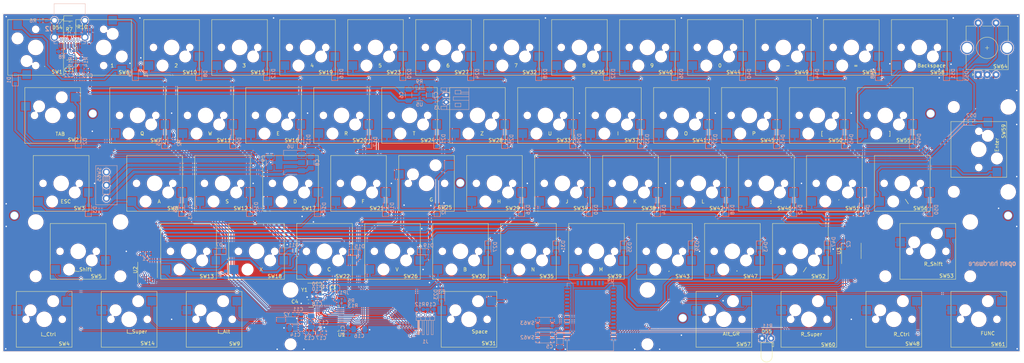
<source format=kicad_pcb>
(kicad_pcb (version 20171130) (host pcbnew 5.1.10)
  (layers (0 F.Cu signal) (31 B.Cu signal) (34 B.Paste user) (35 F.Paste user) (36 B.SilkS user) (37 F.SilkS user) (38 B.Mask user) (39 F.Mask user) (44 Edge.Cuts user))
  (net 0 "")
  (net 1 GND)
  (net 2 +3V3)
  (net 3 "Net-(SW4-Pad1)")
  (net 4 "Net-(SW5-Pad1)")
  (net 5 "Net-(SW9-Pad1)")
  (net 6 "Net-(SW14-Pad1)")
  (net 7 "Net-(SW48-Pad1)")
  (net 8 "Net-(SW53-Pad1)")
  (net 9 "Net-(SW57-Pad1)")
  (net 10 "Net-(SW60-Pad1)")
  (net 11 "Net-(SW61-Pad1)")
  (net 12 "Net-(U1-Pad26)")
  (net 13 "Net-(U1-Pad25)")
  (net 14 "Net-(U1-Pad24)")
  (net 15 "Net-(U1-Pad23)")
  (net 16 "Net-(U1-Pad9)")
  (net 17 "Net-(U1-Pad8)")
  (net 18 "Net-(U3-Pad9)")
  (net 19 "Net-(U3-Pad7)")
  (net 20 "Net-(D1-Pad2)")
  (net 21 "Net-(D1-Pad1)")
  (net 22 "Net-(D2-Pad2)")
  (net 23 "Net-(D3-Pad2)")
  (net 24 "Net-(D4-Pad2)")
  (net 25 "Net-(D4-Pad1)")
  (net 26 "Net-(D5-Pad2)")
  (net 27 "Net-(D6-Pad2)")
  (net 28 "Net-(D7-Pad2)")
  (net 29 "Net-(D8-Pad2)")
  (net 30 "Net-(D10-Pad1)")
  (net 31 "Net-(D9-Pad2)")
  (net 32 "Net-(D10-Pad2)")
  (net 33 "Net-(D11-Pad2)")
  (net 34 "Net-(D12-Pad2)")
  (net 35 "Net-(D12-Pad1)")
  (net 36 "Net-(D13-Pad2)")
  (net 37 "Net-(D14-Pad2)")
  (net 38 "Net-(D15-Pad2)")
  (net 39 "Net-(D16-Pad2)")
  (net 40 "Net-(D16-Pad1)")
  (net 41 "Net-(D17-Pad2)")
  (net 42 "Net-(D18-Pad2)")
  (net 43 "Net-(D19-Pad2)")
  (net 44 "Net-(D20-Pad2)")
  (net 45 "Net-(D20-Pad1)")
  (net 46 "Net-(D21-Pad2)")
  (net 47 "Net-(D22-Pad2)")
  (net 48 "Net-(D23-Pad2)")
  (net 49 "Net-(D24-Pad2)")
  (net 50 "Net-(D24-Pad1)")
  (net 51 "Net-(D25-Pad2)")
  (net 52 "Net-(D26-Pad2)")
  (net 53 "Net-(D27-Pad2)")
  (net 54 "Net-(D28-Pad2)")
  (net 55 "Net-(D28-Pad1)")
  (net 56 "Net-(D29-Pad2)")
  (net 57 "Net-(D30-Pad2)")
  (net 58 "Net-(D31-Pad2)")
  (net 59 "Net-(D32-Pad2)")
  (net 60 "Net-(D32-Pad1)")
  (net 61 "Net-(D33-Pad2)")
  (net 62 "Net-(D34-Pad2)")
  (net 63 "Net-(D35-Pad2)")
  (net 64 "Net-(D36-Pad2)")
  (net 65 "Net-(D36-Pad1)")
  (net 66 "Net-(D37-Pad2)")
  (net 67 "Net-(D38-Pad2)")
  (net 68 "Net-(D39-Pad2)")
  (net 69 "Net-(D40-Pad2)")
  (net 70 "Net-(D40-Pad1)")
  (net 71 "Net-(D41-Pad2)")
  (net 72 "Net-(D42-Pad2)")
  (net 73 "Net-(D43-Pad2)")
  (net 74 "Net-(D44-Pad2)")
  (net 75 "Net-(D44-Pad1)")
  (net 76 "Net-(D45-Pad2)")
  (net 77 "Net-(D46-Pad2)")
  (net 78 "Net-(D47-Pad2)")
  (net 79 "Net-(D48-Pad2)")
  (net 80 "Net-(D48-Pad1)")
  (net 81 "Net-(D49-Pad2)")
  (net 82 "Net-(D50-Pad2)")
  (net 83 "Net-(D51-Pad2)")
  (net 84 "Net-(D51-Pad1)")
  (net 85 "Net-(D52-Pad2)")
  (net 86 /Switch_Matrix/Row_0)
  (net 87 "Net-(R1-Pad1)")
  (net 88 /Switch_Matrix/Row_1)
  (net 89 "Net-(R2-Pad1)")
  (net 90 /Switch_Matrix/Row_2)
  (net 91 "Net-(R3-Pad1)")
  (net 92 /Switch_Matrix/Row_3)
  (net 93 "Net-(R4-Pad1)")
  (net 94 /Switch_Matrix/Col_3)
  (net 95 /Switch_Matrix/Col_2)
  (net 96 /Switch_Matrix/Col_1)
  (net 97 /Switch_Matrix/Col_0)
  (net 98 "Net-(C3-Pad1)")
  (net 99 "Net-(C4-Pad1)")
  (net 100 "Net-(J1-Pad2)")
  (net 101 "Net-(J2-PadB8)")
  (net 102 "Net-(J2-PadB5)")
  (net 103 VBUS)
  (net 104 /USB/D-)
  (net 105 /USB/D+)
  (net 106 "Net-(J2-PadS1)")
  (net 107 "Net-(J2-PadA8)")
  (net 108 "Net-(J2-PadA5)")
  (net 109 /esp32/EN_\RST)
  (net 110 "Net-(SW63-Pad1)")
  (net 111 /esp32/RX_in)
  (net 112 /esp32/TX_out)
  (net 113 "Net-(U4-Pad37)")
  (net 114 "Net-(U4-Pad33)")
  (net 115 "Net-(U4-Pad32)")
  (net 116 "Net-(U4-Pad31)")
  (net 117 "Net-(U4-Pad30)")
  (net 118 "Net-(U4-Pad29)")
  (net 119 "Net-(U4-Pad28)")
  (net 120 "Net-(U4-Pad27)")
  (net 121 "Net-(U4-Pad26)")
  (net 122 "Net-(U4-Pad23)")
  (net 123 "Net-(U4-Pad22)")
  (net 124 "Net-(U4-Pad21)")
  (net 125 "Net-(U4-Pad20)")
  (net 126 "Net-(U4-Pad19)")
  (net 127 "Net-(U4-Pad18)")
  (net 128 "Net-(U4-Pad17)")
  (net 129 "Net-(U4-Pad16)")
  (net 130 "Net-(U4-Pad14)")
  (net 131 "Net-(U4-Pad13)")
  (net 132 "Net-(U4-Pad12)")
  (net 133 "Net-(U4-Pad11)")
  (net 134 "Net-(U4-Pad10)")
  (net 135 "Net-(U4-Pad9)")
  (net 136 "Net-(U4-Pad8)")
  (net 137 "Net-(U4-Pad7)")
  (net 138 "Net-(U4-Pad6)")
  (net 139 "Net-(U4-Pad5)")
  (net 140 "Net-(U4-Pad4)")
  (net 141 "Net-(D53-Pad2)")
  (net 142 /Switch_Matrix/A)
  (net 143 /Switch_Matrix/B)
  (net 144 "Net-(Y1-Pad4)")
  (net 145 "Net-(Y1-Pad2)")
  (net 146 +BATT)
  (net 147 "Net-(D54-Pad1)")
  (net 148 "Net-(R9-Pad2)")
  (net 149 "Net-(R10-Pad1)")
  (net 150 "Net-(C10-Pad1)")
  (net 151 "Net-(C17-Pad1)")
  (net 152 "Net-(C18-Pad1)")
  (net 153 "Net-(U4-Pad24)")
  (net 154 "Net-(D55-Pad2)")
  (net 155 "Net-(R11-Pad2)")
  (net 156 "Net-(SW65-Pad1)")
  (net 157 "Net-(C8-Pad1)")
  (net 158 "Net-(U1-Pad5)")
  (net 159 "Net-(C19-Pad1)")
  (net 160 "Net-(R13-Pad2)")
  (net 161 "Net-(J2-PadA7)")
  (net 162 "Net-(J2-PadA6)")
  (module Resistor_SMD:R_0603_1608Metric_Pad0.98x0.95mm_HandSolder (layer B.Cu) (at 11.176 4.064 90)
    (fp_text reference R15 (at 0 -1.397 90) (layer B.SilkS) (effects (justify mirror)))
    (fp_text value 27)
    (pad 2 smd roundrect (at 0.9125 0 90) (size 0.975 0.95) (layers B.Cu B.Paste B.Mask) (net 162 "Net-(J2-PadA6)"))
    (pad 1 smd roundrect (at -0.9125 0 90) (size 0.975 0.95) (layers B.Cu B.Paste B.Mask) (net 105 /USB/D+))
  )
  (module Resistor_SMD:R_0603_1608Metric_Pad0.98x0.95mm_HandSolder (layer B.Cu) (at 12.7 4.064 90)
    (fp_text reference R14 (at 0 1.43 90) (layer B.SilkS) (effects (justify mirror)))
    (fp_text value 27)
    (pad 2 smd roundrect (at 0.9125 0 90) (size 0.975 0.95) (layers B.Cu B.Paste B.Mask) (net 161 "Net-(J2-PadA7)"))
    (pad 1 smd roundrect (at -0.9125 0 90) (size 0.975 0.95) (layers B.Cu B.Paste B.Mask) (net 104 /USB/D-))
  )
  (module Capacitor_SMD:C_0603_1608Metric_Pad1.08x0.95mm_HandSolder (layer B.Cu) (at 13.589 6.477)
    (fp_text reference C23 (at 1.016 1.43) (layer B.SilkS) (effects (justify mirror)))
    (fp_text value 10p)
    (pad 2 smd roundrect (at 0.8625 0) (size 1.075 0.95) (layers B.Cu B.Paste B.Mask) (net 1 GND))
    (pad 1 smd roundrect (at -0.8625 0) (size 1.075 0.95) (layers B.Cu B.Paste B.Mask) (net 104 /USB/D-))
  )
  (module Capacitor_SMD:C_0603_1608Metric_Pad1.08x0.95mm_HandSolder (layer B.Cu) (at 10.287 6.477 180)
    (fp_text reference C22 (at 1.016 -1.397) (layer B.SilkS) (effects (justify mirror)))
    (fp_text value 10p)
    (pad 2 smd roundrect (at 0.8625 0 180) (size 1.075 0.95) (layers B.Cu B.Paste B.Mask) (net 1 GND))
    (pad 1 smd roundrect (at -0.8625 0 180) (size 1.075 0.95) (layers B.Cu B.Paste B.Mask) (net 105 /USB/D+))
  )
  (module Capacitor_SMD:C_1206_3216Metric_Pad1.33x1.80mm_HandSolder (layer F.Cu) (at 9.398 4.445 180)
    (fp_text reference C21 (at 0 -1.85) (layer F.SilkS))
    (fp_text value 10μ)
    (pad 2 smd roundrect (at 1.5625 0 180) (size 1.325 1.8) (layers F.Cu F.Paste F.Mask) (roundrect_rratio 0.188679) (net 1 GND))
    (pad 1 smd roundrect (at -1.5625 0 180) (size 1.325 1.8) (layers F.Cu F.Paste F.Mask) (roundrect_rratio 0.188679) (net 103 VBUS))
  )
  (module Capacitor_SMD:C_0603_1608Metric_Pad1.08x0.95mm_HandSolder (layer B.Cu) (at 81.153 67.056 270)
    (fp_text reference C20 (at -0.762 2.286 180) (layer B.SilkS) (effects (justify mirror)))
    (fp_text value 1μ)
    (pad 2 smd roundrect (at 0.8625 0 270) (size 1.075 0.95) (layers B.Cu B.Paste B.Mask) (net 1 GND))
    (pad 1 smd roundrect (at -0.8625 0 270) (size 1.075 0.95) (layers B.Cu B.Paste B.Mask) (net 103 VBUS))
  )
  (module Resistor_SMD:R_0603_1608Metric_Pad0.98x0.95mm_HandSolder (layer B.Cu) (at 85.725 72.39 180)
    (fp_text reference R13 (at -3.175 0) (layer B.SilkS) (effects (justify mirror)))
    (fp_text value 1Meg)
    (pad 2 smd roundrect (at 0.9125 0 180) (size 0.975 0.95) (layers B.Cu B.Paste B.Mask) (net 160 "Net-(R13-Pad2)"))
    (pad 1 smd roundrect (at -0.9125 0 180) (size 0.975 0.95) (layers B.Cu B.Paste B.Mask) (net 1 GND))
  )
  (module HS-Wismar:OSHW-Logo2_14.6x12mm_SilkScreen (layer B.Cu) (at 268.097 56.134 180)
    (fp_text reference REF** hide)
    (fp_text value OSHW-Logo2_14.6x12mm_SilkScreen hide)
  )
  (module Resistor_SMD:R_0603_1608Metric_Pad0.98x0.95mm_HandSolder (layer B.Cu) (at 107.696 73.406)
    (fp_text reference R12 (at 0 -1.397) (layer B.SilkS) (effects (justify mirror)))
    (fp_text value 47k)
    (pad 2 smd roundrect (at 0.9125 0) (size 0.975 0.95) (layers B.Cu B.Paste B.Mask) (net 159 "Net-(C19-Pad1)"))
    (pad 1 smd roundrect (at -0.9125 0) (size 0.975 0.95) (layers B.Cu B.Paste B.Mask) (net 2 +3V3))
  )
  (module Resistor_SMD:R_0603_1608Metric_Pad0.98x0.95mm_HandSolder (layer B.Cu) (at 7.366 1.143 180)
    (fp_text reference R8 (at 0 -1.524) (layer B.SilkS) (effects (justify mirror)))
    (fp_text value 5k1)
    (pad 2 smd roundrect (at 0.9125 0 180) (size 0.975 0.95) (layers B.Cu B.Paste B.Mask) (net 1 GND))
    (pad 1 smd roundrect (at -0.9125 0 180) (size 0.975 0.95) (layers B.Cu B.Paste B.Mask) (net 108 "Net-(J2-PadA5)"))
  )
  (module Resistor_SMD:R_0603_1608Metric_Pad0.98x0.95mm_HandSolder (layer F.Cu) (at 9.398 -3.81 180)
    (fp_text reference R7 (at 0 1.27) (layer F.SilkS))
    (fp_text value 5k1)
    (pad 2 smd roundrect (at 0.9125 0 180) (size 0.975 0.95) (layers F.Cu F.Paste F.Mask) (net 1 GND))
    (pad 1 smd roundrect (at -0.9125 0 180) (size 0.975 0.95) (layers F.Cu F.Paste F.Mask) (net 102 "Net-(J2-PadB5)"))
  )
  (module Resistor_SMD:R_0603_1608Metric_Pad0.98x0.95mm_HandSolder (layer B.Cu) (at 2.032 -7.493 180)
    (fp_text reference R6 (at 2.794 0) (layer B.SilkS) (effects (justify mirror)))
    (fp_text value 1Meg)
    (pad 2 smd roundrect (at 0.9125 0 180) (size 0.975 0.95) (layers B.Cu B.Paste B.Mask) (net 1 GND))
    (pad 1 smd roundrect (at -0.9125 0 180) (size 0.975 0.95) (layers B.Cu B.Paste B.Mask) (net 106 "Net-(J2-PadS1)"))
  )
  (module Resistor_SMD:R_0603_1608Metric_Pad0.98x0.95mm_HandSolder (layer B.Cu) (at 85.7485 70.993)
    (fp_text reference R5 (at 2.667 0) (layer B.SilkS) (effects (justify mirror)))
    (fp_text value 1k4)
    (pad 2 smd roundrect (at 0.9125 0) (size 0.975 0.95) (layers B.Cu B.Paste B.Mask) (net 105 /USB/D+))
    (pad 1 smd roundrect (at -0.9125 0) (size 0.975 0.95) (layers B.Cu B.Paste B.Mask) (net 160 "Net-(R13-Pad2)"))
  )
  (module Resistor_SMD:R_0603_1608Metric_Pad0.98x0.95mm_HandSolder (layer B.Cu) (at 53.213 63.627 90)
    (fp_text reference R4 (at 0 -1.524 90) (layer B.SilkS) (effects (justify mirror)))
    (fp_text value 22)
    (pad 2 smd roundrect (at 0.9125 0 90) (size 0.975 0.95) (layers B.Cu B.Paste B.Mask) (net 92 /Switch_Matrix/Row_3))
    (pad 1 smd roundrect (at -0.9125 0 90) (size 0.975 0.95) (layers B.Cu B.Paste B.Mask) (net 93 "Net-(R4-Pad1)"))
  )
  (module Resistor_SMD:R_0603_1608Metric_Pad0.98x0.95mm_HandSolder (layer B.Cu) (at 43.307 44.577 90)
    (fp_text reference R3 (at -2.667 0 90) (layer B.SilkS) (effects (justify mirror)))
    (fp_text value 22)
    (pad 2 smd roundrect (at 0.9125 0 90) (size 0.975 0.95) (layers B.Cu B.Paste B.Mask) (net 90 /Switch_Matrix/Row_2))
    (pad 1 smd roundrect (at -0.9125 0 90) (size 0.975 0.95) (layers B.Cu B.Paste B.Mask) (net 91 "Net-(R3-Pad1)"))
  )
  (module Resistor_SMD:R_0603_1608Metric_Pad0.98x0.95mm_HandSolder (layer B.Cu) (at 38.608 25.527 90)
    (fp_text reference R2 (at -1.27 1.651 90) (layer B.SilkS) (effects (justify mirror)))
    (fp_text value 22)
    (pad 2 smd roundrect (at 0.9125 0 90) (size 0.975 0.95) (layers B.Cu B.Paste B.Mask) (net 88 /Switch_Matrix/Row_1))
    (pad 1 smd roundrect (at -0.9125 0 90) (size 0.975 0.95) (layers B.Cu B.Paste B.Mask) (net 89 "Net-(R2-Pad1)"))
  )
  (module Resistor_SMD:R_0603_1608Metric_Pad0.98x0.95mm_HandSolder (layer B.Cu) (at 29.464 6.477 90)
    (fp_text reference R1 (at -1.016 1.43 90) (layer B.SilkS) (effects (justify mirror)))
    (fp_text value 22)
    (pad 2 smd roundrect (at 0.9125 0 90) (size 0.975 0.95) (layers B.Cu B.Paste B.Mask) (net 86 /Switch_Matrix/Row_0))
    (pad 1 smd roundrect (at -0.9125 0 90) (size 0.975 0.95) (layers B.Cu B.Paste B.Mask) (net 87 "Net-(R1-Pad1)"))
  )
  (module Capacitor_SMD:C_0603_1608Metric_Pad1.08x0.95mm_HandSolder (layer B.Cu) (at 110.744 73.406)
    (fp_text reference C19 (at 0 -1.397) (layer B.SilkS) (effects (justify mirror)))
    (fp_text value 1n)
    (pad 2 smd roundrect (at 0.8625 0) (size 1.075 0.95) (layers B.Cu B.Paste B.Mask) (net 1 GND))
    (pad 1 smd roundrect (at -0.8625 0) (size 1.075 0.95) (layers B.Cu B.Paste B.Mask) (net 159 "Net-(C19-Pad1)"))
  )
  (module Capacitor_SMD:C_1206_3216Metric_Pad1.33x1.80mm_HandSolder (layer B.Cu) (at 146.939 82.423 270)
    (fp_text reference C5 (at 1.397 2.921 180) (layer B.SilkS) (effects (justify mirror)))
    (fp_text value 10μ)
    (pad 2 smd roundrect (at 1.5625 0 270) (size 1.325 1.8) (layers B.Cu B.Paste B.Mask) (roundrect_rratio 0.1886777358490566) (net 1 GND))
    (pad 1 smd roundrect (at -1.5625 0 270) (size 1.325 1.8) (layers B.Cu B.Paste B.Mask) (roundrect_rratio 0.1886777358490566) (net 2 +3V3))
  )
  (module Capacitor_SMD:C_0603_1608Metric_Pad1.08x0.95mm_HandSolder (layer F.Cu) (at 76.454 71.247 180)
    (fp_text reference C4 (at 3.81 0 180) (layer F.SilkS))
    (fp_text value 15p)
    (pad 2 smd roundrect (at 0.8625 0 180) (size 1.075 0.95) (layers F.Cu F.Paste F.Mask) (net 1 GND))
    (pad 1 smd roundrect (at -0.8625 0 180) (size 1.075 0.95) (layers F.Cu F.Paste F.Mask) (net 99 "Net-(C4-Pad1)"))
  )
  (module Capacitor_SMD:C_0603_1608Metric_Pad1.08x0.95mm_HandSolder (layer F.Cu) (at 81.153 67.056 90)
    (fp_text reference C3 (at -0.254 2.032) (layer F.SilkS))
    (fp_text value 15p)
    (pad 2 smd roundrect (at 0.8625 0 90) (size 1.075 0.95) (layers F.Cu F.Paste F.Mask) (net 1 GND))
    (pad 1 smd roundrect (at -0.8625 0 90) (size 1.075 0.95) (layers F.Cu F.Paste F.Mask) (net 98 "Net-(C3-Pad1)"))
  )
  (module Capacitor_SMD:C_0603_1608Metric_Pad1.08x0.95mm_HandSolder (layer B.Cu) (at 226.314 55.118 270)
    (fp_text reference C2 (at 0 -1.524 90) (layer B.SilkS) (effects (justify mirror)))
    (fp_text value 100n)
    (pad 2 smd roundrect (at 0.8625 0 270) (size 1.075 0.95) (layers B.Cu B.Paste B.Mask) (net 1 GND))
    (pad 1 smd roundrect (at -0.8625 0 270) (size 1.075 0.95) (layers B.Cu B.Paste B.Mask) (net 2 +3V3))
  )
  (module Capacitor_SMD:C_0603_1608Metric_Pad1.08x0.95mm_HandSolder (layer B.Cu) (at 30.861 57.785)
    (fp_text reference C1 (at 0 1.43) (layer B.SilkS) (effects (justify mirror)))
    (fp_text value 100n)
    (pad 2 smd roundrect (at 0.8625 0) (size 1.075 0.95) (layers B.Cu B.Paste B.Mask) (net 1 GND))
    (pad 1 smd roundrect (at -0.8625 0) (size 1.075 0.95) (layers B.Cu B.Paste B.Mask) (net 2 +3V3))
  )
  (module Diode_SMD:D_SOD-323_HandSoldering (layer B.Cu) (at 51.435 57.15 180)
    (fp_text reference D7 (at 0 1.85) (layer B.SilkS) (effects (justify mirror)))
    (fp_text value D_Small)
    (pad 2 smd rect (at 1.25 0 180) (size 1 1) (layers B.Cu B.Paste B.Mask) (net 28 "Net-(D7-Pad2)"))
    (pad 1 smd rect (at -1.25 0 180) (size 1 1) (layers B.Cu B.Paste B.Mask) (net 25 "Net-(D4-Pad1)"))
  )
  (module HS-Wismar:APEM_SLG12014 (layer B.Cu) (at 19.812 38.608 270)
    (fp_text reference SW65 (at -3 2 270) (layer B.SilkS) (effects (justify mirror)))
    (fp_text value SW_SPDT)
    (pad 3 thru_hole circle (at 3.7 0 270) (size 2 2) (drill 1.2) (layers *.Cu *.Mask) (net 157 "Net-(C8-Pad1)"))
    (pad 2 thru_hole circle (at 0 0 270) (size 2 2) (drill 1.2) (layers *.Cu *.Mask) (net 146 +BATT))
    (pad 1 thru_hole circle (at -3.7 0 270) (size 2 2) (drill 1.2) (layers *.Cu *.Mask) (net 156 "Net-(SW65-Pad1)"))
  )
  (module Resistor_SMD:R_0603_1608Metric_Pad0.98x0.95mm_HandSolder (layer B.Cu) (at 205.105 79.502 180)
    (fp_text reference R11 (at 0 1.43) (layer B.SilkS) (effects (justify mirror)))
    (fp_text value 470)
    (pad 2 smd roundrect (at 0.9125 0 180) (size 0.975 0.95) (layers B.Cu B.Paste B.Mask) (net 155 "Net-(R11-Pad2)"))
    (pad 1 smd roundrect (at -0.9125 0 180) (size 0.975 0.95) (layers B.Cu B.Paste B.Mask) (net 154 "Net-(D55-Pad2)"))
  )
  (module LED_THT:LED_D3.0mm_Horizontal_O1.27mm_Z2.0mm (layer F.Cu) (at 203.581 81.534)
    (fp_text reference D55 (at 1.27 -1.96) (layer F.SilkS))
    (fp_text value LED_Small)
    (pad 2 thru_hole circle (at 2.54 0) (size 1.8 1.8) (drill 0.9) (layers *.Cu *.Mask) (net 154 "Net-(D55-Pad2)"))
    (pad 1 thru_hole rect (at 0 0) (size 1.8 1.8) (drill 0.9) (layers *.Cu *.Mask) (net 1 GND))
  )
  (module Jumper:SolderJumper-2_P1.3mm_Bridged2Bar_RoundedPad1.0x1.5mm (layer B.Cu) (at 83.82 67.437)
    (fp_text reference JP1 (at 2.667 1.27) (layer B.SilkS) (effects (justify mirror)))
    (fp_text value Jumper_NC_Small)
    (fp_poly (pts (xy -0.25 -0.2) (xy 0.25 -0.2) (xy 0.25 -0.6) (xy -0.25 -0.6)) (layer B.Cu) (width 0))
    (fp_poly (pts (xy -0.25 0.6) (xy 0.25 0.6) (xy 0.25 0.2) (xy -0.25 0.2)) (layer B.Cu) (width 0))
    (pad 1 smd custom (at -0.65 0) (size 1 0.5) (layers B.Cu B.Mask) (net 150 "Net-(C10-Pad1)") (options (clearance outline) (anchor rect)) (primitives (gr_circle (center 0 -0.25) (end 0.5 -0.25) (width 0)) (gr_circle (center 0 0.25) (end 0.5 0.25) (width 0)) (gr_poly (pts (xy 0.5 -0.75) (xy 0.5 0.75) (xy 0 0.75) (xy 0 -0.75)) (width 0))))
    (pad 2 smd custom (at 0.65 0) (size 1 0.5) (layers B.Cu B.Mask) (net 2 +3V3) (options (clearance outline) (anchor rect)) (primitives (gr_circle (center 0 -0.25) (end 0.5 -0.25) (width 0)) (gr_circle (center 0 0.25) (end 0.5 0.25) (width 0)) (gr_poly (pts (xy -0.5 -0.75) (xy -0.5 0.75) (xy 0 0.75) (xy 0 -0.75)) (width 0))))
  )
  (module Capacitor_SMD:C_0603_1608Metric_Pad1.08x0.95mm_HandSolder (layer B.Cu) (at 78.867 70.485 180)
    (fp_text reference C18 (at 0 -1.397 180) (layer B.SilkS) (effects (justify mirror)))
    (fp_text value 220n)
    (pad 2 smd roundrect (at 0.8625 0 180) (size 1.075 0.95) (layers B.Cu B.Paste B.Mask) (net 1 GND))
    (pad 1 smd roundrect (at -0.8625 0 180) (size 1.075 0.95) (layers B.Cu B.Paste B.Mask) (net 152 "Net-(C18-Pad1)"))
  )
  (module Capacitor_SMD:C_0603_1608Metric_Pad1.08x0.95mm_HandSolder (layer B.Cu) (at 80.01 80.01)
    (fp_text reference C17 (at 0 1.43 180) (layer B.SilkS) (effects (justify mirror)))
    (fp_text value 470n)
    (pad 2 smd roundrect (at 0.8625 0) (size 1.075 0.95) (layers B.Cu B.Paste B.Mask) (net 1 GND))
    (pad 1 smd roundrect (at -0.8625 0) (size 1.075 0.95) (layers B.Cu B.Paste B.Mask) (net 151 "Net-(C17-Pad1)"))
  )
  (module Capacitor_SMD:C_1206_3216Metric_Pad1.33x1.80mm_HandSolder (layer B.Cu) (at 90.678 78.994)
    (fp_text reference C16 (at 0 1.85 180) (layer B.SilkS) (effects (justify mirror)))
    (fp_text value 10µ)
    (pad 2 smd roundrect (at 1.5625 0) (size 1.325 1.8) (layers B.Cu B.Paste B.Mask) (roundrect_rratio 0.1886777358490566) (net 1 GND))
    (pad 1 smd roundrect (at -1.5625 0) (size 1.325 1.8) (layers B.Cu B.Paste B.Mask) (roundrect_rratio 0.1886777358490566) (net 2 +3V3))
  )
  (module Capacitor_SMD:C_0603_1608Metric_Pad1.08x0.95mm_HandSolder (layer B.Cu) (at 87.503 79.375 270)
    (fp_text reference C15 (at 0 1.43 270) (layer B.SilkS) (effects (justify mirror)))
    (fp_text value 100n)
    (pad 2 smd roundrect (at 0.8625 0 270) (size 1.075 0.95) (layers B.Cu B.Paste B.Mask) (net 1 GND))
    (pad 1 smd roundrect (at -0.8625 0 270) (size 1.075 0.95) (layers B.Cu B.Paste B.Mask) (net 2 +3V3))
  )
  (module Capacitor_SMD:C_1206_3216Metric_Pad1.33x1.80mm_HandSolder (layer B.Cu) (at 72.771 78.613 180)
    (fp_text reference C14 (at 0 -1.905 180) (layer B.SilkS) (effects (justify mirror)))
    (fp_text value 10µ)
    (pad 2 smd roundrect (at 1.5625 0 180) (size 1.325 1.8) (layers B.Cu B.Paste B.Mask) (roundrect_rratio 0.1886777358490566) (net 1 GND))
    (pad 1 smd roundrect (at -1.5625 0 180) (size 1.325 1.8) (layers B.Cu B.Paste B.Mask) (roundrect_rratio 0.1886777358490566) (net 2 +3V3))
  )
  (module Capacitor_SMD:C_0603_1608Metric_Pad1.08x0.95mm_HandSolder (layer B.Cu) (at 76.708 80.01)
    (fp_text reference C13 (at 0 1.43 180) (layer B.SilkS) (effects (justify mirror)))
    (fp_text value 100n)
    (pad 2 smd roundrect (at 0.8625 0) (size 1.075 0.95) (layers B.Cu B.Paste B.Mask) (net 1 GND))
    (pad 1 smd roundrect (at -0.8625 0) (size 1.075 0.95) (layers B.Cu B.Paste B.Mask) (net 2 +3V3))
  )
  (module Capacitor_SMD:C_1206_3216Metric_Pad1.33x1.80mm_HandSolder (layer B.Cu) (at 77.216 76.835 270)
    (fp_text reference C12 (at 0.254 -3.429 180) (layer B.SilkS) (effects (justify mirror)))
    (fp_text value 10µ)
    (pad 2 smd roundrect (at 1.5625 0 270) (size 1.325 1.8) (layers B.Cu B.Paste B.Mask) (roundrect_rratio 0.1886777358490566) (net 1 GND))
    (pad 1 smd roundrect (at -1.5625 0 270) (size 1.325 1.8) (layers B.Cu B.Paste B.Mask) (roundrect_rratio 0.1886777358490566) (net 2 +3V3))
  )
  (module Capacitor_SMD:C_0603_1608Metric_Pad1.08x0.95mm_HandSolder (layer B.Cu) (at 73.533 74.803 180)
    (fp_text reference C11 (at 0 1.43) (layer B.SilkS) (effects (justify mirror)))
    (fp_text value 100n)
    (pad 2 smd roundrect (at 0.8625 0 180) (size 1.075 0.95) (layers B.Cu B.Paste B.Mask) (net 1 GND))
    (pad 1 smd roundrect (at -0.8625 0 180) (size 1.075 0.95) (layers B.Cu B.Paste B.Mask) (net 2 +3V3))
  )
  (module Capacitor_SMD:C_0603_1608Metric_Pad1.08x0.95mm_HandSolder (layer B.Cu) (at 78.867 69.088 180)
    (fp_text reference C10 (at 0 1.43 180) (layer B.SilkS) (effects (justify mirror)))
    (fp_text value 220n)
    (pad 2 smd roundrect (at 0.8625 0 180) (size 1.075 0.95) (layers B.Cu B.Paste B.Mask) (net 1 GND))
    (pad 1 smd roundrect (at -0.8625 0 180) (size 1.075 0.95) (layers B.Cu B.Paste B.Mask) (net 150 "Net-(C10-Pad1)"))
  )
  (module msp430_Keyboard:632723300011 (layer B.Cu) (at 9.525 -6.35)
    (fp_text reference J2 (at -5.842 1.143) (layer B.SilkS) (effects (font (size 1.27 1.27) (thickness 0.254)) (justify mirror)))
    (fp_text value USB_C_Receptacle_USB2.0 hide)
    (pad B12 thru_hole circle (at -2.8 4.645) (size 0.65 0.65) (drill 0.4) (layers *.Cu *.Mask) (net 1 GND))
    (pad B11 thru_hole circle (at -2.4 3.945) (size 0.65 0.65) (drill 0.4) (layers *.Cu *.Mask))
    (pad B10 thru_hole circle (at -1.6 3.945) (size 0.65 0.65) (drill 0.4) (layers *.Cu *.Mask))
    (pad B9 thru_hole circle (at -1.2 4.645) (size 0.65 0.65) (drill 0.4) (layers *.Cu *.Mask) (net 103 VBUS))
    (pad B8 thru_hole circle (at -0.8 3.945) (size 0.65 0.65) (drill 0.4) (layers *.Cu *.Mask) (net 101 "Net-(J2-PadB8)"))
    (pad B7 thru_hole circle (at -0.4 4.645) (size 0.65 0.65) (drill 0.4) (layers *.Cu *.Mask) (net 161 "Net-(J2-PadA7)"))
    (pad B6 thru_hole circle (at 0.4 4.645) (size 0.65 0.65) (drill 0.4) (layers *.Cu *.Mask) (net 162 "Net-(J2-PadA6)"))
    (pad B5 thru_hole circle (at 0.8 3.945) (size 0.65 0.65) (drill 0.4) (layers *.Cu *.Mask) (net 102 "Net-(J2-PadB5)"))
    (pad B4 thru_hole circle (at 1.2 4.645) (size 0.65 0.65) (drill 0.4) (layers *.Cu *.Mask) (net 103 VBUS))
    (pad B3 thru_hole circle (at 1.6 3.945) (size 0.65 0.65) (drill 0.4) (layers *.Cu *.Mask))
    (pad B2 thru_hole circle (at 2.4 3.945) (size 0.65 0.65) (drill 0.4) (layers *.Cu *.Mask))
    (pad B1 thru_hole circle (at 2.8 4.645) (size 0.65 0.65) (drill 0.4) (layers *.Cu *.Mask) (net 1 GND))
    (pad A12 smd rect (at 2.75 5.895) (size 0.3 1.2) (layers B.Cu B.Paste B.Mask) (net 1 GND))
    (pad A11 smd rect (at 2.25 5.895) (size 0.3 1.2) (layers B.Cu B.Paste B.Mask))
    (pad A10 smd rect (at 1.75 5.895) (size 0.3 1.2) (layers B.Cu B.Paste B.Mask))
    (pad A9 smd rect (at 1.25 5.895) (size 0.3 1.2) (layers B.Cu B.Paste B.Mask) (net 103 VBUS))
    (pad A8 smd rect (at 0.75 5.895) (size 0.3 1.2) (layers B.Cu B.Paste B.Mask) (net 107 "Net-(J2-PadA8)"))
    (pad A7 smd rect (at 0.25 5.895) (size 0.3 1.2) (layers B.Cu B.Paste B.Mask) (net 161 "Net-(J2-PadA7)"))
    (pad A6 smd rect (at -0.25 5.895) (size 0.3 1.2) (layers B.Cu B.Paste B.Mask) (net 162 "Net-(J2-PadA6)"))
    (pad A5 smd rect (at -0.75 5.895) (size 0.3 1.2) (layers B.Cu B.Paste B.Mask) (net 108 "Net-(J2-PadA5)"))
    (pad A4 smd rect (at -1.25 5.895) (size 0.3 1.2) (layers B.Cu B.Paste B.Mask) (net 103 VBUS))
    (pad A3 smd rect (at -1.75 5.895) (size 0.3 1.2) (layers B.Cu B.Paste B.Mask))
    (pad A2 smd rect (at -2.25 5.895) (size 0.3 1.2) (layers B.Cu B.Paste B.Mask))
    (pad A1 smd rect (at -2.75 5.895) (size 0.3 1.2) (layers B.Cu B.Paste B.Mask) (net 1 GND))
    (pad S1 thru_hole circle (at -4.27 -1.235) (size 2.012 2.012) (drill 1.3416) (layers *.Cu *.Mask) (net 106 "Net-(J2-PadS1)"))
    (pad S1 thru_hole circle (at 4.27 -1.235) (size 2.012 2.012) (drill 1.3416) (layers *.Cu *.Mask) (net 106 "Net-(J2-PadS1)"))
    (pad S1 thru_hole circle (at -4.27 3.495) (size 2.012 2.012) (drill 1.3416) (layers *.Cu *.Mask) (net 106 "Net-(J2-PadS1)"))
    (pad S1 thru_hole circle (at 4.27 3.495) (size 2.012 2.012) (drill 1.3416) (layers *.Cu *.Mask) (net 106 "Net-(J2-PadS1)"))
    (pad 2 thru_hole circle (at -2 4.645) (size 0.65 0.65) (drill 0.4) (layers *.Cu *.Mask))
    (pad 1 thru_hole circle (at 2 4.645) (size 0.65 0.65) (drill 0.4) (layers *.Cu *.Mask))
  )
  (module Package_TO_SOT_SMD:SOT-223-3_TabPin2 (layer B.Cu) (at 71.374 32.258 180)
    (fp_text reference U6 (at 0 4.5) (layer B.SilkS) (effects (justify mirror)))
    (fp_text value AMS1117-3.3)
    (pad 1 smd rect (at -3.15 2.3 180) (size 2 1.5) (layers B.Cu B.Paste B.Mask) (net 1 GND))
    (pad 3 smd rect (at -3.15 -2.3 180) (size 2 1.5) (layers B.Cu B.Paste B.Mask) (net 157 "Net-(C8-Pad1)"))
    (pad 2 smd rect (at -3.15 0 180) (size 2 1.5) (layers B.Cu B.Paste B.Mask) (net 2 +3V3))
    (pad 2 smd rect (at 3.15 0 180) (size 2 3.8) (layers B.Cu B.Paste B.Mask) (net 2 +3V3))
  )
  (module Package_TO_SOT_SMD:SOT-23-5 (layer B.Cu) (at 107.569 13.335 180)
    (fp_text reference U5 (at 0 -2.667) (layer B.SilkS) (effects (justify mirror)))
    (fp_text value MCP73831-2-OT)
    (pad 5 smd rect (at 1.1 0.95 180) (size 1.06 0.65) (layers B.Cu B.Paste B.Mask) (net 148 "Net-(R9-Pad2)"))
    (pad 4 smd rect (at 1.1 -0.95 180) (size 1.06 0.65) (layers B.Cu B.Paste B.Mask) (net 103 VBUS))
    (pad 3 smd rect (at -1.1 -0.95 180) (size 1.06 0.65) (layers B.Cu B.Paste B.Mask) (net 146 +BATT))
    (pad 2 smd rect (at -1.1 0 180) (size 1.06 0.65) (layers B.Cu B.Paste B.Mask) (net 1 GND))
    (pad 1 smd rect (at -1.1 0.95 180) (size 1.06 0.65) (layers B.Cu B.Paste B.Mask) (net 149 "Net-(R10-Pad1)"))
  )
  (module Resistor_SMD:R_0603_1608Metric_Pad0.98x0.95mm_HandSolder (layer F.Cu) (at 9.525 -6.604 180)
    (fp_text reference R10 (at -3.556 -0.889) (layer F.SilkS))
    (fp_text value 470)
    (pad 2 smd roundrect (at 0.9125 0 180) (size 0.975 0.95) (layers F.Cu F.Paste F.Mask) (net 147 "Net-(D54-Pad1)"))
    (pad 1 smd roundrect (at -0.9125 0 180) (size 0.975 0.95) (layers F.Cu F.Paste F.Mask) (net 149 "Net-(R10-Pad1)"))
  )
  (module Resistor_SMD:R_0603_1608Metric_Pad0.98x0.95mm_HandSolder (layer B.Cu) (at 107.569 10.922 180)
    (fp_text reference R9 (at 0 1.397) (layer B.SilkS) (effects (justify mirror)))
    (fp_text value 2k2)
    (pad 2 smd roundrect (at 0.9125 0 180) (size 0.975 0.95) (layers B.Cu B.Paste B.Mask) (net 148 "Net-(R9-Pad2)"))
    (pad 1 smd roundrect (at -0.9125 0 180) (size 0.975 0.95) (layers B.Cu B.Paste B.Mask) (net 1 GND))
  )
  (module Connector_JST:JST_PH_S2B-PH-K_1x02_P2.00mm_Horizontal (layer B.Cu) (at 115.062 13.335 270)
    (fp_text reference J3 (at 3.556 2.54 180) (layer B.SilkS) (effects (justify mirror)))
    (fp_text value Conn_01x02_Male)
    (pad 2 thru_hole oval (at 2 0 270) (size 1.2 1.75) (drill 0.75) (layers *.Cu *.Mask) (net 1 GND))
    (pad 1 thru_hole roundrect (at 0 0 270) (size 1.2 1.75) (drill 0.75) (layers *.Cu *.Mask) (roundrect_rratio 0.2083325) (net 146 +BATT))
  )
  (module LED_SMD:LED_0603_1608Metric_Pad1.05x0.95mm_HandSolder (layer F.Cu) (at 9.525 -8.128)
    (fp_text reference D54 (at -3.429 2.54) (layer F.SilkS))
    (fp_text value LED_Small)
    (pad 2 smd roundrect (at 0.875 0) (size 1.05 0.95) (layers F.Cu F.Paste F.Mask) (net 103 VBUS))
    (pad 1 smd roundrect (at -0.875 0) (size 1.05 0.95) (layers F.Cu F.Paste F.Mask) (net 147 "Net-(D54-Pad1)"))
  )
  (module Capacitor_SMD:C_1206_3216Metric_Pad1.33x1.80mm_HandSolder (layer B.Cu) (at 65.532 32.131 90)
    (fp_text reference C9 (at 1.016 -1.778 90) (layer B.SilkS) (effects (justify mirror)))
    (fp_text value 10µ)
    (pad 2 smd roundrect (at 1.5625 0 90) (size 1.325 1.8) (layers B.Cu B.Paste B.Mask) (roundrect_rratio 0.1886777358490566) (net 1 GND))
    (pad 1 smd roundrect (at -1.5625 0 90) (size 1.325 1.8) (layers B.Cu B.Paste B.Mask) (roundrect_rratio 0.1886777358490566) (net 2 +3V3))
  )
  (module Capacitor_SMD:C_1206_3216Metric_Pad1.33x1.80mm_HandSolder (layer B.Cu) (at 77.089 32.258 90)
    (fp_text reference C8 (at 0 1.85 90) (layer B.SilkS) (effects (justify mirror)))
    (fp_text value 10µ)
    (pad 2 smd roundrect (at 1.5625 0 90) (size 1.325 1.8) (layers B.Cu B.Paste B.Mask) (roundrect_rratio 0.1886777358490566) (net 1 GND))
    (pad 1 smd roundrect (at -1.5625 0 90) (size 1.325 1.8) (layers B.Cu B.Paste B.Mask) (roundrect_rratio 0.1886777358490566) (net 157 "Net-(C8-Pad1)"))
  )
  (module Capacitor_SMD:C_1206_3216Metric_Pad1.33x1.80mm_HandSolder (layer B.Cu) (at 110.363 13.335 90)
    (fp_text reference C7 (at 0 1.85 270) (layer B.SilkS) (effects (justify mirror)))
    (fp_text value 10µ)
    (pad 2 smd roundrect (at 1.5625 0 90) (size 1.325 1.8) (layers B.Cu B.Paste B.Mask) (roundrect_rratio 0.1886777358490566) (net 1 GND))
    (pad 1 smd roundrect (at -1.5625 0 90) (size 1.325 1.8) (layers B.Cu B.Paste B.Mask) (roundrect_rratio 0.1886777358490566) (net 146 +BATT))
  )
  (module Capacitor_SMD:C_1206_3216Metric_Pad1.33x1.80mm_HandSolder (layer B.Cu) (at 104.521 13.335 90)
    (fp_text reference C6 (at 0 -2.032 90) (layer B.SilkS) (effects (justify mirror)))
    (fp_text value 10µ)
    (pad 2 smd roundrect (at 1.5625 0 90) (size 1.325 1.8) (layers B.Cu B.Paste B.Mask) (roundrect_rratio 0.1886777358490566) (net 1 GND))
    (pad 1 smd roundrect (at -1.5625 0 90) (size 1.325 1.8) (layers B.Cu B.Paste B.Mask) (roundrect_rratio 0.1886777358490566) (net 103 VBUS))
  )
  (module Crystal:Crystal_SMD_3225-4Pin_3.2x2.5mm (layer F.Cu) (at 78.232 67.691 180)
    (fp_text reference Y1 (at 2.921 -0.254) (layer F.SilkS))
    (fp_text value 12MHz)
    (pad 4 smd rect (at -1.1 -0.85 180) (size 1.4 1.2) (layers F.Cu F.Paste F.Mask) (net 144 "Net-(Y1-Pad4)"))
    (pad 3 smd rect (at 1.1 -0.85 180) (size 1.4 1.2) (layers F.Cu F.Paste F.Mask) (net 99 "Net-(C4-Pad1)"))
    (pad 2 smd rect (at 1.1 0.85 180) (size 1.4 1.2) (layers F.Cu F.Paste F.Mask) (net 145 "Net-(Y1-Pad2)"))
    (pad 1 smd rect (at -1.1 0.85 180) (size 1.4 1.2) (layers F.Cu F.Paste F.Mask) (net 98 "Net-(C3-Pad1)"))
  )
  (module Rotary_Encoder:RotaryEncoder_Alps_EC11E-Switch_Vertical_H20mm_CircularMountingHoles (layer F.Cu) (at 264.16 7.62 90)
    (fp_text reference SW64 (at 2.286 6.223 180) (layer F.SilkS))
    (fp_text value Rotary_Encoder_Switch)
    (pad A thru_hole rect (at 0 0 90) (size 2 2) (drill 1) (layers *.Cu *.Mask) (net 142 /Switch_Matrix/A))
    (pad C thru_hole circle (at 0 2.5 90) (size 2 2) (drill 1) (layers *.Cu *.Mask) (net 1 GND))
    (pad B thru_hole circle (at 0 5 90) (size 2 2) (drill 1) (layers *.Cu *.Mask) (net 143 /Switch_Matrix/B))
    (pad MP thru_hole circle (at 7.5 -3.1 90) (size 3.5 3.5) (drill 2.8) (layers *.Cu *.Mask))
    (pad MP thru_hole circle (at 7.5 8.1 90) (size 3.5 3.5) (drill 2.8) (layers *.Cu *.Mask))
    (pad S2 thru_hole circle (at 14.5 0 90) (size 2 2) (drill 1) (layers *.Cu *.Mask) (net 141 "Net-(D53-Pad2)"))
    (pad S1 thru_hole circle (at 14.5 5 90) (size 2 2) (drill 1) (layers *.Cu *.Mask) (net 89 "Net-(R2-Pad1)"))
  )
  (module Diode_SMD:D_SOD-323_HandSoldering (layer B.Cu) (at 259.08 7.366 90)
    (fp_text reference D53 (at -0.635 1.85 90) (layer B.SilkS) (effects (justify mirror)))
    (fp_text value D_Small)
    (pad 2 smd rect (at 1.25 0 90) (size 1 1) (layers B.Cu B.Paste B.Mask) (net 141 "Net-(D53-Pad2)"))
    (pad 1 smd rect (at -1.25 0 90) (size 1 1) (layers B.Cu B.Paste B.Mask) (net 84 "Net-(D51-Pad1)"))
  )
  (module Crystal:Crystal_SMD_MicroCrystal_MS3V-T1R (layer B.Cu) (at 71.247 76.454 90)
    (fp_text reference Y2 (at 1.651 -0.889 180) (layer B.SilkS) (effects (justify mirror)))
    (fp_text value 32.768kHz)
    (pad 3 smd rect (at 0 -2.475 90) (size 1.5 2.4) (layers B.Cu B.Paste B.Mask))
    (pad 2 smd rect (at 0.5 3.125 90) (size 0.6 1.1) (layers B.Cu B.Paste B.Mask) (net 17 "Net-(U1-Pad8)"))
    (pad 1 smd rect (at -0.5 3.125 90) (size 0.6 1.1) (layers B.Cu B.Paste B.Mask) (net 16 "Net-(U1-Pad9)"))
  )
  (module HS-Wismar:micro32 (layer B.Cu) (at 155.448 66.04)
    (fp_text reference U4 (at 5.715 -0.762) (layer B.SilkS) (effects (justify mirror)))
    (fp_text value Micro-32-HS-Wismar)
    (pad 38 smd roundrect (at 6.5 15.5 180) (size 1.27 0.635) (layers B.Cu B.Paste B.Mask) (net 1 GND))
    (pad 37 smd roundrect (at 6.5 14.5 180) (size 1.27 0.635) (layers B.Cu B.Paste B.Mask) (net 113 "Net-(U4-Pad37)"))
    (pad 36 smd roundrect (at 6.5 13.5 180) (size 1.27 0.635) (layers B.Cu B.Paste B.Mask) (net 155 "Net-(R11-Pad2)"))
    (pad 35 smd roundrect (at 6.5 12.5 180) (size 1.27 0.635) (layers B.Cu B.Paste B.Mask) (net 112 /esp32/TX_out))
    (pad 34 smd roundrect (at 6.5 11.5 180) (size 1.27 0.635) (layers B.Cu B.Paste B.Mask) (net 111 /esp32/RX_in))
    (pad 33 smd roundrect (at 6.5 10.5 180) (size 1.27 0.635) (layers B.Cu B.Paste B.Mask) (net 114 "Net-(U4-Pad33)"))
    (pad 32 smd roundrect (at 6.5 9.5 180) (size 1.27 0.635) (layers B.Cu B.Paste B.Mask) (net 115 "Net-(U4-Pad32)"))
    (pad 31 smd roundrect (at 6.5 8.5 180) (size 1.27 0.635) (layers B.Cu B.Paste B.Mask) (net 116 "Net-(U4-Pad31)"))
    (pad 30 smd roundrect (at 6.5 7.5 180) (size 1.27 0.635) (layers B.Cu B.Paste B.Mask) (net 117 "Net-(U4-Pad30)"))
    (pad 29 smd roundrect (at 6.5 6.5 180) (size 1.27 0.635) (layers B.Cu B.Paste B.Mask) (net 118 "Net-(U4-Pad29)"))
    (pad 28 smd roundrect (at 6.5 5.5 180) (size 1.27 0.635) (layers B.Cu B.Paste B.Mask) (net 119 "Net-(U4-Pad28)"))
    (pad 27 smd roundrect (at 6.5 4.5 180) (size 1.27 0.635) (layers B.Cu B.Paste B.Mask) (net 120 "Net-(U4-Pad27)"))
    (pad 26 smd roundrect (at 6.5 3.5 180) (size 1.27 0.635) (layers B.Cu B.Paste B.Mask) (net 121 "Net-(U4-Pad26)"))
    (pad 25 smd roundrect (at 6.5 2.5 180) (size 1.27 0.635) (layers B.Cu B.Paste B.Mask) (net 110 "Net-(SW63-Pad1)"))
    (pad 24 smd roundrect (at 6.5 1.5 180) (size 1.27 0.635) (layers B.Cu B.Paste B.Mask) (net 153 "Net-(U4-Pad24)"))
    (pad 23 smd roundrect (at 3.5 0 270) (size 1.27 0.635) (layers B.Cu B.Paste B.Mask) (net 122 "Net-(U4-Pad23)"))
    (pad 22 smd roundrect (at 2.5 0 270) (size 1.27 0.635) (layers B.Cu B.Paste B.Mask) (net 123 "Net-(U4-Pad22)"))
    (pad 21 smd roundrect (at 1.5 0 270) (size 1.27 0.635) (layers B.Cu B.Paste B.Mask) (net 124 "Net-(U4-Pad21)"))
    (pad 20 smd roundrect (at 0.5 0 270) (size 1.27 0.635) (layers B.Cu B.Paste B.Mask) (net 125 "Net-(U4-Pad20)"))
    (pad 19 smd roundrect (at -0.5 0 270) (size 1.27 0.635) (layers B.Cu B.Paste B.Mask) (net 126 "Net-(U4-Pad19)"))
    (pad 18 smd roundrect (at -1.5 0 270) (size 1.27 0.635) (layers B.Cu B.Paste B.Mask) (net 127 "Net-(U4-Pad18)"))
    (pad 17 smd roundrect (at -2.5 0 270) (size 1.27 0.635) (layers B.Cu B.Paste B.Mask) (net 128 "Net-(U4-Pad17)"))
    (pad 16 smd roundrect (at -3.5 0 270) (size 1.27 0.635) (layers B.Cu B.Paste B.Mask) (net 129 "Net-(U4-Pad16)"))
    (pad 15 smd roundrect (at -6.5 1.5) (size 1.27 0.635) (layers B.Cu B.Paste B.Mask) (net 1 GND))
    (pad 14 smd roundrect (at -6.5 2.5) (size 1.27 0.635) (layers B.Cu B.Paste B.Mask) (net 130 "Net-(U4-Pad14)"))
    (pad 13 smd roundrect (at -6.5 3.5) (size 1.27 0.635) (layers B.Cu B.Paste B.Mask) (net 131 "Net-(U4-Pad13)"))
    (pad 12 smd roundrect (at -6.5 4.5) (size 1.27 0.635) (layers B.Cu B.Paste B.Mask) (net 132 "Net-(U4-Pad12)"))
    (pad 11 smd roundrect (at -6.5 5.5) (size 1.27 0.635) (layers B.Cu B.Paste B.Mask) (net 133 "Net-(U4-Pad11)"))
    (pad 10 smd roundrect (at -6.5 6.5) (size 1.27 0.635) (layers B.Cu B.Paste B.Mask) (net 134 "Net-(U4-Pad10)"))
    (pad 9 smd roundrect (at -6.5 7.5) (size 1.27 0.635) (layers B.Cu B.Paste B.Mask) (net 135 "Net-(U4-Pad9)"))
    (pad 8 smd roundrect (at -6.5 8.5) (size 1.27 0.635) (layers B.Cu B.Paste B.Mask) (net 136 "Net-(U4-Pad8)"))
    (pad 7 smd roundrect (at -6.5 9.5) (size 1.27 0.635) (layers B.Cu B.Paste B.Mask) (net 137 "Net-(U4-Pad7)"))
    (pad 6 smd roundrect (at -6.5 10.5) (size 1.27 0.635) (layers B.Cu B.Paste B.Mask) (net 138 "Net-(U4-Pad6)"))
    (pad 5 smd roundrect (at -6.5 11.5) (size 1.27 0.635) (layers B.Cu B.Paste B.Mask) (net 139 "Net-(U4-Pad5)"))
    (pad 4 smd roundrect (at -6.5 12.5) (size 1.27 0.635) (layers B.Cu B.Paste B.Mask) (net 140 "Net-(U4-Pad4)"))
    (pad 3 smd roundrect (at -6.5 13.5) (size 1.27 0.635) (layers B.Cu B.Paste B.Mask) (net 109 /esp32/EN_\RST))
    (pad 2 smd roundrect (at -6.5 14.5) (size 1.27 0.635) (layers B.Cu B.Paste B.Mask) (net 2 +3V3))
    (pad 1 smd roundrect (at -6.5 15.5) (size 1.27 0.635) (layers B.Cu B.Paste B.Mask) (net 1 GND))
  )
  (module Button_Switch_SMD:SW_Push_1P1T_NO_CK_KMR2 (layer B.Cu) (at 142.748 77.216)
    (fp_text reference SW63 (at -4.953 0) (layer B.SilkS) (effects (justify mirror)))
    (fp_text value SW_Push)
    (pad 2 smd rect (at 2.05 -0.8) (size 0.9 1) (layers B.Cu B.Paste B.Mask) (net 1 GND))
    (pad 1 smd rect (at 2.05 0.8) (size 0.9 1) (layers B.Cu B.Paste B.Mask) (net 110 "Net-(SW63-Pad1)"))
    (pad 2 smd rect (at -2.05 -0.8) (size 0.9 1) (layers B.Cu B.Paste B.Mask) (net 1 GND))
    (pad 1 smd rect (at -2.05 0.8) (size 0.9 1) (layers B.Cu B.Paste B.Mask) (net 110 "Net-(SW63-Pad1)"))
  )
  (module Button_Switch_SMD:SW_Push_1P1T_NO_CK_KMR2 (layer B.Cu) (at 142.748 81.28)
    (fp_text reference SW62 (at -4.953 0) (layer B.SilkS) (effects (justify mirror)))
    (fp_text value SW_Push)
    (pad 2 smd rect (at 2.05 -0.8) (size 0.9 1) (layers B.Cu B.Paste B.Mask) (net 109 /esp32/EN_\RST))
    (pad 1 smd rect (at 2.05 0.8) (size 0.9 1) (layers B.Cu B.Paste B.Mask) (net 1 GND))
    (pad 2 smd rect (at -2.05 -0.8) (size 0.9 1) (layers B.Cu B.Paste B.Mask) (net 109 /esp32/EN_\RST))
    (pad 1 smd rect (at -2.05 0.8) (size 0.9 1) (layers B.Cu B.Paste B.Mask) (net 1 GND))
  )
  (module Connector_PinHeader_1.27mm:PinHeader_1x04_P1.27mm_Horizontal (layer B.Cu) (at 107.315 74.93 270)
    (fp_text reference J1 (at 7.493 -1.905) (layer B.SilkS) (effects (justify mirror)))
    (fp_text value Conn_01x04_Male)
    (pad 4 thru_hole oval (at 0 -3.81 270) (size 1 1) (drill 0.65) (layers *.Cu *.Mask) (net 1 GND))
    (pad 3 thru_hole oval (at 0 -2.54 270) (size 1 1) (drill 0.65) (layers *.Cu *.Mask) (net 159 "Net-(C19-Pad1)"))
    (pad 2 thru_hole oval (at 0 -1.27 270) (size 1 1) (drill 0.65) (layers *.Cu *.Mask) (net 100 "Net-(J1-Pad2)"))
    (pad 1 thru_hole rect (at 0 0 270) (size 1 1) (drill 0.65) (layers *.Cu *.Mask) (net 2 +3V3))
  )
  (module Package_SO:TSSOP-16_4.4x5mm_P0.65mm (layer F.Cu) (at 228.6 57.023 90)
    (fp_text reference U3 (at 0 -3.45 270) (layer F.SilkS))
    (fp_text value 74LS138)
    (pad 16 smd roundrect (at 2.8625 -2.275 90) (size 1.475 0.4) (layers F.Cu F.Paste F.Mask) (net 2 +3V3))
    (pad 15 smd roundrect (at 2.8625 -1.625 90) (size 1.475 0.4) (layers F.Cu F.Paste F.Mask) (net 60 "Net-(D32-Pad1)"))
    (pad 14 smd roundrect (at 2.8625 -0.975 90) (size 1.475 0.4) (layers F.Cu F.Paste F.Mask) (net 65 "Net-(D36-Pad1)"))
    (pad 13 smd roundrect (at 2.8625 -0.325 90) (size 1.475 0.4) (layers F.Cu F.Paste F.Mask) (net 70 "Net-(D40-Pad1)"))
    (pad 12 smd roundrect (at 2.8625 0.325 90) (size 1.475 0.4) (layers F.Cu F.Paste F.Mask) (net 75 "Net-(D44-Pad1)"))
    (pad 11 smd roundrect (at 2.8625 0.975 90) (size 1.475 0.4) (layers F.Cu F.Paste F.Mask) (net 80 "Net-(D48-Pad1)"))
    (pad 10 smd roundrect (at 2.8625 1.625 90) (size 1.475 0.4) (layers F.Cu F.Paste F.Mask) (net 84 "Net-(D51-Pad1)"))
    (pad 9 smd roundrect (at 2.8625 2.275 90) (size 1.475 0.4) (layers F.Cu F.Paste F.Mask) (net 18 "Net-(U3-Pad9)"))
    (pad 8 smd roundrect (at -2.8625 2.275 90) (size 1.475 0.4) (layers F.Cu F.Paste F.Mask) (net 1 GND))
    (pad 7 smd roundrect (at -2.8625 1.625 90) (size 1.475 0.4) (layers F.Cu F.Paste F.Mask) (net 19 "Net-(U3-Pad7)"))
    (pad 6 smd roundrect (at -2.8625 0.975 90) (size 1.475 0.4) (layers F.Cu F.Paste F.Mask) (net 94 /Switch_Matrix/Col_3))
    (pad 5 smd roundrect (at -2.8625 0.325 90) (size 1.475 0.4) (layers F.Cu F.Paste F.Mask) (net 1 GND))
    (pad 4 smd roundrect (at -2.8625 -0.325 90) (size 1.475 0.4) (layers F.Cu F.Paste F.Mask) (net 1 GND))
    (pad 3 smd roundrect (at -2.8625 -0.975 90) (size 1.475 0.4) (layers F.Cu F.Paste F.Mask) (net 95 /Switch_Matrix/Col_2))
    (pad 2 smd roundrect (at -2.8625 -1.625 90) (size 1.475 0.4) (layers F.Cu F.Paste F.Mask) (net 96 /Switch_Matrix/Col_1))
    (pad 1 smd roundrect (at -2.8625 -2.275 90) (size 1.475 0.4) (layers F.Cu F.Paste F.Mask) (net 97 /Switch_Matrix/Col_0))
  )
  (module Package_SO:TSSOP-16_4.4x5mm_P0.65mm (layer F.Cu) (at 31.369 62.357 90)
    (fp_text reference U2 (at 0 -3.45 270) (layer F.SilkS))
    (fp_text value 74LS138)
    (pad 16 smd roundrect (at 2.8625 -2.275 90) (size 1.475 0.4) (layers F.Cu F.Paste F.Mask) (net 2 +3V3))
    (pad 15 smd roundrect (at 2.8625 -1.625 90) (size 1.475 0.4) (layers F.Cu F.Paste F.Mask) (net 21 "Net-(D1-Pad1)"))
    (pad 14 smd roundrect (at 2.8625 -0.975 90) (size 1.475 0.4) (layers F.Cu F.Paste F.Mask) (net 25 "Net-(D4-Pad1)"))
    (pad 13 smd roundrect (at 2.8625 -0.325 90) (size 1.475 0.4) (layers F.Cu F.Paste F.Mask) (net 30 "Net-(D10-Pad1)"))
    (pad 12 smd roundrect (at 2.8625 0.325 90) (size 1.475 0.4) (layers F.Cu F.Paste F.Mask) (net 35 "Net-(D12-Pad1)"))
    (pad 11 smd roundrect (at 2.8625 0.975 90) (size 1.475 0.4) (layers F.Cu F.Paste F.Mask) (net 40 "Net-(D16-Pad1)"))
    (pad 10 smd roundrect (at 2.8625 1.625 90) (size 1.475 0.4) (layers F.Cu F.Paste F.Mask) (net 45 "Net-(D20-Pad1)"))
    (pad 9 smd roundrect (at 2.8625 2.275 90) (size 1.475 0.4) (layers F.Cu F.Paste F.Mask) (net 50 "Net-(D24-Pad1)"))
    (pad 8 smd roundrect (at -2.8625 2.275 90) (size 1.475 0.4) (layers F.Cu F.Paste F.Mask) (net 1 GND))
    (pad 7 smd roundrect (at -2.8625 1.625 90) (size 1.475 0.4) (layers F.Cu F.Paste F.Mask) (net 55 "Net-(D28-Pad1)"))
    (pad 6 smd roundrect (at -2.8625 0.975 90) (size 1.475 0.4) (layers F.Cu F.Paste F.Mask) (net 2 +3V3))
    (pad 5 smd roundrect (at -2.8625 0.325 90) (size 1.475 0.4) (layers F.Cu F.Paste F.Mask) (net 1 GND))
    (pad 4 smd roundrect (at -2.8625 -0.325 90) (size 1.475 0.4) (layers F.Cu F.Paste F.Mask) (net 94 /Switch_Matrix/Col_3))
    (pad 3 smd roundrect (at -2.8625 -0.975 90) (size 1.475 0.4) (layers F.Cu F.Paste F.Mask) (net 95 /Switch_Matrix/Col_2))
    (pad 2 smd roundrect (at -2.8625 -1.625 90) (size 1.475 0.4) (layers F.Cu F.Paste F.Mask) (net 96 /Switch_Matrix/Col_1))
    (pad 1 smd roundrect (at -2.8625 -2.275 90) (size 1.475 0.4) (layers F.Cu F.Paste F.Mask) (net 97 /Switch_Matrix/Col_0))
  )
  (module msp430_Keyboard:Kailh_MX_Socket (layer F.Cu) (at 264.31875 76.2)
    (fp_text reference SW61 (at 5.42925 6.985) (layer F.SilkS))
    (fp_text value FUNC (at 2.50825 3.937) (layer F.SilkS))
    (pad "" np_thru_hole circle (at 5.08 0) (size 1.75 1.75) (drill 1.75) (layers *.Cu *.Mask))
    (pad "" np_thru_hole circle (at -5.08 0) (size 1.75 1.75) (drill 1.75) (layers *.Cu *.Mask))
    (pad "" np_thru_hole circle (at 0 0) (size 4 4) (drill 4) (layers *.Cu *.Mask))
    (pad "" np_thru_hole circle (at 2.54 -5.08) (size 3 3) (drill 3) (layers *.Cu *.Mask))
    (pad "" np_thru_hole circle (at -3.81 -2.54) (size 3 3) (drill 3) (layers *.Cu *.Mask))
    (pad 2 smd rect (at -7.62 -2.54) (size 2.55 2.5) (layers B.Cu B.Paste B.Mask) (net 1 GND))
    (pad 1 smd rect (at 6.35 -5.08) (size 2.55 2.5) (layers B.Cu B.Paste B.Mask) (net 11 "Net-(SW61-Pad1)"))
  )
  (module msp430_Keyboard:Kailh_MX_Socket (layer F.Cu) (at 216.69375 76.2)
    (fp_text reference SW60 (at 5.42925 7.112) (layer F.SilkS))
    (fp_text value R_Super (at 0.73025 4.191) (layer F.SilkS))
    (pad "" np_thru_hole circle (at 5.08 0) (size 1.75 1.75) (drill 1.75) (layers *.Cu *.Mask))
    (pad "" np_thru_hole circle (at -5.08 0) (size 1.75 1.75) (drill 1.75) (layers *.Cu *.Mask))
    (pad "" np_thru_hole circle (at 0 0) (size 4 4) (drill 4) (layers *.Cu *.Mask))
    (pad "" np_thru_hole circle (at 2.54 -5.08) (size 3 3) (drill 3) (layers *.Cu *.Mask))
    (pad "" np_thru_hole circle (at -3.81 -2.54) (size 3 3) (drill 3) (layers *.Cu *.Mask))
    (pad 2 smd rect (at -7.62 -2.54) (size 2.55 2.5) (layers B.Cu B.Paste B.Mask) (net 1 GND))
    (pad 1 smd rect (at 6.35 -5.08) (size 2.55 2.5) (layers B.Cu B.Paste B.Mask) (net 10 "Net-(SW60-Pad1)"))
  )
  (module msp430_Keyboard:Kailh_MX_Socket (layer F.Cu) (at 192.88125 76.2)
    (fp_text reference SW57 (at 5.49275 6.985) (layer F.SilkS))
    (fp_text value Alt_GR (at 2.06375 4.064) (layer F.SilkS))
    (pad "" np_thru_hole circle (at 5.08 0) (size 1.75 1.75) (drill 1.75) (layers *.Cu *.Mask))
    (pad "" np_thru_hole circle (at -5.08 0) (size 1.75 1.75) (drill 1.75) (layers *.Cu *.Mask))
    (pad "" np_thru_hole circle (at 0 0) (size 4 4) (drill 4) (layers *.Cu *.Mask))
    (pad "" np_thru_hole circle (at 2.54 -5.08) (size 3 3) (drill 3) (layers *.Cu *.Mask))
    (pad "" np_thru_hole circle (at -3.81 -2.54) (size 3 3) (drill 3) (layers *.Cu *.Mask))
    (pad 2 smd rect (at -7.62 -2.54) (size 2.55 2.5) (layers B.Cu B.Paste B.Mask) (net 1 GND))
    (pad 1 smd rect (at 6.35 -5.08) (size 2.55 2.5) (layers B.Cu B.Paste B.Mask) (net 9 "Net-(SW57-Pad1)"))
  )
  (module msp430_Keyboard:Kailh_MX_Socket (layer F.Cu) (at 250.03125 57.15)
    (fp_text reference SW53 (at 5.23875 6.858) (layer F.SilkS))
    (fp_text value R_Shift (at 1.55575 3.556) (layer F.SilkS))
    (pad "" np_thru_hole circle (at 5.08 0) (size 1.75 1.75) (drill 1.75) (layers *.Cu *.Mask))
    (pad "" np_thru_hole circle (at -5.08 0) (size 1.75 1.75) (drill 1.75) (layers *.Cu *.Mask))
    (pad "" np_thru_hole circle (at 0 0) (size 4 4) (drill 4) (layers *.Cu *.Mask))
    (pad "" np_thru_hole circle (at 2.54 -5.08) (size 3 3) (drill 3) (layers *.Cu *.Mask))
    (pad "" np_thru_hole circle (at -3.81 -2.54) (size 3 3) (drill 3) (layers *.Cu *.Mask))
    (pad 2 smd rect (at -7.62 -2.54) (size 2.55 2.5) (layers B.Cu B.Paste B.Mask) (net 1 GND))
    (pad 1 smd rect (at 6.35 -5.08) (size 2.55 2.5) (layers B.Cu B.Paste B.Mask) (net 8 "Net-(SW53-Pad1)"))
  )
  (module msp430_Keyboard:Kailh_MX_Socket (layer F.Cu) (at 240.50625 76.2)
    (fp_text reference SW48 (at 5.23875 6.858) (layer F.SilkS))
    (fp_text value R_Ctrl (at 2.19075 4.191) (layer F.SilkS))
    (pad "" np_thru_hole circle (at 5.08 0) (size 1.75 1.75) (drill 1.75) (layers *.Cu *.Mask))
    (pad "" np_thru_hole circle (at -5.08 0) (size 1.75 1.75) (drill 1.75) (layers *.Cu *.Mask))
    (pad "" np_thru_hole circle (at 0 0) (size 4 4) (drill 4) (layers *.Cu *.Mask))
    (pad "" np_thru_hole circle (at 2.54 -5.08) (size 3 3) (drill 3) (layers *.Cu *.Mask))
    (pad "" np_thru_hole circle (at -3.81 -2.54) (size 3 3) (drill 3) (layers *.Cu *.Mask))
    (pad 2 smd rect (at -7.62 -2.54) (size 2.55 2.5) (layers B.Cu B.Paste B.Mask) (net 1 GND))
    (pad 1 smd rect (at 6.35 -5.08) (size 2.55 2.5) (layers B.Cu B.Paste B.Mask) (net 7 "Net-(SW48-Pad1)"))
  )
  (module msp430_Keyboard:Kailh_MX_Socket (layer F.Cu) (at 26.19375 76.2)
    (fp_text reference SW14 (at 5.17525 6.731) (layer F.SilkS))
    (fp_text value L_Super (at 2.12725 3.429) (layer F.SilkS))
    (pad "" np_thru_hole circle (at 5.08 0) (size 1.75 1.75) (drill 1.75) (layers *.Cu *.Mask))
    (pad "" np_thru_hole circle (at -5.08 0) (size 1.75 1.75) (drill 1.75) (layers *.Cu *.Mask))
    (pad "" np_thru_hole circle (at 0 0) (size 4 4) (drill 4) (layers *.Cu *.Mask))
    (pad "" np_thru_hole circle (at 2.54 -5.08) (size 3 3) (drill 3) (layers *.Cu *.Mask))
    (pad "" np_thru_hole circle (at -3.81 -2.54) (size 3 3) (drill 3) (layers *.Cu *.Mask))
    (pad 2 smd rect (at -7.62 -2.54) (size 2.55 2.5) (layers B.Cu B.Paste B.Mask) (net 1 GND))
    (pad 1 smd rect (at 6.35 -5.08) (size 2.55 2.5) (layers B.Cu B.Paste B.Mask) (net 6 "Net-(SW14-Pad1)"))
  )
  (module msp430_Keyboard:Kailh_MX_Socket (layer F.Cu) (at 50.00625 76.2)
    (fp_text reference SW9 (at 5.74675 6.858) (layer F.SilkS))
    (fp_text value L_Alt (at 2.69875 3.429) (layer F.SilkS))
    (pad "" np_thru_hole circle (at 5.08 0) (size 1.75 1.75) (drill 1.75) (layers *.Cu *.Mask))
    (pad "" np_thru_hole circle (at -5.08 0) (size 1.75 1.75) (drill 1.75) (layers *.Cu *.Mask))
    (pad "" np_thru_hole circle (at 0 0) (size 4 4) (drill 4) (layers *.Cu *.Mask))
    (pad "" np_thru_hole circle (at 2.54 -5.08) (size 3 3) (drill 3) (layers *.Cu *.Mask))
    (pad "" np_thru_hole circle (at -3.81 -2.54) (size 3 3) (drill 3) (layers *.Cu *.Mask))
    (pad 2 smd rect (at -7.62 -2.54) (size 2.55 2.5) (layers B.Cu B.Paste B.Mask) (net 1 GND))
    (pad 1 smd rect (at 6.35 -5.08) (size 2.55 2.5) (layers B.Cu B.Paste B.Mask) (net 5 "Net-(SW9-Pad1)"))
  )
  (module msp430_Keyboard:Kailh_MX_Socket (layer F.Cu) (at 11.90625 57.15 180)
    (fp_text reference SW5 (at -5.08 -6.985) (layer F.SilkS))
    (fp_text value L_Shift (at -1.27 -5.08) (layer F.SilkS))
    (pad "" np_thru_hole circle (at 5.08 0 180) (size 1.75 1.75) (drill 1.75) (layers *.Cu *.Mask))
    (pad "" np_thru_hole circle (at -5.08 0 180) (size 1.75 1.75) (drill 1.75) (layers *.Cu *.Mask))
    (pad "" np_thru_hole circle (at 0 0 180) (size 4 4) (drill 4) (layers *.Cu *.Mask))
    (pad "" np_thru_hole circle (at 2.54 -5.08 180) (size 3 3) (drill 3) (layers *.Cu *.Mask))
    (pad "" np_thru_hole circle (at -3.81 -2.54 180) (size 3 3) (drill 3) (layers *.Cu *.Mask))
    (pad 2 smd rect (at -7.62 -2.54 180) (size 2.55 2.5) (layers B.Cu B.Paste B.Mask) (net 1 GND))
    (pad 1 smd rect (at 6.35 -5.08 180) (size 2.55 2.5) (layers B.Cu B.Paste B.Mask) (net 4 "Net-(SW5-Pad1)"))
  )
  (module msp430_Keyboard:Kailh_MX_Socket (layer F.Cu) (at 2.38125 76.2)
    (fp_text reference SW4 (at 5.61975 6.858) (layer F.SilkS))
    (fp_text value L_Ctrl (at 1.17475 4.191) (layer F.SilkS))
    (pad "" np_thru_hole circle (at 5.08 0) (size 1.75 1.75) (drill 1.75) (layers *.Cu *.Mask))
    (pad "" np_thru_hole circle (at -5.08 0) (size 1.75 1.75) (drill 1.75) (layers *.Cu *.Mask))
    (pad "" np_thru_hole circle (at 0 0) (size 4 4) (drill 4) (layers *.Cu *.Mask))
    (pad "" np_thru_hole circle (at 2.54 -5.08) (size 3 3) (drill 3) (layers *.Cu *.Mask))
    (pad "" np_thru_hole circle (at -3.81 -2.54) (size 3 3) (drill 3) (layers *.Cu *.Mask))
    (pad 2 smd rect (at -7.62 -2.54) (size 2.55 2.5) (layers B.Cu B.Paste B.Mask) (net 1 GND))
    (pad 1 smd rect (at 6.35 -5.08) (size 2.55 2.5) (layers B.Cu B.Paste B.Mask) (net 3 "Net-(SW4-Pad1)"))
  )
  (module Diode_SMD:D_SOD-323_HandSoldering (layer B.Cu) (at 262.001 20.955)
    (fp_text reference D52 (at 0.254 -1.905) (layer B.SilkS) (effects (justify mirror)))
    (fp_text value D_Small)
    (pad 2 smd rect (at 1.25 0) (size 1 1) (layers B.Cu B.Paste B.Mask) (net 85 "Net-(D52-Pad2)"))
    (pad 1 smd rect (at -1.25 0) (size 1 1) (layers B.Cu B.Paste B.Mask) (net 84 "Net-(D51-Pad1)"))
  )
  (module Diode_SMD:D_SOD-323_HandSoldering (layer B.Cu) (at 255.27 7.366 90)
    (fp_text reference D51 (at 0 1.85 90) (layer B.SilkS) (effects (justify mirror)))
    (fp_text value D_Small)
    (pad 2 smd rect (at 1.25 0 90) (size 1 1) (layers B.Cu B.Paste B.Mask) (net 83 "Net-(D51-Pad2)"))
    (pad 1 smd rect (at -1.25 0 90) (size 1 1) (layers B.Cu B.Paste B.Mask) (net 84 "Net-(D51-Pad1)"))
  )
  (module Diode_SMD:D_SOD-323_HandSoldering (layer B.Cu) (at 250.571 45.466 90)
    (fp_text reference D50 (at 0 1.85 90) (layer B.SilkS) (effects (justify mirror)))
    (fp_text value D_Small)
    (pad 2 smd rect (at 1.25 0 90) (size 1 1) (layers B.Cu B.Paste B.Mask) (net 82 "Net-(D50-Pad2)"))
    (pad 1 smd rect (at -1.25 0 90) (size 1 1) (layers B.Cu B.Paste B.Mask) (net 80 "Net-(D48-Pad1)"))
  )
  (module Diode_SMD:D_SOD-323_HandSoldering (layer B.Cu) (at 245.745 26.416 90)
    (fp_text reference D49 (at 0.889 1.85 270) (layer B.SilkS) (effects (justify mirror)))
    (fp_text value D_Small)
    (pad 2 smd rect (at 1.25 0 90) (size 1 1) (layers B.Cu B.Paste B.Mask) (net 81 "Net-(D49-Pad2)"))
    (pad 1 smd rect (at -1.25 0 90) (size 1 1) (layers B.Cu B.Paste B.Mask) (net 80 "Net-(D48-Pad1)"))
  )
  (module Diode_SMD:D_SOD-323_HandSoldering (layer B.Cu) (at 236.22 7.366 90)
    (fp_text reference D48 (at 0 -1.651 90) (layer B.SilkS) (effects (justify mirror)))
    (fp_text value D_Small)
    (pad 2 smd rect (at 1.25 0 90) (size 1 1) (layers B.Cu B.Paste B.Mask) (net 79 "Net-(D48-Pad2)"))
    (pad 1 smd rect (at -1.25 0 90) (size 1 1) (layers B.Cu B.Paste B.Mask) (net 80 "Net-(D48-Pad1)"))
  )
  (module Diode_SMD:D_SOD-323_HandSoldering (layer B.Cu) (at 221.869 56.134 270)
    (fp_text reference D47 (at -1.651 -1.778 90) (layer B.SilkS) (effects (justify mirror)))
    (fp_text value D_Small)
    (pad 2 smd rect (at 1.25 0 270) (size 1 1) (layers B.Cu B.Paste B.Mask) (net 78 "Net-(D47-Pad2)"))
    (pad 1 smd rect (at -1.25 0 270) (size 1 1) (layers B.Cu B.Paste B.Mask) (net 75 "Net-(D44-Pad1)"))
  )
  (module Diode_SMD:D_SOD-323_HandSoldering (layer B.Cu) (at 231.394 45.466 90)
    (fp_text reference D46 (at 0 1.85 90) (layer B.SilkS) (effects (justify mirror)))
    (fp_text value D_Small)
    (pad 2 smd rect (at 1.25 0 90) (size 1 1) (layers B.Cu B.Paste B.Mask) (net 77 "Net-(D46-Pad2)"))
    (pad 1 smd rect (at -1.25 0 90) (size 1 1) (layers B.Cu B.Paste B.Mask) (net 75 "Net-(D44-Pad1)"))
  )
  (module Diode_SMD:D_SOD-323_HandSoldering (layer B.Cu) (at 226.695 26.416 90)
    (fp_text reference D45 (at 0.762 1.905 90) (layer B.SilkS) (effects (justify mirror)))
    (fp_text value D_Small)
    (pad 2 smd rect (at 1.25 0 90) (size 1 1) (layers B.Cu B.Paste B.Mask) (net 76 "Net-(D45-Pad2)"))
    (pad 1 smd rect (at -1.25 0 90) (size 1 1) (layers B.Cu B.Paste B.Mask) (net 75 "Net-(D44-Pad1)"))
  )
  (module Diode_SMD:D_SOD-323_HandSoldering (layer B.Cu) (at 217.17 7.366 90)
    (fp_text reference D44 (at 0 1.85 90) (layer B.SilkS) (effects (justify mirror)))
    (fp_text value D_Small)
    (pad 2 smd rect (at 1.25 0 90) (size 1 1) (layers B.Cu B.Paste B.Mask) (net 74 "Net-(D44-Pad2)"))
    (pad 1 smd rect (at -1.25 0 90) (size 1 1) (layers B.Cu B.Paste B.Mask) (net 75 "Net-(D44-Pad1)"))
  )
  (module Diode_SMD:D_SOD-323_HandSoldering (layer B.Cu) (at 202.819 56.134 270)
    (fp_text reference D43 (at -0.254 -1.778 90) (layer B.SilkS) (effects (justify mirror)))
    (fp_text value D_Small)
    (pad 2 smd rect (at 1.25 0 270) (size 1 1) (layers B.Cu B.Paste B.Mask) (net 73 "Net-(D43-Pad2)"))
    (pad 1 smd rect (at -1.25 0 270) (size 1 1) (layers B.Cu B.Paste B.Mask) (net 70 "Net-(D40-Pad1)"))
  )
  (module Diode_SMD:D_SOD-323_HandSoldering (layer B.Cu) (at 212.471 45.466 90)
    (fp_text reference D42 (at 0 1.85 90) (layer B.SilkS) (effects (justify mirror)))
    (fp_text value D_Small)
    (pad 2 smd rect (at 1.25 0 90) (size 1 1) (layers B.Cu B.Paste B.Mask) (net 72 "Net-(D42-Pad2)"))
    (pad 1 smd rect (at -1.25 0 90) (size 1 1) (layers B.Cu B.Paste B.Mask) (net 70 "Net-(D40-Pad1)"))
  )
  (module Diode_SMD:D_SOD-323_HandSoldering (layer B.Cu) (at 207.645 26.416 90)
    (fp_text reference D41 (at 0.635 1.778 90) (layer B.SilkS) (effects (justify mirror)))
    (fp_text value D_Small)
    (pad 2 smd rect (at 1.25 0 90) (size 1 1) (layers B.Cu B.Paste B.Mask) (net 71 "Net-(D41-Pad2)"))
    (pad 1 smd rect (at -1.25 0 90) (size 1 1) (layers B.Cu B.Paste B.Mask) (net 70 "Net-(D40-Pad1)"))
  )
  (module Diode_SMD:D_SOD-323_HandSoldering (layer B.Cu) (at 198.12 7.366 90)
    (fp_text reference D40 (at 0 1.85 90) (layer B.SilkS) (effects (justify mirror)))
    (fp_text value D_Small)
    (pad 2 smd rect (at 1.25 0 90) (size 1 1) (layers B.Cu B.Paste B.Mask) (net 69 "Net-(D40-Pad2)"))
    (pad 1 smd rect (at -1.25 0 90) (size 1 1) (layers B.Cu B.Paste B.Mask) (net 70 "Net-(D40-Pad1)"))
  )
  (module Diode_SMD:D_SOD-323_HandSoldering (layer B.Cu) (at 183.769 56.134 270)
    (fp_text reference D39 (at -0.508 -1.651 90) (layer B.SilkS) (effects (justify mirror)))
    (fp_text value D_Small)
    (pad 2 smd rect (at 1.25 0 270) (size 1 1) (layers B.Cu B.Paste B.Mask) (net 68 "Net-(D39-Pad2)"))
    (pad 1 smd rect (at -1.25 0 270) (size 1 1) (layers B.Cu B.Paste B.Mask) (net 65 "Net-(D36-Pad1)"))
  )
  (module Diode_SMD:D_SOD-323_HandSoldering (layer B.Cu) (at 193.421 45.466 90)
    (fp_text reference D38 (at 0 1.85 90) (layer B.SilkS) (effects (justify mirror)))
    (fp_text value D_Small)
    (pad 2 smd rect (at 1.25 0 90) (size 1 1) (layers B.Cu B.Paste B.Mask) (net 67 "Net-(D38-Pad2)"))
    (pad 1 smd rect (at -1.25 0 90) (size 1 1) (layers B.Cu B.Paste B.Mask) (net 65 "Net-(D36-Pad1)"))
  )
  (module Diode_SMD:D_SOD-323_HandSoldering (layer B.Cu) (at 188.595 26.416 90)
    (fp_text reference D37 (at 0.762 1.905 90) (layer B.SilkS) (effects (justify mirror)))
    (fp_text value D_Small)
    (pad 2 smd rect (at 1.25 0 90) (size 1 1) (layers B.Cu B.Paste B.Mask) (net 66 "Net-(D37-Pad2)"))
    (pad 1 smd rect (at -1.25 0 90) (size 1 1) (layers B.Cu B.Paste B.Mask) (net 65 "Net-(D36-Pad1)"))
  )
  (module Diode_SMD:D_SOD-323_HandSoldering (layer B.Cu) (at 179.07 7.366 90)
    (fp_text reference D36 (at 0 1.85 270) (layer B.SilkS) (effects (justify mirror)))
    (fp_text value D_Small)
    (pad 2 smd rect (at 1.25 0 90) (size 1 1) (layers B.Cu B.Paste B.Mask) (net 64 "Net-(D36-Pad2)"))
    (pad 1 smd rect (at -1.25 0 90) (size 1 1) (layers B.Cu B.Paste B.Mask) (net 65 "Net-(D36-Pad1)"))
  )
  (module Diode_SMD:D_SOD-323_HandSoldering (layer B.Cu) (at 164.719 56.134 270)
    (fp_text reference D35 (at -0.127 -1.778 90) (layer B.SilkS) (effects (justify mirror)))
    (fp_text value D_Small)
    (pad 2 smd rect (at 1.25 0 270) (size 1 1) (layers B.Cu B.Paste B.Mask) (net 63 "Net-(D35-Pad2)"))
    (pad 1 smd rect (at -1.25 0 270) (size 1 1) (layers B.Cu B.Paste B.Mask) (net 60 "Net-(D32-Pad1)"))
  )
  (module Diode_SMD:D_SOD-323_HandSoldering (layer B.Cu) (at 174.244 45.466 90)
    (fp_text reference D34 (at 0 1.85 90) (layer B.SilkS) (effects (justify mirror)))
    (fp_text value D_Small)
    (pad 2 smd rect (at 1.25 0 90) (size 1 1) (layers B.Cu B.Paste B.Mask) (net 62 "Net-(D34-Pad2)"))
    (pad 1 smd rect (at -1.25 0 90) (size 1 1) (layers B.Cu B.Paste B.Mask) (net 60 "Net-(D32-Pad1)"))
  )
  (module Diode_SMD:D_SOD-323_HandSoldering (layer B.Cu) (at 169.545 26.416 90)
    (fp_text reference D33 (at 0.762 1.85 90) (layer B.SilkS) (effects (justify mirror)))
    (fp_text value D_Small)
    (pad 2 smd rect (at 1.25 0 90) (size 1 1) (layers B.Cu B.Paste B.Mask) (net 61 "Net-(D33-Pad2)"))
    (pad 1 smd rect (at -1.25 0 90) (size 1 1) (layers B.Cu B.Paste B.Mask) (net 60 "Net-(D32-Pad1)"))
  )
  (module Diode_SMD:D_SOD-323_HandSoldering (layer B.Cu) (at 160.02 7.366 90)
    (fp_text reference D32 (at 0 1.85 90) (layer B.SilkS) (effects (justify mirror)))
    (fp_text value D_Small)
    (pad 2 smd rect (at 1.25 0 90) (size 1 1) (layers B.Cu B.Paste B.Mask) (net 59 "Net-(D32-Pad2)"))
    (pad 1 smd rect (at -1.25 0 90) (size 1 1) (layers B.Cu B.Paste B.Mask) (net 60 "Net-(D32-Pad1)"))
  )
  (module Diode_SMD:D_SOD-323_HandSoldering (layer B.Cu) (at 145.796 56.134 270)
    (fp_text reference D31 (at -0.635 -2.032 90) (layer B.SilkS) (effects (justify mirror)))
    (fp_text value D_Small)
    (pad 2 smd rect (at 1.25 0 270) (size 1 1) (layers B.Cu B.Paste B.Mask) (net 58 "Net-(D31-Pad2)"))
    (pad 1 smd rect (at -1.25 0 270) (size 1 1) (layers B.Cu B.Paste B.Mask) (net 55 "Net-(D28-Pad1)"))
  )
  (module Diode_SMD:D_SOD-323_HandSoldering (layer B.Cu) (at 155.194 45.466 90)
    (fp_text reference D30 (at 0 1.85 90) (layer B.SilkS) (effects (justify mirror)))
    (fp_text value D_Small)
    (pad 2 smd rect (at 1.25 0 90) (size 1 1) (layers B.Cu B.Paste B.Mask) (net 57 "Net-(D30-Pad2)"))
    (pad 1 smd rect (at -1.25 0 90) (size 1 1) (layers B.Cu B.Paste B.Mask) (net 55 "Net-(D28-Pad1)"))
  )
  (module Diode_SMD:D_SOD-323_HandSoldering (layer B.Cu) (at 150.495 26.416 90)
    (fp_text reference D29 (at 0.889 1.905 90) (layer B.SilkS) (effects (justify mirror)))
    (fp_text value D_Small)
    (pad 2 smd rect (at 1.25 0 90) (size 1 1) (layers B.Cu B.Paste B.Mask) (net 56 "Net-(D29-Pad2)"))
    (pad 1 smd rect (at -1.25 0 90) (size 1 1) (layers B.Cu B.Paste B.Mask) (net 55 "Net-(D28-Pad1)"))
  )
  (module Diode_SMD:D_SOD-323_HandSoldering (layer B.Cu) (at 140.97 7.366 90)
    (fp_text reference D28 (at 0 1.85 90) (layer B.SilkS) (effects (justify mirror)))
    (fp_text value D_Small)
    (pad 2 smd rect (at 1.25 0 90) (size 1 1) (layers B.Cu B.Paste B.Mask) (net 54 "Net-(D28-Pad2)"))
    (pad 1 smd rect (at -1.25 0 90) (size 1 1) (layers B.Cu B.Paste B.Mask) (net 55 "Net-(D28-Pad1)"))
  )
  (module Diode_SMD:D_SOD-323_HandSoldering (layer B.Cu) (at 126.746 56.134 270)
    (fp_text reference D27 (at -0.254 -2.032 90) (layer B.SilkS) (effects (justify mirror)))
    (fp_text value D_Small)
    (pad 2 smd rect (at 1.25 0 270) (size 1 1) (layers B.Cu B.Paste B.Mask) (net 53 "Net-(D27-Pad2)"))
    (pad 1 smd rect (at -1.25 0 270) (size 1 1) (layers B.Cu B.Paste B.Mask) (net 50 "Net-(D24-Pad1)"))
  )
  (module Diode_SMD:D_SOD-323_HandSoldering (layer B.Cu) (at 136.144 45.466 90)
    (fp_text reference D26 (at 0 1.85 90) (layer B.SilkS) (effects (justify mirror)))
    (fp_text value D_Small)
    (pad 2 smd rect (at 1.25 0 90) (size 1 1) (layers B.Cu B.Paste B.Mask) (net 52 "Net-(D26-Pad2)"))
    (pad 1 smd rect (at -1.25 0 90) (size 1 1) (layers B.Cu B.Paste B.Mask) (net 50 "Net-(D24-Pad1)"))
  )
  (module Diode_SMD:D_SOD-323_HandSoldering (layer B.Cu) (at 131.445 26.416 90)
    (fp_text reference D25 (at 0.635 1.905 90) (layer B.SilkS) (effects (justify mirror)))
    (fp_text value D_Small)
    (pad 2 smd rect (at 1.25 0 90) (size 1 1) (layers B.Cu B.Paste B.Mask) (net 51 "Net-(D25-Pad2)"))
    (pad 1 smd rect (at -1.25 0 90) (size 1 1) (layers B.Cu B.Paste B.Mask) (net 50 "Net-(D24-Pad1)"))
  )
  (module Diode_SMD:D_SOD-323_HandSoldering (layer B.Cu) (at 121.92 7.366 90)
    (fp_text reference D24 (at 0 1.85 90) (layer B.SilkS) (effects (justify mirror)))
    (fp_text value D_Small)
    (pad 2 smd rect (at 1.25 0 90) (size 1 1) (layers B.Cu B.Paste B.Mask) (net 49 "Net-(D24-Pad2)"))
    (pad 1 smd rect (at -1.25 0 90) (size 1 1) (layers B.Cu B.Paste B.Mask) (net 50 "Net-(D24-Pad1)"))
  )
  (module Diode_SMD:D_SOD-323_HandSoldering (layer B.Cu) (at 113.792 69.85 270)
    (fp_text reference D23 (at -0.635 1.651 90) (layer B.SilkS) (effects (justify mirror)))
    (fp_text value D_Small)
    (pad 2 smd rect (at 1.25 0 270) (size 1 1) (layers B.Cu B.Paste B.Mask) (net 48 "Net-(D23-Pad2)"))
    (pad 1 smd rect (at -1.25 0 270) (size 1 1) (layers B.Cu B.Paste B.Mask) (net 45 "Net-(D20-Pad1)"))
  )
  (module Diode_SMD:D_SOD-323_HandSoldering (layer B.Cu) (at 112.522 45.466 90)
    (fp_text reference D22 (at 0 1.85 90) (layer B.SilkS) (effects (justify mirror)))
    (fp_text value D_Small)
    (pad 2 smd rect (at 1.25 0 90) (size 1 1) (layers B.Cu B.Paste B.Mask) (net 47 "Net-(D22-Pad2)"))
    (pad 1 smd rect (at -1.25 0 90) (size 1 1) (layers B.Cu B.Paste B.Mask) (net 45 "Net-(D20-Pad1)"))
  )
  (module Diode_SMD:D_SOD-323_HandSoldering (layer B.Cu) (at 112.395 26.416 90)
    (fp_text reference D21 (at 0.762 1.905 90) (layer B.SilkS) (effects (justify mirror)))
    (fp_text value D_Small)
    (pad 2 smd rect (at 1.25 0 90) (size 1 1) (layers B.Cu B.Paste B.Mask) (net 46 "Net-(D21-Pad2)"))
    (pad 1 smd rect (at -1.25 0 90) (size 1 1) (layers B.Cu B.Paste B.Mask) (net 45 "Net-(D20-Pad1)"))
  )
  (module Diode_SMD:D_SOD-323_HandSoldering (layer B.Cu) (at 102.87 7.366 90)
    (fp_text reference D20 (at 0 1.85 270) (layer B.SilkS) (effects (justify mirror)))
    (fp_text value D_Small)
    (pad 2 smd rect (at 1.25 0 90) (size 1 1) (layers B.Cu B.Paste B.Mask) (net 44 "Net-(D20-Pad2)"))
    (pad 1 smd rect (at -1.25 0 90) (size 1 1) (layers B.Cu B.Paste B.Mask) (net 45 "Net-(D20-Pad1)"))
  )
  (module Diode_SMD:D_SOD-323_HandSoldering (layer B.Cu) (at 108.839 57.277)
    (fp_text reference D19 (at 1.27 -1.778) (layer B.SilkS) (effects (justify mirror)))
    (fp_text value D_Small)
    (pad 2 smd rect (at 1.25 0) (size 1 1) (layers B.Cu B.Paste B.Mask) (net 43 "Net-(D19-Pad2)"))
    (pad 1 smd rect (at -1.25 0) (size 1 1) (layers B.Cu B.Paste B.Mask) (net 40 "Net-(D16-Pad1)"))
  )
  (module Diode_SMD:D_SOD-323_HandSoldering (layer B.Cu) (at 98.044 45.466 90)
    (fp_text reference D18 (at 0.635 1.85 90) (layer B.SilkS) (effects (justify mirror)))
    (fp_text value D_Small)
    (pad 2 smd rect (at 1.25 0 90) (size 1 1) (layers B.Cu B.Paste B.Mask) (net 42 "Net-(D18-Pad2)"))
    (pad 1 smd rect (at -1.25 0 90) (size 1 1) (layers B.Cu B.Paste B.Mask) (net 40 "Net-(D16-Pad1)"))
  )
  (module Diode_SMD:D_SOD-323_HandSoldering (layer B.Cu) (at 93.345 26.416 90)
    (fp_text reference D17 (at 0 1.85 90) (layer B.SilkS) (effects (justify mirror)))
    (fp_text value D_Small)
    (pad 2 smd rect (at 1.25 0 90) (size 1 1) (layers B.Cu B.Paste B.Mask) (net 41 "Net-(D17-Pad2)"))
    (pad 1 smd rect (at -1.25 0 90) (size 1 1) (layers B.Cu B.Paste B.Mask) (net 40 "Net-(D16-Pad1)"))
  )
  (module Diode_SMD:D_SOD-323_HandSoldering (layer B.Cu) (at 83.82 7.366 90)
    (fp_text reference D16 (at 0 1.85 90) (layer B.SilkS) (effects (justify mirror)))
    (fp_text value D_Small)
    (pad 2 smd rect (at 1.25 0 90) (size 1 1) (layers B.Cu B.Paste B.Mask) (net 39 "Net-(D16-Pad2)"))
    (pad 1 smd rect (at -1.25 0 90) (size 1 1) (layers B.Cu B.Paste B.Mask) (net 40 "Net-(D16-Pad1)"))
  )
  (module Diode_SMD:D_SOD-323_HandSoldering (layer B.Cu) (at 89.662 57.404)
    (fp_text reference D15 (at 1.143 -1.651) (layer B.SilkS) (effects (justify mirror)))
    (fp_text value D_Small)
    (pad 2 smd rect (at 1.25 0) (size 1 1) (layers B.Cu B.Paste B.Mask) (net 38 "Net-(D15-Pad2)"))
    (pad 1 smd rect (at -1.25 0) (size 1 1) (layers B.Cu B.Paste B.Mask) (net 35 "Net-(D12-Pad1)"))
  )
  (module Diode_SMD:D_SOD-323_HandSoldering (layer B.Cu) (at 78.994 45.466 90)
    (fp_text reference D14 (at 0.635 1.85 270) (layer B.SilkS) (effects (justify mirror)))
    (fp_text value D_Small)
    (pad 2 smd rect (at 1.25 0 90) (size 1 1) (layers B.Cu B.Paste B.Mask) (net 37 "Net-(D14-Pad2)"))
    (pad 1 smd rect (at -1.25 0 90) (size 1 1) (layers B.Cu B.Paste B.Mask) (net 35 "Net-(D12-Pad1)"))
  )
  (module Diode_SMD:D_SOD-323_HandSoldering (layer B.Cu) (at 74.295 26.416 90)
    (fp_text reference D13 (at 0.635 2.159 90) (layer B.SilkS) (effects (justify mirror)))
    (fp_text value D_Small)
    (pad 2 smd rect (at 1.25 0 90) (size 1 1) (layers B.Cu B.Paste B.Mask) (net 36 "Net-(D13-Pad2)"))
    (pad 1 smd rect (at -1.25 0 90) (size 1 1) (layers B.Cu B.Paste B.Mask) (net 35 "Net-(D12-Pad1)"))
  )
  (module Diode_SMD:D_SOD-323_HandSoldering (layer B.Cu) (at 64.77 7.366 90)
    (fp_text reference D12 (at 0 1.85 90) (layer B.SilkS) (effects (justify mirror)))
    (fp_text value D_Small)
    (pad 2 smd rect (at 1.25 0 90) (size 1 1) (layers B.Cu B.Paste B.Mask) (net 34 "Net-(D12-Pad2)"))
    (pad 1 smd rect (at -1.25 0 90) (size 1 1) (layers B.Cu B.Paste B.Mask) (net 35 "Net-(D12-Pad1)"))
  )
  (module Diode_SMD:D_SOD-323_HandSoldering (layer B.Cu) (at 70.231 57.023)
    (fp_text reference D11 (at 2.032 -1.651) (layer B.SilkS) (effects (justify mirror)))
    (fp_text value D_Small)
    (pad 2 smd rect (at 1.25 0) (size 1 1) (layers B.Cu B.Paste B.Mask) (net 33 "Net-(D11-Pad2)"))
    (pad 1 smd rect (at -1.25 0) (size 1 1) (layers B.Cu B.Paste B.Mask) (net 30 "Net-(D10-Pad1)"))
  )
  (module Diode_SMD:D_SOD-323_HandSoldering (layer B.Cu) (at 59.944 45.466 90)
    (fp_text reference D10 (at 0.762 1.85 90) (layer B.SilkS) (effects (justify mirror)))
    (fp_text value D_Small)
    (pad 2 smd rect (at 1.25 0 90) (size 1 1) (layers B.Cu B.Paste B.Mask) (net 32 "Net-(D10-Pad2)"))
    (pad 1 smd rect (at -1.25 0 90) (size 1 1) (layers B.Cu B.Paste B.Mask) (net 30 "Net-(D10-Pad1)"))
  )
  (module Diode_SMD:D_SOD-323_HandSoldering (layer B.Cu) (at 55.245 26.416 90)
    (fp_text reference D9 (at 0.254 1.85 270) (layer B.SilkS) (effects (justify mirror)))
    (fp_text value D_Small)
    (pad 2 smd rect (at 1.25 0 90) (size 1 1) (layers B.Cu B.Paste B.Mask) (net 31 "Net-(D9-Pad2)"))
    (pad 1 smd rect (at -1.25 0 90) (size 1 1) (layers B.Cu B.Paste B.Mask) (net 30 "Net-(D10-Pad1)"))
  )
  (module Diode_SMD:D_SOD-323_HandSoldering (layer B.Cu) (at 45.72 7.366 90)
    (fp_text reference D8 (at 0 1.85 90) (layer B.SilkS) (effects (justify mirror)))
    (fp_text value D_Small)
    (pad 2 smd rect (at 1.25 0 90) (size 1 1) (layers B.Cu B.Paste B.Mask) (net 29 "Net-(D8-Pad2)"))
    (pad 1 smd rect (at -1.25 0 90) (size 1 1) (layers B.Cu B.Paste B.Mask) (net 30 "Net-(D10-Pad1)"))
  )
  (module Diode_SMD:D_SOD-323_HandSoldering (layer B.Cu) (at 40.894 45.466 90)
    (fp_text reference D6 (at 0.127 -1.778 90) (layer B.SilkS) (effects (justify mirror)))
    (fp_text value D_Small)
    (pad 2 smd rect (at 1.25 0 90) (size 1 1) (layers B.Cu B.Paste B.Mask) (net 27 "Net-(D6-Pad2)"))
    (pad 1 smd rect (at -1.25 0 90) (size 1 1) (layers B.Cu B.Paste B.Mask) (net 25 "Net-(D4-Pad1)"))
  )
  (module Diode_SMD:D_SOD-323_HandSoldering (layer B.Cu) (at 36.195 26.416 90)
    (fp_text reference D5 (at -0.254 -1.778 90) (layer B.SilkS) (effects (justify mirror)))
    (fp_text value D_Small)
    (pad 2 smd rect (at 1.25 0 90) (size 1 1) (layers B.Cu B.Paste B.Mask) (net 26 "Net-(D5-Pad2)"))
    (pad 1 smd rect (at -1.25 0 90) (size 1 1) (layers B.Cu B.Paste B.Mask) (net 25 "Net-(D4-Pad1)"))
  )
  (module Diode_SMD:D_SOD-323_HandSoldering (layer B.Cu) (at 27.94 7.366 90)
    (fp_text reference D4 (at 0 -1.651 90) (layer B.SilkS) (effects (justify mirror)))
    (fp_text value D_Small)
    (pad 2 smd rect (at 1.25 0 90) (size 1 1) (layers B.Cu B.Paste B.Mask) (net 24 "Net-(D4-Pad2)"))
    (pad 1 smd rect (at -1.25 0 90) (size 1 1) (layers B.Cu B.Paste B.Mask) (net 25 "Net-(D4-Pad1)"))
  )
  (module Diode_SMD:D_SOD-323_HandSoldering (layer B.Cu) (at 14.732 45.466 90)
    (fp_text reference D3 (at 0 1.85 90) (layer B.SilkS) (effects (justify mirror)))
    (fp_text value D_Small)
    (pad 2 smd rect (at 1.25 0 90) (size 1 1) (layers B.Cu B.Paste B.Mask) (net 23 "Net-(D3-Pad2)"))
    (pad 1 smd rect (at -1.25 0 90) (size 1 1) (layers B.Cu B.Paste B.Mask) (net 21 "Net-(D1-Pad1)"))
  )
  (module Diode_SMD:D_SOD-323_HandSoldering (layer B.Cu) (at 11.938 26.289 90)
    (fp_text reference D2 (at 0 1.85 90) (layer B.SilkS) (effects (justify mirror)))
    (fp_text value D_Small)
    (pad 2 smd rect (at 1.25 0 90) (size 1 1) (layers B.Cu B.Paste B.Mask) (net 22 "Net-(D2-Pad2)"))
    (pad 1 smd rect (at -1.25 0 90) (size 1 1) (layers B.Cu B.Paste B.Mask) (net 21 "Net-(D1-Pad1)"))
  )
  (module Diode_SMD:D_SOD-323_HandSoldering (layer B.Cu) (at -5.715 8.89 90)
    (fp_text reference D1 (at -0.254 -1.778 270) (layer B.SilkS) (effects (justify mirror)))
    (fp_text value D_Small)
    (pad 2 smd rect (at 1.25 0 90) (size 1 1) (layers B.Cu B.Paste B.Mask) (net 20 "Net-(D1-Pad2)"))
    (pad 1 smd rect (at -1.25 0 90) (size 1 1) (layers B.Cu B.Paste B.Mask) (net 21 "Net-(D1-Pad1)"))
  )
  (module MountingHole:MountingHole_4mm (layer F.Cu) (at 272.5674 40.4876)
    (fp_text reference REF** hide)
    (fp_text value MountingHole_4mm)
    (pad 1 np_thru_hole circle (at 0 0) (size 4 4) (drill 4) (layers *.Cu *.Mask))
  )
  (module MountingHole:MountingHole_4mm (layer F.Cu) (at 272.5674 16.6624)
    (fp_text reference REF** hide)
    (fp_text value MountingHole_4mm)
    (pad 1 np_thru_hole circle (at 0 0) (size 4 4) (drill 4) (layers *.Cu *.Mask))
  )
  (module MountingHole:MountingHole_4mm (layer F.Cu) (at 261.9502 48.9204)
    (fp_text reference REF** hide)
    (fp_text value MountingHole_4mm)
    (pad 1 np_thru_hole circle (at 0 0) (size 4 4) (drill 4) (layers *.Cu *.Mask))
  )
  (module MountingHole:MountingHole_4mm (layer F.Cu) (at 238.1504 48.9204)
    (fp_text reference REF** hide)
    (fp_text value MountingHole_4mm)
    (pad 1 np_thru_hole circle (at 0 0) (size 4 4) (drill 4) (layers *.Cu *.Mask))
  )
  (module MountingHole:MountingHole_4mm (layer F.Cu) (at 171.45 67.9704)
    (fp_text reference REF** hide)
    (fp_text value MountingHole_4mm)
    (pad 1 np_thru_hole circle (at 0 0) (size 4 4) (drill 4) (layers *.Cu *.Mask))
  )
  (module MountingHole:MountingHole_4mm (layer F.Cu) (at 71.4502 67.9704)
    (fp_text reference REF** hide)
    (fp_text value MountingHole_4mm)
    (pad 1 np_thru_hole circle (at 0 0) (size 4 4) (drill 4) (layers *.Cu *.Mask))
  )
  (module MountingHole:MountingHole_4mm (layer F.Cu) (at 23.7998 48.9204)
    (fp_text reference REF** hide)
    (fp_text value MountingHole_4mm)
    (pad 1 np_thru_hole circle (at 0 0) (size 4 4) (drill 4) (layers *.Cu *.Mask))
  )
  (module MountingHole:MountingHole_4mm (layer F.Cu) (at 0.0254 48.9204)
    (fp_text reference REF** hide)
    (fp_text value MountingHole_4mm)
    (pad 1 np_thru_hole circle (at 0 0) (size 4 4) (drill 4) (layers *.Cu *.Mask))
  )
  (module MountingHole:MountingHole_3mm (layer F.Cu) (at 257.3274 16.6878)
    (fp_text reference REF** hide)
    (fp_text value MountingHole_3mm)
    (pad 1 np_thru_hole circle (at 0 0) (size 3 3) (drill 3) (layers *.Cu *.Mask))
  )
  (module MountingHole:MountingHole_3mm (layer F.Cu) (at 257.3274 40.4622)
    (fp_text reference REF** hide)
    (fp_text value MountingHole_3mm)
    (pad 1 np_thru_hole circle (at 0 0) (size 3 3) (drill 3) (layers *.Cu *.Mask))
  )
  (module MountingHole:MountingHole_3mm (layer F.Cu) (at 261.9248 64.135)
    (fp_text reference REF** hide)
    (fp_text value MountingHole_3mm)
    (pad 1 np_thru_hole circle (at 0 0) (size 3 3) (drill 3) (layers *.Cu *.Mask))
  )
  (module MountingHole:MountingHole_3mm (layer F.Cu) (at 238.125 64.135)
    (fp_text reference REF** hide)
    (fp_text value MountingHole_3mm)
    (pad 1 np_thru_hole circle (at 0 0) (size 3 3) (drill 3) (layers *.Cu *.Mask))
  )
  (module MountingHole:MountingHole_3mm (layer F.Cu) (at 171.45 83.185)
    (fp_text reference REF** hide)
    (fp_text value MountingHole_3mm)
    (pad 1 np_thru_hole circle (at 0 0) (size 3 3) (drill 3) (layers *.Cu *.Mask))
  )
  (module MountingHole:MountingHole_3mm (layer F.Cu) (at 71.4502 83.185)
    (fp_text reference REF** hide)
    (fp_text value MountingHole_3mm)
    (pad 1 np_thru_hole circle (at 0 0) (size 3 3) (drill 3) (layers *.Cu *.Mask))
  )
  (module MountingHole:MountingHole_3mm (layer F.Cu) (at 23.749 64.135)
    (fp_text reference REF** hide)
    (fp_text value MountingHole_3mm)
    (pad 1 np_thru_hole circle (at 0 0) (size 3 3) (drill 3) (layers *.Cu *.Mask))
  )
  (module MountingHole:MountingHole_3mm (layer F.Cu) (at 0 64.135)
    (fp_text reference REF** hide)
    (fp_text value MountingHole_3mm)
    (pad 1 np_thru_hole circle (at 0 0) (size 3 3) (drill 3) (layers *.Cu *.Mask))
  )
  (module MountingHole:MountingHole_2.2mm_M2_Pad_TopOnly (layer F.Cu) (at 181.356 75.819)
    (fp_text reference REF** hide)
    (fp_text value MountingHole_2.2mm_M2_Pad_TopOnly)
    (pad 1 connect circle (at 0 0) (size 4.4 4.4) (layers F.Cu F.Mask))
    (pad 1 thru_hole circle (at 0 0) (size 2.6 2.6) (drill 2.2) (layers *.Cu *.Mask))
  )
  (module MountingHole:MountingHole_2.2mm_M2_Pad_TopOnly (layer F.Cu) (at 272.542 47.117)
    (fp_text reference REF** hide)
    (fp_text value MountingHole_2.2mm_M2_Pad_TopOnly)
    (pad 1 connect circle (at 0 0) (size 4.4 4.4) (layers F.Cu F.Mask))
    (pad 1 thru_hole circle (at 0 0) (size 2.6 2.6) (drill 2.2) (layers *.Cu *.Mask))
  )
  (module MountingHole:MountingHole_2.2mm_M2_Pad_TopOnly (layer F.Cu) (at -5.969 47.117)
    (fp_text reference REF** hide)
    (fp_text value MountingHole_2.2mm_M2_Pad_TopOnly)
    (pad 1 connect circle (at 0 0) (size 4.4 4.4) (layers F.Cu F.Mask))
    (pad 1 thru_hole circle (at 0 0) (size 2.6 2.6) (drill 2.2) (layers *.Cu *.Mask))
  )
  (module MountingHole:MountingHole_2.2mm_M2_Pad_TopOnly (layer F.Cu) (at 118.999 37.973)
    (fp_text reference REF** hide)
    (fp_text value MountingHole_2.2mm_M2_Pad_TopOnly)
    (pad 1 connect circle (at 0 0) (size 4.4 4.4) (layers F.Cu F.Mask))
    (pad 1 thru_hole circle (at 0 0) (size 2.6 2.6) (drill 2.2) (layers *.Cu *.Mask))
  )
  (module MountingHole:MountingHole_2.2mm_M2_Pad_TopOnly (layer F.Cu) (at 250.825 18.542)
    (fp_text reference REF** hide)
    (fp_text value MountingHole_2.2mm_M2_Pad_TopOnly)
    (pad 1 connect circle (at 0 0) (size 4.4 4.4) (layers F.Cu F.Mask))
    (pad 1 thru_hole circle (at 0 0) (size 2.6 2.6) (drill 2.2) (layers *.Cu *.Mask))
  )
  (module MountingHole:MountingHole_2.2mm_M2_Pad_TopOnly (layer F.Cu) (at 16.002 18.542)
    (fp_text reference REF** hide)
    (fp_text value MountingHole_2.2mm_M2_Pad_TopOnly)
    (pad 1 connect circle (at 0 0) (size 4.4 4.4) (layers F.Cu F.Mask))
    (pad 1 thru_hole circle (at 0 0) (size 2.6 2.6) (drill 2.2) (layers *.Cu *.Mask))
  )
  (module Package_QFP:LQFP-48_7x7mm_P0.5mm (layer F.Cu) (at 81.407 75.946)
    (fp_text reference U1 (at 4.318 4.572) (layer F.SilkS))
    (fp_text value MSP430F5510IRGZ)
    (pad 48 smd roundrect (at -2.75 -4.1625) (size 0.3 1.475) (layers F.Cu F.Paste F.Mask) (net 159 "Net-(C19-Pad1)"))
    (pad 47 smd roundrect (at -2.25 -4.1625) (size 0.3 1.475) (layers F.Cu F.Paste F.Mask) (net 100 "Net-(J1-Pad2)"))
    (pad 46 smd roundrect (at -1.75 -4.1625) (size 0.3 1.475) (layers F.Cu F.Paste F.Mask) (net 99 "Net-(C4-Pad1)"))
    (pad 45 smd roundrect (at -1.25 -4.1625) (size 0.3 1.475) (layers F.Cu F.Paste F.Mask) (net 98 "Net-(C3-Pad1)"))
    (pad 44 smd roundrect (at -0.75 -4.1625) (size 0.3 1.475) (layers F.Cu F.Paste F.Mask) (net 1 GND))
    (pad 43 smd roundrect (at -0.25 -4.1625) (size 0.3 1.475) (layers F.Cu F.Paste F.Mask) (net 152 "Net-(C18-Pad1)"))
    (pad 42 smd roundrect (at 0.25 -4.1625) (size 0.3 1.475) (layers F.Cu F.Paste F.Mask) (net 150 "Net-(C10-Pad1)"))
    (pad 41 smd roundrect (at 0.75 -4.1625) (size 0.3 1.475) (layers F.Cu F.Paste F.Mask) (net 103 VBUS))
    (pad 40 smd roundrect (at 1.25 -4.1625) (size 0.3 1.475) (layers F.Cu F.Paste F.Mask) (net 104 /USB/D-))
    (pad 39 smd roundrect (at 1.75 -4.1625) (size 0.3 1.475) (layers F.Cu F.Paste F.Mask) (net 160 "Net-(R13-Pad2)"))
    (pad 38 smd roundrect (at 2.25 -4.1625) (size 0.3 1.475) (layers F.Cu F.Paste F.Mask) (net 105 /USB/D+))
    (pad 37 smd roundrect (at 2.75 -4.1625) (size 0.3 1.475) (layers F.Cu F.Paste F.Mask) (net 1 GND))
    (pad 36 smd roundrect (at 4.1625 -2.75) (size 1.475 0.3) (layers F.Cu F.Paste F.Mask) (net 94 /Switch_Matrix/Col_3))
    (pad 35 smd roundrect (at 4.1625 -2.25) (size 1.475 0.3) (layers F.Cu F.Paste F.Mask) (net 95 /Switch_Matrix/Col_2))
    (pad 34 smd roundrect (at 4.1625 -1.75) (size 1.475 0.3) (layers F.Cu F.Paste F.Mask) (net 96 /Switch_Matrix/Col_1))
    (pad 33 smd roundrect (at 4.1625 -1.25) (size 1.475 0.3) (layers F.Cu F.Paste F.Mask) (net 97 /Switch_Matrix/Col_0))
    (pad 32 smd roundrect (at 4.1625 -0.75) (size 1.475 0.3) (layers F.Cu F.Paste F.Mask) (net 111 /esp32/RX_in))
    (pad 31 smd roundrect (at 4.1625 -0.25) (size 1.475 0.3) (layers F.Cu F.Paste F.Mask) (net 112 /esp32/TX_out))
    (pad 30 smd roundrect (at 4.1625 0.25) (size 1.475 0.3) (layers F.Cu F.Paste F.Mask) (net 143 /Switch_Matrix/B))
    (pad 29 smd roundrect (at 4.1625 0.75) (size 1.475 0.3) (layers F.Cu F.Paste F.Mask) (net 142 /Switch_Matrix/A))
    (pad 28 smd roundrect (at 4.1625 1.25) (size 1.475 0.3) (layers F.Cu F.Paste F.Mask) (net 2 +3V3))
    (pad 27 smd roundrect (at 4.1625 1.75) (size 1.475 0.3) (layers F.Cu F.Paste F.Mask) (net 1 GND))
    (pad 26 smd roundrect (at 4.1625 2.25) (size 1.475 0.3) (layers F.Cu F.Paste F.Mask) (net 12 "Net-(U1-Pad26)"))
    (pad 25 smd roundrect (at 4.1625 2.75) (size 1.475 0.3) (layers F.Cu F.Paste F.Mask) (net 13 "Net-(U1-Pad25)"))
    (pad 24 smd roundrect (at 2.75 4.1625) (size 0.3 1.475) (layers F.Cu F.Paste F.Mask) (net 14 "Net-(U1-Pad24)"))
    (pad 23 smd roundrect (at 2.25 4.1625) (size 0.3 1.475) (layers F.Cu F.Paste F.Mask) (net 15 "Net-(U1-Pad23)"))
    (pad 22 smd roundrect (at 1.75 4.1625) (size 0.3 1.475) (layers F.Cu F.Paste F.Mask) (net 11 "Net-(SW61-Pad1)"))
    (pad 21 smd roundrect (at 1.25 4.1625) (size 0.3 1.475) (layers F.Cu F.Paste F.Mask) (net 10 "Net-(SW60-Pad1)"))
    (pad 20 smd roundrect (at 0.75 4.1625) (size 0.3 1.475) (layers F.Cu F.Paste F.Mask) (net 9 "Net-(SW57-Pad1)"))
    (pad 19 smd roundrect (at 0.25 4.1625) (size 0.3 1.475) (layers F.Cu F.Paste F.Mask) (net 8 "Net-(SW53-Pad1)"))
    (pad 18 smd roundrect (at -0.25 4.1625) (size 0.3 1.475) (layers F.Cu F.Paste F.Mask) (net 7 "Net-(SW48-Pad1)"))
    (pad 17 smd roundrect (at -0.75 4.1625) (size 0.3 1.475) (layers F.Cu F.Paste F.Mask) (net 6 "Net-(SW14-Pad1)"))
    (pad 16 smd roundrect (at -1.25 4.1625) (size 0.3 1.475) (layers F.Cu F.Paste F.Mask) (net 5 "Net-(SW9-Pad1)"))
    (pad 15 smd roundrect (at -1.75 4.1625) (size 0.3 1.475) (layers F.Cu F.Paste F.Mask) (net 4 "Net-(SW5-Pad1)"))
    (pad 14 smd roundrect (at -2.25 4.1625) (size 0.3 1.475) (layers F.Cu F.Paste F.Mask) (net 3 "Net-(SW4-Pad1)"))
    (pad 13 smd roundrect (at -2.75 4.1625) (size 0.3 1.475) (layers F.Cu F.Paste F.Mask) (net 151 "Net-(C17-Pad1)"))
    (pad 12 smd roundrect (at -4.1625 2.75) (size 1.475 0.3) (layers F.Cu F.Paste F.Mask) (net 1 GND))
    (pad 11 smd roundrect (at -4.1625 2.25) (size 1.475 0.3) (layers F.Cu F.Paste F.Mask) (net 2 +3V3))
    (pad 10 smd roundrect (at -4.1625 1.75) (size 1.475 0.3) (layers F.Cu F.Paste F.Mask) (net 1 GND))
    (pad 9 smd roundrect (at -4.1625 1.25) (size 1.475 0.3) (layers F.Cu F.Paste F.Mask) (net 16 "Net-(U1-Pad9)"))
    (pad 8 smd roundrect (at -4.1625 0.75) (size 1.475 0.3) (layers F.Cu F.Paste F.Mask) (net 17 "Net-(U1-Pad8)"))
    (pad 7 smd roundrect (at -4.1625 0.25) (size 1.475 0.3) (layers F.Cu F.Paste F.Mask) (net 2 +3V3))
    (pad 6 smd roundrect (at -4.1625 -0.25) (size 1.475 0.3) (layers F.Cu F.Paste F.Mask) (net 109 /esp32/EN_\RST))
    (pad 5 smd roundrect (at -4.1625 -0.75) (size 1.475 0.3) (layers F.Cu F.Paste F.Mask) (net 158 "Net-(U1-Pad5)"))
    (pad 4 smd roundrect (at -4.1625 -1.25) (size 1.475 0.3) (layers F.Cu F.Paste F.Mask) (net 92 /Switch_Matrix/Row_3))
    (pad 3 smd roundrect (at -4.1625 -1.75) (size 1.475 0.3) (layers F.Cu F.Paste F.Mask) (net 90 /Switch_Matrix/Row_2))
    (pad 2 smd roundrect (at -4.1625 -2.25) (size 1.475 0.3) (layers F.Cu F.Paste F.Mask) (net 88 /Switch_Matrix/Row_1))
    (pad 1 smd roundrect (at -4.1625 -2.75) (size 1.475 0.3) (layers F.Cu F.Paste F.Mask) (net 86 /Switch_Matrix/Row_0))
  )
  (module msp430_Keyboard:Kailh_MX_Socket (layer F.Cu) (at 264.31875 28.575 270)
    (fp_text reference SW59 (at -5.08 -6.985 90) (layer F.SilkS))
    (fp_text value Enter (at -1.27 -5.08 90) (layer F.SilkS))
    (pad "" np_thru_hole circle (at 5.08 0 270) (size 1.75 1.75) (drill 1.75) (layers *.Cu *.Mask))
    (pad "" np_thru_hole circle (at -5.08 0 270) (size 1.75 1.75) (drill 1.75) (layers *.Cu *.Mask))
    (pad "" np_thru_hole circle (at 0 0 270) (size 4 4) (drill 4) (layers *.Cu *.Mask))
    (pad "" np_thru_hole circle (at 2.54 -5.08 270) (size 3 3) (drill 3) (layers *.Cu *.Mask))
    (pad "" np_thru_hole circle (at -3.81 -2.54 270) (size 3 3) (drill 3) (layers *.Cu *.Mask))
    (pad 2 smd rect (at -7.62 -2.54 270) (size 2.55 2.5) (layers B.Cu B.Paste B.Mask) (net 85 "Net-(D52-Pad2)"))
    (pad 1 smd rect (at 6.35 -5.08 270) (size 2.55 2.5) (layers B.Cu B.Paste B.Mask) (net 91 "Net-(R3-Pad1)"))
  )
  (module msp430_Keyboard:Kailh_MX_Socket (layer F.Cu) (at 247.65 0 180)
    (fp_text reference SW58 (at -5.08 -6.985) (layer F.SilkS))
    (fp_text value Backspace (at -3.429 -5.08) (layer F.SilkS))
    (pad "" np_thru_hole circle (at 5.08 0 180) (size 1.75 1.75) (drill 1.75) (layers *.Cu *.Mask))
    (pad "" np_thru_hole circle (at -5.08 0 180) (size 1.75 1.75) (drill 1.75) (layers *.Cu *.Mask))
    (pad "" np_thru_hole circle (at 0 0 180) (size 4 4) (drill 4) (layers *.Cu *.Mask))
    (pad "" np_thru_hole circle (at 2.54 -5.08 180) (size 3 3) (drill 3) (layers *.Cu *.Mask))
    (pad "" np_thru_hole circle (at -3.81 -2.54 180) (size 3 3) (drill 3) (layers *.Cu *.Mask))
    (pad 2 smd rect (at -7.62 -2.54 180) (size 2.55 2.5) (layers B.Cu B.Paste B.Mask) (net 83 "Net-(D51-Pad2)"))
    (pad 1 smd rect (at 6.35 -5.08 180) (size 2.55 2.5) (layers B.Cu B.Paste B.Mask) (net 87 "Net-(R1-Pad1)"))
  )
  (module msp430_Keyboard:Kailh_MX_Socket (layer F.Cu) (at 242.8875 38.1 180)
    (fp_text reference SW56 (at -5.08 -6.985) (layer F.SilkS))
    (fp_text value \ (at -1.27 -5.08) (layer F.SilkS))
    (pad "" np_thru_hole circle (at 5.08 0 180) (size 1.75 1.75) (drill 1.75) (layers *.Cu *.Mask))
    (pad "" np_thru_hole circle (at -5.08 0 180) (size 1.75 1.75) (drill 1.75) (layers *.Cu *.Mask))
    (pad "" np_thru_hole circle (at 0 0 180) (size 4 4) (drill 4) (layers *.Cu *.Mask))
    (pad "" np_thru_hole circle (at 2.54 -5.08 180) (size 3 3) (drill 3) (layers *.Cu *.Mask))
    (pad "" np_thru_hole circle (at -3.81 -2.54 180) (size 3 3) (drill 3) (layers *.Cu *.Mask))
    (pad 2 smd rect (at -7.62 -2.54 180) (size 2.55 2.5) (layers B.Cu B.Paste B.Mask) (net 82 "Net-(D50-Pad2)"))
    (pad 1 smd rect (at 6.35 -5.08 180) (size 2.55 2.5) (layers B.Cu B.Paste B.Mask) (net 91 "Net-(R3-Pad1)"))
  )
  (module msp430_Keyboard:Kailh_MX_Socket (layer F.Cu) (at 238.125 19.05 180)
    (fp_text reference SW55 (at -5.08 -6.985) (layer F.SilkS))
    (fp_text value ] (at -1.27 -5.08) (layer F.SilkS))
    (pad "" np_thru_hole circle (at 5.08 0 180) (size 1.75 1.75) (drill 1.75) (layers *.Cu *.Mask))
    (pad "" np_thru_hole circle (at -5.08 0 180) (size 1.75 1.75) (drill 1.75) (layers *.Cu *.Mask))
    (pad "" np_thru_hole circle (at 0 0 180) (size 4 4) (drill 4) (layers *.Cu *.Mask))
    (pad "" np_thru_hole circle (at 2.54 -5.08 180) (size 3 3) (drill 3) (layers *.Cu *.Mask))
    (pad "" np_thru_hole circle (at -3.81 -2.54 180) (size 3 3) (drill 3) (layers *.Cu *.Mask))
    (pad 2 smd rect (at -7.62 -2.54 180) (size 2.55 2.5) (layers B.Cu B.Paste B.Mask) (net 81 "Net-(D49-Pad2)"))
    (pad 1 smd rect (at 6.35 -5.08 180) (size 2.55 2.5) (layers B.Cu B.Paste B.Mask) (net 89 "Net-(R2-Pad1)"))
  )
  (module msp430_Keyboard:Kailh_MX_Socket (layer F.Cu) (at 228.6 0 180)
    (fp_text reference SW54 (at -5.08 -6.985) (layer F.SilkS))
    (fp_text value = (at -1.27 -5.08) (layer F.SilkS))
    (pad "" np_thru_hole circle (at 5.08 0 180) (size 1.75 1.75) (drill 1.75) (layers *.Cu *.Mask))
    (pad "" np_thru_hole circle (at -5.08 0 180) (size 1.75 1.75) (drill 1.75) (layers *.Cu *.Mask))
    (pad "" np_thru_hole circle (at 0 0 180) (size 4 4) (drill 4) (layers *.Cu *.Mask))
    (pad "" np_thru_hole circle (at 2.54 -5.08 180) (size 3 3) (drill 3) (layers *.Cu *.Mask))
    (pad "" np_thru_hole circle (at -3.81 -2.54 180) (size 3 3) (drill 3) (layers *.Cu *.Mask))
    (pad 2 smd rect (at -7.62 -2.54 180) (size 2.55 2.5) (layers B.Cu B.Paste B.Mask) (net 79 "Net-(D48-Pad2)"))
    (pad 1 smd rect (at 6.35 -5.08 180) (size 2.55 2.5) (layers B.Cu B.Paste B.Mask) (net 87 "Net-(R1-Pad1)"))
  )
  (module msp430_Keyboard:Kailh_MX_Socket (layer F.Cu) (at 214.3125 57.15 180)
    (fp_text reference SW52 (at -5.08 -6.985) (layer F.SilkS))
    (fp_text value / (at -1.27 -5.08) (layer F.SilkS))
    (pad "" np_thru_hole circle (at 5.08 0 180) (size 1.75 1.75) (drill 1.75) (layers *.Cu *.Mask))
    (pad "" np_thru_hole circle (at -5.08 0 180) (size 1.75 1.75) (drill 1.75) (layers *.Cu *.Mask))
    (pad "" np_thru_hole circle (at 0 0 180) (size 4 4) (drill 4) (layers *.Cu *.Mask))
    (pad "" np_thru_hole circle (at 2.54 -5.08 180) (size 3 3) (drill 3) (layers *.Cu *.Mask))
    (pad "" np_thru_hole circle (at -3.81 -2.54 180) (size 3 3) (drill 3) (layers *.Cu *.Mask))
    (pad 2 smd rect (at -7.62 -2.54 180) (size 2.55 2.5) (layers B.Cu B.Paste B.Mask) (net 78 "Net-(D47-Pad2)"))
    (pad 1 smd rect (at 6.35 -5.08 180) (size 2.55 2.5) (layers B.Cu B.Paste B.Mask) (net 93 "Net-(R4-Pad1)"))
  )
  (module msp430_Keyboard:Kailh_MX_Socket (layer F.Cu) (at 223.8375 38.1 180)
    (fp_text reference SW51 (at -5.08 -6.985) (layer F.SilkS))
    (fp_text value ' (at -1.27 -5.08) (layer F.SilkS))
    (pad "" np_thru_hole circle (at 5.08 0 180) (size 1.75 1.75) (drill 1.75) (layers *.Cu *.Mask))
    (pad "" np_thru_hole circle (at -5.08 0 180) (size 1.75 1.75) (drill 1.75) (layers *.Cu *.Mask))
    (pad "" np_thru_hole circle (at 0 0 180) (size 4 4) (drill 4) (layers *.Cu *.Mask))
    (pad "" np_thru_hole circle (at 2.54 -5.08 180) (size 3 3) (drill 3) (layers *.Cu *.Mask))
    (pad "" np_thru_hole circle (at -3.81 -2.54 180) (size 3 3) (drill 3) (layers *.Cu *.Mask))
    (pad 2 smd rect (at -7.62 -2.54 180) (size 2.55 2.5) (layers B.Cu B.Paste B.Mask) (net 77 "Net-(D46-Pad2)"))
    (pad 1 smd rect (at 6.35 -5.08 180) (size 2.55 2.5) (layers B.Cu B.Paste B.Mask) (net 91 "Net-(R3-Pad1)"))
  )
  (module msp430_Keyboard:Kailh_MX_Socket (layer F.Cu) (at 219.075 19.05 180)
    (fp_text reference SW50 (at -5.08 -6.985) (layer F.SilkS))
    (fp_text value [ (at -1.27 -5.08) (layer F.SilkS))
    (pad "" np_thru_hole circle (at 5.08 0 180) (size 1.75 1.75) (drill 1.75) (layers *.Cu *.Mask))
    (pad "" np_thru_hole circle (at -5.08 0 180) (size 1.75 1.75) (drill 1.75) (layers *.Cu *.Mask))
    (pad "" np_thru_hole circle (at 0 0 180) (size 4 4) (drill 4) (layers *.Cu *.Mask))
    (pad "" np_thru_hole circle (at 2.54 -5.08 180) (size 3 3) (drill 3) (layers *.Cu *.Mask))
    (pad "" np_thru_hole circle (at -3.81 -2.54 180) (size 3 3) (drill 3) (layers *.Cu *.Mask))
    (pad 2 smd rect (at -7.62 -2.54 180) (size 2.55 2.5) (layers B.Cu B.Paste B.Mask) (net 76 "Net-(D45-Pad2)"))
    (pad 1 smd rect (at 6.35 -5.08 180) (size 2.55 2.5) (layers B.Cu B.Paste B.Mask) (net 89 "Net-(R2-Pad1)"))
  )
  (module msp430_Keyboard:Kailh_MX_Socket (layer F.Cu) (at 209.55 0 180)
    (fp_text reference SW49 (at -5.08 -6.985) (layer F.SilkS))
    (fp_text value - (at -1.27 -5.08) (layer F.SilkS))
    (pad "" np_thru_hole circle (at 5.08 0 180) (size 1.75 1.75) (drill 1.75) (layers *.Cu *.Mask))
    (pad "" np_thru_hole circle (at -5.08 0 180) (size 1.75 1.75) (drill 1.75) (layers *.Cu *.Mask))
    (pad "" np_thru_hole circle (at 0 0 180) (size 4 4) (drill 4) (layers *.Cu *.Mask))
    (pad "" np_thru_hole circle (at 2.54 -5.08 180) (size 3 3) (drill 3) (layers *.Cu *.Mask))
    (pad "" np_thru_hole circle (at -3.81 -2.54 180) (size 3 3) (drill 3) (layers *.Cu *.Mask))
    (pad 2 smd rect (at -7.62 -2.54 180) (size 2.55 2.5) (layers B.Cu B.Paste B.Mask) (net 74 "Net-(D44-Pad2)"))
    (pad 1 smd rect (at 6.35 -5.08 180) (size 2.55 2.5) (layers B.Cu B.Paste B.Mask) (net 87 "Net-(R1-Pad1)"))
  )
  (module msp430_Keyboard:Kailh_MX_Socket (layer F.Cu) (at 195.2625 57.15 180)
    (fp_text reference SW47 (at -5.08 -6.985) (layer F.SilkS))
    (fp_text value . (at -1.27 -5.08) (layer F.SilkS))
    (pad "" np_thru_hole circle (at 5.08 0 180) (size 1.75 1.75) (drill 1.75) (layers *.Cu *.Mask))
    (pad "" np_thru_hole circle (at -5.08 0 180) (size 1.75 1.75) (drill 1.75) (layers *.Cu *.Mask))
    (pad "" np_thru_hole circle (at 0 0 180) (size 4 4) (drill 4) (layers *.Cu *.Mask))
    (pad "" np_thru_hole circle (at 2.54 -5.08 180) (size 3 3) (drill 3) (layers *.Cu *.Mask))
    (pad "" np_thru_hole circle (at -3.81 -2.54 180) (size 3 3) (drill 3) (layers *.Cu *.Mask))
    (pad 2 smd rect (at -7.62 -2.54 180) (size 2.55 2.5) (layers B.Cu B.Paste B.Mask) (net 73 "Net-(D43-Pad2)"))
    (pad 1 smd rect (at 6.35 -5.08 180) (size 2.55 2.5) (layers B.Cu B.Paste B.Mask) (net 93 "Net-(R4-Pad1)"))
  )
  (module msp430_Keyboard:Kailh_MX_Socket (layer F.Cu) (at 204.7875 38.1 180)
    (fp_text reference SW46 (at -5.08 -6.985) (layer F.SilkS))
    (fp_text value ; (at -1.27 -5.08) (layer F.SilkS))
    (pad "" np_thru_hole circle (at 5.08 0 180) (size 1.75 1.75) (drill 1.75) (layers *.Cu *.Mask))
    (pad "" np_thru_hole circle (at -5.08 0 180) (size 1.75 1.75) (drill 1.75) (layers *.Cu *.Mask))
    (pad "" np_thru_hole circle (at 0 0 180) (size 4 4) (drill 4) (layers *.Cu *.Mask))
    (pad "" np_thru_hole circle (at 2.54 -5.08 180) (size 3 3) (drill 3) (layers *.Cu *.Mask))
    (pad "" np_thru_hole circle (at -3.81 -2.54 180) (size 3 3) (drill 3) (layers *.Cu *.Mask))
    (pad 2 smd rect (at -7.62 -2.54 180) (size 2.55 2.5) (layers B.Cu B.Paste B.Mask) (net 72 "Net-(D42-Pad2)"))
    (pad 1 smd rect (at 6.35 -5.08 180) (size 2.55 2.5) (layers B.Cu B.Paste B.Mask) (net 91 "Net-(R3-Pad1)"))
  )
  (module msp430_Keyboard:Kailh_MX_Socket (layer F.Cu) (at 200.025 19.05 180)
    (fp_text reference SW45 (at -5.08 -6.985) (layer F.SilkS))
    (fp_text value P (at -1.27 -5.08) (layer F.SilkS))
    (pad "" np_thru_hole circle (at 5.08 0 180) (size 1.75 1.75) (drill 1.75) (layers *.Cu *.Mask))
    (pad "" np_thru_hole circle (at -5.08 0 180) (size 1.75 1.75) (drill 1.75) (layers *.Cu *.Mask))
    (pad "" np_thru_hole circle (at 0 0 180) (size 4 4) (drill 4) (layers *.Cu *.Mask))
    (pad "" np_thru_hole circle (at 2.54 -5.08 180) (size 3 3) (drill 3) (layers *.Cu *.Mask))
    (pad "" np_thru_hole circle (at -3.81 -2.54 180) (size 3 3) (drill 3) (layers *.Cu *.Mask))
    (pad 2 smd rect (at -7.62 -2.54 180) (size 2.55 2.5) (layers B.Cu B.Paste B.Mask) (net 71 "Net-(D41-Pad2)"))
    (pad 1 smd rect (at 6.35 -5.08 180) (size 2.55 2.5) (layers B.Cu B.Paste B.Mask) (net 89 "Net-(R2-Pad1)"))
  )
  (module msp430_Keyboard:Kailh_MX_Socket (layer F.Cu) (at 190.5 0 180)
    (fp_text reference SW44 (at -5.08 -6.985) (layer F.SilkS))
    (fp_text value 0 (at -1.27 -5.08) (layer F.SilkS))
    (pad "" np_thru_hole circle (at 5.08 0 180) (size 1.75 1.75) (drill 1.75) (layers *.Cu *.Mask))
    (pad "" np_thru_hole circle (at -5.08 0 180) (size 1.75 1.75) (drill 1.75) (layers *.Cu *.Mask))
    (pad "" np_thru_hole circle (at 0 0 180) (size 4 4) (drill 4) (layers *.Cu *.Mask))
    (pad "" np_thru_hole circle (at 2.54 -5.08 180) (size 3 3) (drill 3) (layers *.Cu *.Mask))
    (pad "" np_thru_hole circle (at -3.81 -2.54 180) (size 3 3) (drill 3) (layers *.Cu *.Mask))
    (pad 2 smd rect (at -7.62 -2.54 180) (size 2.55 2.5) (layers B.Cu B.Paste B.Mask) (net 69 "Net-(D40-Pad2)"))
    (pad 1 smd rect (at 6.35 -5.08 180) (size 2.55 2.5) (layers B.Cu B.Paste B.Mask) (net 87 "Net-(R1-Pad1)"))
  )
  (module msp430_Keyboard:Kailh_MX_Socket (layer F.Cu) (at 176.2125 57.15 180)
    (fp_text reference SW43 (at -5.08 -6.985) (layer F.SilkS))
    (fp_text value , (at -1.27 -5.08) (layer F.SilkS))
    (pad "" np_thru_hole circle (at 5.08 0 180) (size 1.75 1.75) (drill 1.75) (layers *.Cu *.Mask))
    (pad "" np_thru_hole circle (at -5.08 0 180) (size 1.75 1.75) (drill 1.75) (layers *.Cu *.Mask))
    (pad "" np_thru_hole circle (at 0 0 180) (size 4 4) (drill 4) (layers *.Cu *.Mask))
    (pad "" np_thru_hole circle (at 2.54 -5.08 180) (size 3 3) (drill 3) (layers *.Cu *.Mask))
    (pad "" np_thru_hole circle (at -3.81 -2.54 180) (size 3 3) (drill 3) (layers *.Cu *.Mask))
    (pad 2 smd rect (at -7.62 -2.54 180) (size 2.55 2.5) (layers B.Cu B.Paste B.Mask) (net 68 "Net-(D39-Pad2)"))
    (pad 1 smd rect (at 6.35 -5.08 180) (size 2.55 2.5) (layers B.Cu B.Paste B.Mask) (net 93 "Net-(R4-Pad1)"))
  )
  (module msp430_Keyboard:Kailh_MX_Socket (layer F.Cu) (at 185.7375 38.1 180)
    (fp_text reference SW42 (at -5.08 -6.985) (layer F.SilkS))
    (fp_text value L (at -1.27 -5.08) (layer F.SilkS))
    (pad "" np_thru_hole circle (at 5.08 0 180) (size 1.75 1.75) (drill 1.75) (layers *.Cu *.Mask))
    (pad "" np_thru_hole circle (at -5.08 0 180) (size 1.75 1.75) (drill 1.75) (layers *.Cu *.Mask))
    (pad "" np_thru_hole circle (at 0 0 180) (size 4 4) (drill 4) (layers *.Cu *.Mask))
    (pad "" np_thru_hole circle (at 2.54 -5.08 180) (size 3 3) (drill 3) (layers *.Cu *.Mask))
    (pad "" np_thru_hole circle (at -3.81 -2.54 180) (size 3 3) (drill 3) (layers *.Cu *.Mask))
    (pad 2 smd rect (at -7.62 -2.54 180) (size 2.55 2.5) (layers B.Cu B.Paste B.Mask) (net 67 "Net-(D38-Pad2)"))
    (pad 1 smd rect (at 6.35 -5.08 180) (size 2.55 2.5) (layers B.Cu B.Paste B.Mask) (net 91 "Net-(R3-Pad1)"))
  )
  (module msp430_Keyboard:Kailh_MX_Socket (layer F.Cu) (at 180.975 19.05 180)
    (fp_text reference SW41 (at -5.08 -6.985) (layer F.SilkS))
    (fp_text value O (at -1.27 -5.08) (layer F.SilkS))
    (pad "" np_thru_hole circle (at 5.08 0 180) (size 1.75 1.75) (drill 1.75) (layers *.Cu *.Mask))
    (pad "" np_thru_hole circle (at -5.08 0 180) (size 1.75 1.75) (drill 1.75) (layers *.Cu *.Mask))
    (pad "" np_thru_hole circle (at 0 0 180) (size 4 4) (drill 4) (layers *.Cu *.Mask))
    (pad "" np_thru_hole circle (at 2.54 -5.08 180) (size 3 3) (drill 3) (layers *.Cu *.Mask))
    (pad "" np_thru_hole circle (at -3.81 -2.54 180) (size 3 3) (drill 3) (layers *.Cu *.Mask))
    (pad 2 smd rect (at -7.62 -2.54 180) (size 2.55 2.5) (layers B.Cu B.Paste B.Mask) (net 66 "Net-(D37-Pad2)"))
    (pad 1 smd rect (at 6.35 -5.08 180) (size 2.55 2.5) (layers B.Cu B.Paste B.Mask) (net 89 "Net-(R2-Pad1)"))
  )
  (module msp430_Keyboard:Kailh_MX_Socket (layer F.Cu) (at 171.45 0 180)
    (fp_text reference SW40 (at -5.08 -6.985) (layer F.SilkS))
    (fp_text value 9 (at -1.27 -5.08) (layer F.SilkS))
    (pad "" np_thru_hole circle (at 5.08 0 180) (size 1.75 1.75) (drill 1.75) (layers *.Cu *.Mask))
    (pad "" np_thru_hole circle (at -5.08 0 180) (size 1.75 1.75) (drill 1.75) (layers *.Cu *.Mask))
    (pad "" np_thru_hole circle (at 0 0 180) (size 4 4) (drill 4) (layers *.Cu *.Mask))
    (pad "" np_thru_hole circle (at 2.54 -5.08 180) (size 3 3) (drill 3) (layers *.Cu *.Mask))
    (pad "" np_thru_hole circle (at -3.81 -2.54 180) (size 3 3) (drill 3) (layers *.Cu *.Mask))
    (pad 2 smd rect (at -7.62 -2.54 180) (size 2.55 2.5) (layers B.Cu B.Paste B.Mask) (net 64 "Net-(D36-Pad2)"))
    (pad 1 smd rect (at 6.35 -5.08 180) (size 2.55 2.5) (layers B.Cu B.Paste B.Mask) (net 87 "Net-(R1-Pad1)"))
  )
  (module msp430_Keyboard:Kailh_MX_Socket (layer F.Cu) (at 157.1625 57.15 180)
    (fp_text reference SW39 (at -5.08 -6.985) (layer F.SilkS))
    (fp_text value M (at -1.27 -5.08) (layer F.SilkS))
    (pad "" np_thru_hole circle (at 5.08 0 180) (size 1.75 1.75) (drill 1.75) (layers *.Cu *.Mask))
    (pad "" np_thru_hole circle (at -5.08 0 180) (size 1.75 1.75) (drill 1.75) (layers *.Cu *.Mask))
    (pad "" np_thru_hole circle (at 0 0 180) (size 4 4) (drill 4) (layers *.Cu *.Mask))
    (pad "" np_thru_hole circle (at 2.54 -5.08 180) (size 3 3) (drill 3) (layers *.Cu *.Mask))
    (pad "" np_thru_hole circle (at -3.81 -2.54 180) (size 3 3) (drill 3) (layers *.Cu *.Mask))
    (pad 2 smd rect (at -7.62 -2.54 180) (size 2.55 2.5) (layers B.Cu B.Paste B.Mask) (net 63 "Net-(D35-Pad2)"))
    (pad 1 smd rect (at 6.35 -5.08 180) (size 2.55 2.5) (layers B.Cu B.Paste B.Mask) (net 93 "Net-(R4-Pad1)"))
  )
  (module msp430_Keyboard:Kailh_MX_Socket (layer F.Cu) (at 166.6875 38.1 180)
    (fp_text reference SW38 (at -5.08 -6.985) (layer F.SilkS))
    (fp_text value K (at -1.27 -5.08) (layer F.SilkS))
    (pad "" np_thru_hole circle (at 5.08 0 180) (size 1.75 1.75) (drill 1.75) (layers *.Cu *.Mask))
    (pad "" np_thru_hole circle (at -5.08 0 180) (size 1.75 1.75) (drill 1.75) (layers *.Cu *.Mask))
    (pad "" np_thru_hole circle (at 0 0 180) (size 4 4) (drill 4) (layers *.Cu *.Mask))
    (pad "" np_thru_hole circle (at 2.54 -5.08 180) (size 3 3) (drill 3) (layers *.Cu *.Mask))
    (pad "" np_thru_hole circle (at -3.81 -2.54 180) (size 3 3) (drill 3) (layers *.Cu *.Mask))
    (pad 2 smd rect (at -7.62 -2.54 180) (size 2.55 2.5) (layers B.Cu B.Paste B.Mask) (net 62 "Net-(D34-Pad2)"))
    (pad 1 smd rect (at 6.35 -5.08 180) (size 2.55 2.5) (layers B.Cu B.Paste B.Mask) (net 91 "Net-(R3-Pad1)"))
  )
  (module msp430_Keyboard:Kailh_MX_Socket (layer F.Cu) (at 161.925 19.05 180)
    (fp_text reference SW37 (at -5.08 -6.985) (layer F.SilkS))
    (fp_text value I (at -1.27 -5.08) (layer F.SilkS))
    (pad "" np_thru_hole circle (at 5.08 0 180) (size 1.75 1.75) (drill 1.75) (layers *.Cu *.Mask))
    (pad "" np_thru_hole circle (at -5.08 0 180) (size 1.75 1.75) (drill 1.75) (layers *.Cu *.Mask))
    (pad "" np_thru_hole circle (at 0 0 180) (size 4 4) (drill 4) (layers *.Cu *.Mask))
    (pad "" np_thru_hole circle (at 2.54 -5.08 180) (size 3 3) (drill 3) (layers *.Cu *.Mask))
    (pad "" np_thru_hole circle (at -3.81 -2.54 180) (size 3 3) (drill 3) (layers *.Cu *.Mask))
    (pad 2 smd rect (at -7.62 -2.54 180) (size 2.55 2.5) (layers B.Cu B.Paste B.Mask) (net 61 "Net-(D33-Pad2)"))
    (pad 1 smd rect (at 6.35 -5.08 180) (size 2.55 2.5) (layers B.Cu B.Paste B.Mask) (net 89 "Net-(R2-Pad1)"))
  )
  (module msp430_Keyboard:Kailh_MX_Socket (layer F.Cu) (at 152.4 0 180)
    (fp_text reference SW36 (at -5.08 -6.985) (layer F.SilkS))
    (fp_text value 8 (at -1.27 -5.08) (layer F.SilkS))
    (pad "" np_thru_hole circle (at 5.08 0 180) (size 1.75 1.75) (drill 1.75) (layers *.Cu *.Mask))
    (pad "" np_thru_hole circle (at -5.08 0 180) (size 1.75 1.75) (drill 1.75) (layers *.Cu *.Mask))
    (pad "" np_thru_hole circle (at 0 0 180) (size 4 4) (drill 4) (layers *.Cu *.Mask))
    (pad "" np_thru_hole circle (at 2.54 -5.08 180) (size 3 3) (drill 3) (layers *.Cu *.Mask))
    (pad "" np_thru_hole circle (at -3.81 -2.54 180) (size 3 3) (drill 3) (layers *.Cu *.Mask))
    (pad 2 smd rect (at -7.62 -2.54 180) (size 2.55 2.5) (layers B.Cu B.Paste B.Mask) (net 59 "Net-(D32-Pad2)"))
    (pad 1 smd rect (at 6.35 -5.08 180) (size 2.55 2.5) (layers B.Cu B.Paste B.Mask) (net 87 "Net-(R1-Pad1)"))
  )
  (module msp430_Keyboard:Kailh_MX_Socket (layer F.Cu) (at 138.1125 57.15 180)
    (fp_text reference SW35 (at -5.08 -6.985) (layer F.SilkS))
    (fp_text value N (at -1.27 -5.08) (layer F.SilkS))
    (pad "" np_thru_hole circle (at 5.08 0 180) (size 1.75 1.75) (drill 1.75) (layers *.Cu *.Mask))
    (pad "" np_thru_hole circle (at -5.08 0 180) (size 1.75 1.75) (drill 1.75) (layers *.Cu *.Mask))
    (pad "" np_thru_hole circle (at 0 0 180) (size 4 4) (drill 4) (layers *.Cu *.Mask))
    (pad "" np_thru_hole circle (at 2.54 -5.08 180) (size 3 3) (drill 3) (layers *.Cu *.Mask))
    (pad "" np_thru_hole circle (at -3.81 -2.54 180) (size 3 3) (drill 3) (layers *.Cu *.Mask))
    (pad 2 smd rect (at -7.62 -2.54 180) (size 2.55 2.5) (layers B.Cu B.Paste B.Mask) (net 58 "Net-(D31-Pad2)"))
    (pad 1 smd rect (at 6.35 -5.08 180) (size 2.55 2.5) (layers B.Cu B.Paste B.Mask) (net 93 "Net-(R4-Pad1)"))
  )
  (module msp430_Keyboard:Kailh_MX_Socket (layer F.Cu) (at 147.6375 38.1 180)
    (fp_text reference SW34 (at -5.08 -6.985) (layer F.SilkS))
    (fp_text value J (at -1.27 -5.08) (layer F.SilkS))
    (pad "" np_thru_hole circle (at 5.08 0 180) (size 1.75 1.75) (drill 1.75) (layers *.Cu *.Mask))
    (pad "" np_thru_hole circle (at -5.08 0 180) (size 1.75 1.75) (drill 1.75) (layers *.Cu *.Mask))
    (pad "" np_thru_hole circle (at 0 0 180) (size 4 4) (drill 4) (layers *.Cu *.Mask))
    (pad "" np_thru_hole circle (at 2.54 -5.08 180) (size 3 3) (drill 3) (layers *.Cu *.Mask))
    (pad "" np_thru_hole circle (at -3.81 -2.54 180) (size 3 3) (drill 3) (layers *.Cu *.Mask))
    (pad 2 smd rect (at -7.62 -2.54 180) (size 2.55 2.5) (layers B.Cu B.Paste B.Mask) (net 57 "Net-(D30-Pad2)"))
    (pad 1 smd rect (at 6.35 -5.08 180) (size 2.55 2.5) (layers B.Cu B.Paste B.Mask) (net 91 "Net-(R3-Pad1)"))
  )
  (module msp430_Keyboard:Kailh_MX_Socket (layer F.Cu) (at 142.875 19.05 180)
    (fp_text reference SW33 (at -5.08 -6.985) (layer F.SilkS))
    (fp_text value U (at -1.27 -5.08) (layer F.SilkS))
    (pad "" np_thru_hole circle (at 5.08 0 180) (size 1.75 1.75) (drill 1.75) (layers *.Cu *.Mask))
    (pad "" np_thru_hole circle (at -5.08 0 180) (size 1.75 1.75) (drill 1.75) (layers *.Cu *.Mask))
    (pad "" np_thru_hole circle (at 0 0 180) (size 4 4) (drill 4) (layers *.Cu *.Mask))
    (pad "" np_thru_hole circle (at 2.54 -5.08 180) (size 3 3) (drill 3) (layers *.Cu *.Mask))
    (pad "" np_thru_hole circle (at -3.81 -2.54 180) (size 3 3) (drill 3) (layers *.Cu *.Mask))
    (pad 2 smd rect (at -7.62 -2.54 180) (size 2.55 2.5) (layers B.Cu B.Paste B.Mask) (net 56 "Net-(D29-Pad2)"))
    (pad 1 smd rect (at 6.35 -5.08 180) (size 2.55 2.5) (layers B.Cu B.Paste B.Mask) (net 89 "Net-(R2-Pad1)"))
  )
  (module msp430_Keyboard:Kailh_MX_Socket (layer F.Cu) (at 133.35 0 180)
    (fp_text reference SW32 (at -5.08 -6.985) (layer F.SilkS))
    (fp_text value 7 (at -1.27 -5.08) (layer F.SilkS))
    (pad "" np_thru_hole circle (at 5.08 0 180) (size 1.75 1.75) (drill 1.75) (layers *.Cu *.Mask))
    (pad "" np_thru_hole circle (at -5.08 0 180) (size 1.75 1.75) (drill 1.75) (layers *.Cu *.Mask))
    (pad "" np_thru_hole circle (at 0 0 180) (size 4 4) (drill 4) (layers *.Cu *.Mask))
    (pad "" np_thru_hole circle (at 2.54 -5.08 180) (size 3 3) (drill 3) (layers *.Cu *.Mask))
    (pad "" np_thru_hole circle (at -3.81 -2.54 180) (size 3 3) (drill 3) (layers *.Cu *.Mask))
    (pad 2 smd rect (at -7.62 -2.54 180) (size 2.55 2.5) (layers B.Cu B.Paste B.Mask) (net 54 "Net-(D28-Pad2)"))
    (pad 1 smd rect (at 6.35 -5.08 180) (size 2.55 2.5) (layers B.Cu B.Paste B.Mask) (net 87 "Net-(R1-Pad1)"))
  )
  (module msp430_Keyboard:Kailh_MX_Socket (layer F.Cu) (at 121.44375 76.2)
    (fp_text reference SW31 (at 5.55625 6.731) (layer F.SilkS))
    (fp_text value Space (at 3.01625 3.429) (layer F.SilkS))
    (pad "" np_thru_hole circle (at 5.08 0) (size 1.75 1.75) (drill 1.75) (layers *.Cu *.Mask))
    (pad "" np_thru_hole circle (at -5.08 0) (size 1.75 1.75) (drill 1.75) (layers *.Cu *.Mask))
    (pad "" np_thru_hole circle (at 0 0) (size 4 4) (drill 4) (layers *.Cu *.Mask))
    (pad "" np_thru_hole circle (at 2.54 -5.08) (size 3 3) (drill 3) (layers *.Cu *.Mask))
    (pad "" np_thru_hole circle (at -3.81 -2.54) (size 3 3) (drill 3) (layers *.Cu *.Mask))
    (pad 2 smd rect (at -7.62 -2.54) (size 2.55 2.5) (layers B.Cu B.Paste B.Mask) (net 48 "Net-(D23-Pad2)"))
    (pad 1 smd rect (at 6.35 -5.08) (size 2.55 2.5) (layers B.Cu B.Paste B.Mask) (net 93 "Net-(R4-Pad1)"))
  )
  (module msp430_Keyboard:Kailh_MX_Socket (layer F.Cu) (at 119.0625 57.15 180)
    (fp_text reference SW30 (at -5.08 -6.985) (layer F.SilkS))
    (fp_text value B (at -1.27 -5.08) (layer F.SilkS))
    (pad "" np_thru_hole circle (at 5.08 0 180) (size 1.75 1.75) (drill 1.75) (layers *.Cu *.Mask))
    (pad "" np_thru_hole circle (at -5.08 0 180) (size 1.75 1.75) (drill 1.75) (layers *.Cu *.Mask))
    (pad "" np_thru_hole circle (at 0 0 180) (size 4 4) (drill 4) (layers *.Cu *.Mask))
    (pad "" np_thru_hole circle (at 2.54 -5.08 180) (size 3 3) (drill 3) (layers *.Cu *.Mask))
    (pad "" np_thru_hole circle (at -3.81 -2.54 180) (size 3 3) (drill 3) (layers *.Cu *.Mask))
    (pad 2 smd rect (at -7.62 -2.54 180) (size 2.55 2.5) (layers B.Cu B.Paste B.Mask) (net 53 "Net-(D27-Pad2)"))
    (pad 1 smd rect (at 6.35 -5.08 180) (size 2.55 2.5) (layers B.Cu B.Paste B.Mask) (net 93 "Net-(R4-Pad1)"))
  )
  (module msp430_Keyboard:Kailh_MX_Socket (layer F.Cu) (at 128.5875 38.1 180)
    (fp_text reference SW29 (at -5.08 -6.985) (layer F.SilkS))
    (fp_text value H (at -1.27 -5.08) (layer F.SilkS))
    (pad "" np_thru_hole circle (at 5.08 0 180) (size 1.75 1.75) (drill 1.75) (layers *.Cu *.Mask))
    (pad "" np_thru_hole circle (at -5.08 0 180) (size 1.75 1.75) (drill 1.75) (layers *.Cu *.Mask))
    (pad "" np_thru_hole circle (at 0 0 180) (size 4 4) (drill 4) (layers *.Cu *.Mask))
    (pad "" np_thru_hole circle (at 2.54 -5.08 180) (size 3 3) (drill 3) (layers *.Cu *.Mask))
    (pad "" np_thru_hole circle (at -3.81 -2.54 180) (size 3 3) (drill 3) (layers *.Cu *.Mask))
    (pad 2 smd rect (at -7.62 -2.54 180) (size 2.55 2.5) (layers B.Cu B.Paste B.Mask) (net 52 "Net-(D26-Pad2)"))
    (pad 1 smd rect (at 6.35 -5.08 180) (size 2.55 2.5) (layers B.Cu B.Paste B.Mask) (net 91 "Net-(R3-Pad1)"))
  )
  (module msp430_Keyboard:Kailh_MX_Socket (layer F.Cu) (at 123.825 19.05 180)
    (fp_text reference SW28 (at -5.08 -6.985) (layer F.SilkS))
    (fp_text value Z (at -1.27 -5.08) (layer F.SilkS))
    (pad "" np_thru_hole circle (at 5.08 0 180) (size 1.75 1.75) (drill 1.75) (layers *.Cu *.Mask))
    (pad "" np_thru_hole circle (at -5.08 0 180) (size 1.75 1.75) (drill 1.75) (layers *.Cu *.Mask))
    (pad "" np_thru_hole circle (at 0 0 180) (size 4 4) (drill 4) (layers *.Cu *.Mask))
    (pad "" np_thru_hole circle (at 2.54 -5.08 180) (size 3 3) (drill 3) (layers *.Cu *.Mask))
    (pad "" np_thru_hole circle (at -3.81 -2.54 180) (size 3 3) (drill 3) (layers *.Cu *.Mask))
    (pad 2 smd rect (at -7.62 -2.54 180) (size 2.55 2.5) (layers B.Cu B.Paste B.Mask) (net 51 "Net-(D25-Pad2)"))
    (pad 1 smd rect (at 6.35 -5.08 180) (size 2.55 2.5) (layers B.Cu B.Paste B.Mask) (net 89 "Net-(R2-Pad1)"))
  )
  (module msp430_Keyboard:Kailh_MX_Socket (layer F.Cu) (at 114.3 0 180)
    (fp_text reference SW27 (at -5.08 -6.985) (layer F.SilkS))
    (fp_text value 6 (at -1.27 -5.08) (layer F.SilkS))
    (pad "" np_thru_hole circle (at 5.08 0 180) (size 1.75 1.75) (drill 1.75) (layers *.Cu *.Mask))
    (pad "" np_thru_hole circle (at -5.08 0 180) (size 1.75 1.75) (drill 1.75) (layers *.Cu *.Mask))
    (pad "" np_thru_hole circle (at 0 0 180) (size 4 4) (drill 4) (layers *.Cu *.Mask))
    (pad "" np_thru_hole circle (at 2.54 -5.08 180) (size 3 3) (drill 3) (layers *.Cu *.Mask))
    (pad "" np_thru_hole circle (at -3.81 -2.54 180) (size 3 3) (drill 3) (layers *.Cu *.Mask))
    (pad 2 smd rect (at -7.62 -2.54 180) (size 2.55 2.5) (layers B.Cu B.Paste B.Mask) (net 49 "Net-(D24-Pad2)"))
    (pad 1 smd rect (at 6.35 -5.08 180) (size 2.55 2.5) (layers B.Cu B.Paste B.Mask) (net 87 "Net-(R1-Pad1)"))
  )
  (module msp430_Keyboard:Kailh_MX_Socket (layer F.Cu) (at 100.0125 57.15 180)
    (fp_text reference SW26 (at -5.08 -6.985) (layer F.SilkS))
    (fp_text value V (at -1.27 -5.08) (layer F.SilkS))
    (pad "" np_thru_hole circle (at 5.08 0 180) (size 1.75 1.75) (drill 1.75) (layers *.Cu *.Mask))
    (pad "" np_thru_hole circle (at -5.08 0 180) (size 1.75 1.75) (drill 1.75) (layers *.Cu *.Mask))
    (pad "" np_thru_hole circle (at 0 0 180) (size 4 4) (drill 4) (layers *.Cu *.Mask))
    (pad "" np_thru_hole circle (at 2.54 -5.08 180) (size 3 3) (drill 3) (layers *.Cu *.Mask))
    (pad "" np_thru_hole circle (at -3.81 -2.54 180) (size 3 3) (drill 3) (layers *.Cu *.Mask))
    (pad 2 smd rect (at -7.62 -2.54 180) (size 2.55 2.5) (layers B.Cu B.Paste B.Mask) (net 43 "Net-(D19-Pad2)"))
    (pad 1 smd rect (at 6.35 -5.08 180) (size 2.55 2.5) (layers B.Cu B.Paste B.Mask) (net 93 "Net-(R4-Pad1)"))
  )
  (module msp430_Keyboard:Kailh_MX_Socket (layer F.Cu) (at 109.5375 38.1)
    (fp_text reference SW25 (at 5.1435 6.731) (layer F.SilkS))
    (fp_text value G (at 1.3335 4.572) (layer F.SilkS))
    (pad "" np_thru_hole circle (at 5.08 0) (size 1.75 1.75) (drill 1.75) (layers *.Cu *.Mask))
    (pad "" np_thru_hole circle (at -5.08 0) (size 1.75 1.75) (drill 1.75) (layers *.Cu *.Mask))
    (pad "" np_thru_hole circle (at 0 0) (size 4 4) (drill 4) (layers *.Cu *.Mask))
    (pad "" np_thru_hole circle (at 2.54 -5.08) (size 3 3) (drill 3) (layers *.Cu *.Mask))
    (pad "" np_thru_hole circle (at -3.81 -2.54) (size 3 3) (drill 3) (layers *.Cu *.Mask))
    (pad 2 smd rect (at -7.62 -2.54) (size 2.55 2.5) (layers B.Cu B.Paste B.Mask) (net 91 "Net-(R3-Pad1)"))
    (pad 1 smd rect (at 6.35 -5.08) (size 2.55 2.5) (layers B.Cu B.Paste B.Mask) (net 47 "Net-(D22-Pad2)"))
  )
  (module msp430_Keyboard:Kailh_MX_Socket (layer F.Cu) (at 104.775 19.05 180)
    (fp_text reference SW24 (at -5.08 -6.985) (layer F.SilkS))
    (fp_text value T (at -1.27 -5.08) (layer F.SilkS))
    (pad "" np_thru_hole circle (at 5.08 0 180) (size 1.75 1.75) (drill 1.75) (layers *.Cu *.Mask))
    (pad "" np_thru_hole circle (at -5.08 0 180) (size 1.75 1.75) (drill 1.75) (layers *.Cu *.Mask))
    (pad "" np_thru_hole circle (at 0 0 180) (size 4 4) (drill 4) (layers *.Cu *.Mask))
    (pad "" np_thru_hole circle (at 2.54 -5.08 180) (size 3 3) (drill 3) (layers *.Cu *.Mask))
    (pad "" np_thru_hole circle (at -3.81 -2.54 180) (size 3 3) (drill 3) (layers *.Cu *.Mask))
    (pad 2 smd rect (at -7.62 -2.54 180) (size 2.55 2.5) (layers B.Cu B.Paste B.Mask) (net 46 "Net-(D21-Pad2)"))
    (pad 1 smd rect (at 6.35 -5.08 180) (size 2.55 2.5) (layers B.Cu B.Paste B.Mask) (net 89 "Net-(R2-Pad1)"))
  )
  (module msp430_Keyboard:Kailh_MX_Socket (layer F.Cu) (at 95.25 0 180)
    (fp_text reference SW23 (at -5.08 -6.985) (layer F.SilkS))
    (fp_text value 5 (at -1.27 -5.08) (layer F.SilkS))
    (pad "" np_thru_hole circle (at 5.08 0 180) (size 1.75 1.75) (drill 1.75) (layers *.Cu *.Mask))
    (pad "" np_thru_hole circle (at -5.08 0 180) (size 1.75 1.75) (drill 1.75) (layers *.Cu *.Mask))
    (pad "" np_thru_hole circle (at 0 0 180) (size 4 4) (drill 4) (layers *.Cu *.Mask))
    (pad "" np_thru_hole circle (at 2.54 -5.08 180) (size 3 3) (drill 3) (layers *.Cu *.Mask))
    (pad "" np_thru_hole circle (at -3.81 -2.54 180) (size 3 3) (drill 3) (layers *.Cu *.Mask))
    (pad 2 smd rect (at -7.62 -2.54 180) (size 2.55 2.5) (layers B.Cu B.Paste B.Mask) (net 44 "Net-(D20-Pad2)"))
    (pad 1 smd rect (at 6.35 -5.08 180) (size 2.55 2.5) (layers B.Cu B.Paste B.Mask) (net 87 "Net-(R1-Pad1)"))
  )
  (module msp430_Keyboard:Kailh_MX_Socket (layer F.Cu) (at 80.9625 57.15 180)
    (fp_text reference SW22 (at -5.08 -6.985) (layer F.SilkS))
    (fp_text value C (at -1.27 -5.08) (layer F.SilkS))
    (pad "" np_thru_hole circle (at 5.08 0 180) (size 1.75 1.75) (drill 1.75) (layers *.Cu *.Mask))
    (pad "" np_thru_hole circle (at -5.08 0 180) (size 1.75 1.75) (drill 1.75) (layers *.Cu *.Mask))
    (pad "" np_thru_hole circle (at 0 0 180) (size 4 4) (drill 4) (layers *.Cu *.Mask))
    (pad "" np_thru_hole circle (at 2.54 -5.08 180) (size 3 3) (drill 3) (layers *.Cu *.Mask))
    (pad "" np_thru_hole circle (at -3.81 -2.54 180) (size 3 3) (drill 3) (layers *.Cu *.Mask))
    (pad 2 smd rect (at -7.62 -2.54 180) (size 2.55 2.5) (layers B.Cu B.Paste B.Mask) (net 38 "Net-(D15-Pad2)"))
    (pad 1 smd rect (at 6.35 -5.08 180) (size 2.55 2.5) (layers B.Cu B.Paste B.Mask) (net 93 "Net-(R4-Pad1)"))
  )
  (module msp430_Keyboard:Kailh_MX_Socket (layer F.Cu) (at 90.4875 38.1 180)
    (fp_text reference SW21 (at -5.08 -6.985) (layer F.SilkS))
    (fp_text value F (at -1.27 -5.08) (layer F.SilkS))
    (pad "" np_thru_hole circle (at 5.08 0 180) (size 1.75 1.75) (drill 1.75) (layers *.Cu *.Mask))
    (pad "" np_thru_hole circle (at -5.08 0 180) (size 1.75 1.75) (drill 1.75) (layers *.Cu *.Mask))
    (pad "" np_thru_hole circle (at 0 0 180) (size 4 4) (drill 4) (layers *.Cu *.Mask))
    (pad "" np_thru_hole circle (at 2.54 -5.08 180) (size 3 3) (drill 3) (layers *.Cu *.Mask))
    (pad "" np_thru_hole circle (at -3.81 -2.54 180) (size 3 3) (drill 3) (layers *.Cu *.Mask))
    (pad 2 smd rect (at -7.62 -2.54 180) (size 2.55 2.5) (layers B.Cu B.Paste B.Mask) (net 42 "Net-(D18-Pad2)"))
    (pad 1 smd rect (at 6.35 -5.08 180) (size 2.55 2.5) (layers B.Cu B.Paste B.Mask) (net 91 "Net-(R3-Pad1)"))
  )
  (module msp430_Keyboard:Kailh_MX_Socket (layer F.Cu) (at 85.725 19.05 180)
    (fp_text reference SW20 (at -5.08 -6.985) (layer F.SilkS))
    (fp_text value R (at -1.27 -5.08) (layer F.SilkS))
    (pad "" np_thru_hole circle (at 5.08 0 180) (size 1.75 1.75) (drill 1.75) (layers *.Cu *.Mask))
    (pad "" np_thru_hole circle (at -5.08 0 180) (size 1.75 1.75) (drill 1.75) (layers *.Cu *.Mask))
    (pad "" np_thru_hole circle (at 0 0 180) (size 4 4) (drill 4) (layers *.Cu *.Mask))
    (pad "" np_thru_hole circle (at 2.54 -5.08 180) (size 3 3) (drill 3) (layers *.Cu *.Mask))
    (pad "" np_thru_hole circle (at -3.81 -2.54 180) (size 3 3) (drill 3) (layers *.Cu *.Mask))
    (pad 2 smd rect (at -7.62 -2.54 180) (size 2.55 2.5) (layers B.Cu B.Paste B.Mask) (net 41 "Net-(D17-Pad2)"))
    (pad 1 smd rect (at 6.35 -5.08 180) (size 2.55 2.5) (layers B.Cu B.Paste B.Mask) (net 89 "Net-(R2-Pad1)"))
  )
  (module msp430_Keyboard:Kailh_MX_Socket (layer F.Cu) (at 76.2 0 180)
    (fp_text reference SW19 (at -5.08 -6.985) (layer F.SilkS))
    (fp_text value 4 (at -1.27 -5.08) (layer F.SilkS))
    (pad "" np_thru_hole circle (at 5.08 0 180) (size 1.75 1.75) (drill 1.75) (layers *.Cu *.Mask))
    (pad "" np_thru_hole circle (at -5.08 0 180) (size 1.75 1.75) (drill 1.75) (layers *.Cu *.Mask))
    (pad "" np_thru_hole circle (at 0 0 180) (size 4 4) (drill 4) (layers *.Cu *.Mask))
    (pad "" np_thru_hole circle (at 2.54 -5.08 180) (size 3 3) (drill 3) (layers *.Cu *.Mask))
    (pad "" np_thru_hole circle (at -3.81 -2.54 180) (size 3 3) (drill 3) (layers *.Cu *.Mask))
    (pad 2 smd rect (at -7.62 -2.54 180) (size 2.55 2.5) (layers B.Cu B.Paste B.Mask) (net 39 "Net-(D16-Pad2)"))
    (pad 1 smd rect (at 6.35 -5.08 180) (size 2.55 2.5) (layers B.Cu B.Paste B.Mask) (net 87 "Net-(R1-Pad1)"))
  )
  (module msp430_Keyboard:Kailh_MX_Socket (layer F.Cu) (at 61.9125 57.15 180)
    (fp_text reference SW18 (at -5.08 -6.985) (layer F.SilkS))
    (fp_text value X (at -1.27 -5.08) (layer F.SilkS))
    (pad "" np_thru_hole circle (at 5.08 0 180) (size 1.75 1.75) (drill 1.75) (layers *.Cu *.Mask))
    (pad "" np_thru_hole circle (at -5.08 0 180) (size 1.75 1.75) (drill 1.75) (layers *.Cu *.Mask))
    (pad "" np_thru_hole circle (at 0 0 180) (size 4 4) (drill 4) (layers *.Cu *.Mask))
    (pad "" np_thru_hole circle (at 2.54 -5.08 180) (size 3 3) (drill 3) (layers *.Cu *.Mask))
    (pad "" np_thru_hole circle (at -3.81 -2.54 180) (size 3 3) (drill 3) (layers *.Cu *.Mask))
    (pad 2 smd rect (at -7.62 -2.54 180) (size 2.55 2.5) (layers B.Cu B.Paste B.Mask) (net 33 "Net-(D11-Pad2)"))
    (pad 1 smd rect (at 6.35 -5.08 180) (size 2.55 2.5) (layers B.Cu B.Paste B.Mask) (net 93 "Net-(R4-Pad1)"))
  )
  (module msp430_Keyboard:Kailh_MX_Socket (layer F.Cu) (at 71.4375 38.1 180)
    (fp_text reference SW17 (at -5.08 -6.985) (layer F.SilkS))
    (fp_text value D (at -1.27 -5.08) (layer F.SilkS))
    (pad "" np_thru_hole circle (at 5.08 0 180) (size 1.75 1.75) (drill 1.75) (layers *.Cu *.Mask))
    (pad "" np_thru_hole circle (at -5.08 0 180) (size 1.75 1.75) (drill 1.75) (layers *.Cu *.Mask))
    (pad "" np_thru_hole circle (at 0 0 180) (size 4 4) (drill 4) (layers *.Cu *.Mask))
    (pad "" np_thru_hole circle (at 2.54 -5.08 180) (size 3 3) (drill 3) (layers *.Cu *.Mask))
    (pad "" np_thru_hole circle (at -3.81 -2.54 180) (size 3 3) (drill 3) (layers *.Cu *.Mask))
    (pad 2 smd rect (at -7.62 -2.54 180) (size 2.55 2.5) (layers B.Cu B.Paste B.Mask) (net 37 "Net-(D14-Pad2)"))
    (pad 1 smd rect (at 6.35 -5.08 180) (size 2.55 2.5) (layers B.Cu B.Paste B.Mask) (net 91 "Net-(R3-Pad1)"))
  )
  (module msp430_Keyboard:Kailh_MX_Socket (layer F.Cu) (at 66.675 19.05 180)
    (fp_text reference SW16 (at -5.08 -6.985) (layer F.SilkS))
    (fp_text value E (at -1.27 -5.08) (layer F.SilkS))
    (pad "" np_thru_hole circle (at 5.08 0 180) (size 1.75 1.75) (drill 1.75) (layers *.Cu *.Mask))
    (pad "" np_thru_hole circle (at -5.08 0 180) (size 1.75 1.75) (drill 1.75) (layers *.Cu *.Mask))
    (pad "" np_thru_hole circle (at 0 0 180) (size 4 4) (drill 4) (layers *.Cu *.Mask))
    (pad "" np_thru_hole circle (at 2.54 -5.08 180) (size 3 3) (drill 3) (layers *.Cu *.Mask))
    (pad "" np_thru_hole circle (at -3.81 -2.54 180) (size 3 3) (drill 3) (layers *.Cu *.Mask))
    (pad 2 smd rect (at -7.62 -2.54 180) (size 2.55 2.5) (layers B.Cu B.Paste B.Mask) (net 36 "Net-(D13-Pad2)"))
    (pad 1 smd rect (at 6.35 -5.08 180) (size 2.55 2.5) (layers B.Cu B.Paste B.Mask) (net 89 "Net-(R2-Pad1)"))
  )
  (module msp430_Keyboard:Kailh_MX_Socket (layer F.Cu) (at 57.15 0 180)
    (fp_text reference SW15 (at -5.08 -6.985) (layer F.SilkS))
    (fp_text value 3 (at -1.27 -5.08) (layer F.SilkS))
    (pad "" np_thru_hole circle (at 5.08 0 180) (size 1.75 1.75) (drill 1.75) (layers *.Cu *.Mask))
    (pad "" np_thru_hole circle (at -5.08 0 180) (size 1.75 1.75) (drill 1.75) (layers *.Cu *.Mask))
    (pad "" np_thru_hole circle (at 0 0 180) (size 4 4) (drill 4) (layers *.Cu *.Mask))
    (pad "" np_thru_hole circle (at 2.54 -5.08 180) (size 3 3) (drill 3) (layers *.Cu *.Mask))
    (pad "" np_thru_hole circle (at -3.81 -2.54 180) (size 3 3) (drill 3) (layers *.Cu *.Mask))
    (pad 2 smd rect (at -7.62 -2.54 180) (size 2.55 2.5) (layers B.Cu B.Paste B.Mask) (net 34 "Net-(D12-Pad2)"))
    (pad 1 smd rect (at 6.35 -5.08 180) (size 2.55 2.5) (layers B.Cu B.Paste B.Mask) (net 87 "Net-(R1-Pad1)"))
  )
  (module msp430_Keyboard:Kailh_MX_Socket (layer F.Cu) (at 42.8625 57.15 180)
    (fp_text reference SW13 (at -5.08 -6.985) (layer F.SilkS))
    (fp_text value Y (at -1.27 -5.08) (layer F.SilkS))
    (pad "" np_thru_hole circle (at 5.08 0 180) (size 1.75 1.75) (drill 1.75) (layers *.Cu *.Mask))
    (pad "" np_thru_hole circle (at -5.08 0 180) (size 1.75 1.75) (drill 1.75) (layers *.Cu *.Mask))
    (pad "" np_thru_hole circle (at 0 0 180) (size 4 4) (drill 4) (layers *.Cu *.Mask))
    (pad "" np_thru_hole circle (at 2.54 -5.08 180) (size 3 3) (drill 3) (layers *.Cu *.Mask))
    (pad "" np_thru_hole circle (at -3.81 -2.54 180) (size 3 3) (drill 3) (layers *.Cu *.Mask))
    (pad 2 smd rect (at -7.62 -2.54 180) (size 2.55 2.5) (layers B.Cu B.Paste B.Mask) (net 28 "Net-(D7-Pad2)"))
    (pad 1 smd rect (at 6.35 -5.08 180) (size 2.55 2.5) (layers B.Cu B.Paste B.Mask) (net 93 "Net-(R4-Pad1)"))
  )
  (module msp430_Keyboard:Kailh_MX_Socket (layer F.Cu) (at 52.3875 38.1 180)
    (fp_text reference SW12 (at -5.08 -6.985) (layer F.SilkS))
    (fp_text value S (at -1.27 -5.08) (layer F.SilkS))
    (pad "" np_thru_hole circle (at 5.08 0 180) (size 1.75 1.75) (drill 1.75) (layers *.Cu *.Mask))
    (pad "" np_thru_hole circle (at -5.08 0 180) (size 1.75 1.75) (drill 1.75) (layers *.Cu *.Mask))
    (pad "" np_thru_hole circle (at 0 0 180) (size 4 4) (drill 4) (layers *.Cu *.Mask))
    (pad "" np_thru_hole circle (at 2.54 -5.08 180) (size 3 3) (drill 3) (layers *.Cu *.Mask))
    (pad "" np_thru_hole circle (at -3.81 -2.54 180) (size 3 3) (drill 3) (layers *.Cu *.Mask))
    (pad 2 smd rect (at -7.62 -2.54 180) (size 2.55 2.5) (layers B.Cu B.Paste B.Mask) (net 32 "Net-(D10-Pad2)"))
    (pad 1 smd rect (at 6.35 -5.08 180) (size 2.55 2.5) (layers B.Cu B.Paste B.Mask) (net 91 "Net-(R3-Pad1)"))
  )
  (module msp430_Keyboard:Kailh_MX_Socket (layer F.Cu) (at 47.625 19.05 180)
    (fp_text reference SW11 (at -5.08 -6.985) (layer F.SilkS))
    (fp_text value W (at -1.27 -5.08) (layer F.SilkS))
    (pad "" np_thru_hole circle (at 5.08 0 180) (size 1.75 1.75) (drill 1.75) (layers *.Cu *.Mask))
    (pad "" np_thru_hole circle (at -5.08 0 180) (size 1.75 1.75) (drill 1.75) (layers *.Cu *.Mask))
    (pad "" np_thru_hole circle (at 0 0 180) (size 4 4) (drill 4) (layers *.Cu *.Mask))
    (pad "" np_thru_hole circle (at 2.54 -5.08 180) (size 3 3) (drill 3) (layers *.Cu *.Mask))
    (pad "" np_thru_hole circle (at -3.81 -2.54 180) (size 3 3) (drill 3) (layers *.Cu *.Mask))
    (pad 2 smd rect (at -7.62 -2.54 180) (size 2.55 2.5) (layers B.Cu B.Paste B.Mask) (net 31 "Net-(D9-Pad2)"))
    (pad 1 smd rect (at 6.35 -5.08 180) (size 2.55 2.5) (layers B.Cu B.Paste B.Mask) (net 89 "Net-(R2-Pad1)"))
  )
  (module msp430_Keyboard:Kailh_MX_Socket (layer F.Cu) (at 38.1 0 180)
    (fp_text reference SW10 (at -5.08 -6.985) (layer F.SilkS))
    (fp_text value 2 (at -1.27 -5.08) (layer F.SilkS))
    (pad "" np_thru_hole circle (at 5.08 0 180) (size 1.75 1.75) (drill 1.75) (layers *.Cu *.Mask))
    (pad "" np_thru_hole circle (at -5.08 0 180) (size 1.75 1.75) (drill 1.75) (layers *.Cu *.Mask))
    (pad "" np_thru_hole circle (at 0 0 180) (size 4 4) (drill 4) (layers *.Cu *.Mask))
    (pad "" np_thru_hole circle (at 2.54 -5.08 180) (size 3 3) (drill 3) (layers *.Cu *.Mask))
    (pad "" np_thru_hole circle (at -3.81 -2.54 180) (size 3 3) (drill 3) (layers *.Cu *.Mask))
    (pad 2 smd rect (at -7.62 -2.54 180) (size 2.55 2.5) (layers B.Cu B.Paste B.Mask) (net 29 "Net-(D8-Pad2)"))
    (pad 1 smd rect (at 6.35 -5.08 180) (size 2.55 2.5) (layers B.Cu B.Paste B.Mask) (net 87 "Net-(R1-Pad1)"))
  )
  (module msp430_Keyboard:Kailh_MX_Socket (layer F.Cu) (at 33.3375 38.1 180)
    (fp_text reference SW8 (at -5.08 -6.985) (layer F.SilkS))
    (fp_text value A (at -1.27 -5.08) (layer F.SilkS))
    (pad "" np_thru_hole circle (at 5.08 0 180) (size 1.75 1.75) (drill 1.75) (layers *.Cu *.Mask))
    (pad "" np_thru_hole circle (at -5.08 0 180) (size 1.75 1.75) (drill 1.75) (layers *.Cu *.Mask))
    (pad "" np_thru_hole circle (at 0 0 180) (size 4 4) (drill 4) (layers *.Cu *.Mask))
    (pad "" np_thru_hole circle (at 2.54 -5.08 180) (size 3 3) (drill 3) (layers *.Cu *.Mask))
    (pad "" np_thru_hole circle (at -3.81 -2.54 180) (size 3 3) (drill 3) (layers *.Cu *.Mask))
    (pad 2 smd rect (at -7.62 -2.54 180) (size 2.55 2.5) (layers B.Cu B.Paste B.Mask) (net 27 "Net-(D6-Pad2)"))
    (pad 1 smd rect (at 6.35 -5.08 180) (size 2.55 2.5) (layers B.Cu B.Paste B.Mask) (net 91 "Net-(R3-Pad1)"))
  )
  (module msp430_Keyboard:Kailh_MX_Socket (layer F.Cu) (at 28.575 19.05 180)
    (fp_text reference SW7 (at -5.08 -6.985) (layer F.SilkS))
    (fp_text value Q (at -1.27 -5.08) (layer F.SilkS))
    (pad "" np_thru_hole circle (at 5.08 0 180) (size 1.75 1.75) (drill 1.75) (layers *.Cu *.Mask))
    (pad "" np_thru_hole circle (at -5.08 0 180) (size 1.75 1.75) (drill 1.75) (layers *.Cu *.Mask))
    (pad "" np_thru_hole circle (at 0 0 180) (size 4 4) (drill 4) (layers *.Cu *.Mask))
    (pad "" np_thru_hole circle (at 2.54 -5.08 180) (size 3 3) (drill 3) (layers *.Cu *.Mask))
    (pad "" np_thru_hole circle (at -3.81 -2.54 180) (size 3 3) (drill 3) (layers *.Cu *.Mask))
    (pad 2 smd rect (at -7.62 -2.54 180) (size 2.55 2.5) (layers B.Cu B.Paste B.Mask) (net 26 "Net-(D5-Pad2)"))
    (pad 1 smd rect (at 6.35 -5.08 180) (size 2.55 2.5) (layers B.Cu B.Paste B.Mask) (net 89 "Net-(R2-Pad1)"))
  )
  (module msp430_Keyboard:Kailh_MX_Socket (layer F.Cu) (at 19.05 0 270)
    (fp_text reference SW6 (at 6.985 -5.715 180) (layer F.SilkS))
    (fp_text value 1 (at 5.08 -2.413 180) (layer F.SilkS))
    (pad "" np_thru_hole circle (at 5.08 0 270) (size 1.75 1.75) (drill 1.75) (layers *.Cu *.Mask))
    (pad "" np_thru_hole circle (at -5.08 0 270) (size 1.75 1.75) (drill 1.75) (layers *.Cu *.Mask))
    (pad "" np_thru_hole circle (at 0 0 270) (size 4 4) (drill 4) (layers *.Cu *.Mask))
    (pad "" np_thru_hole circle (at 2.54 -5.08 270) (size 3 3) (drill 3) (layers *.Cu *.Mask))
    (pad "" np_thru_hole circle (at -3.81 -2.54 270) (size 3 3) (drill 3) (layers *.Cu *.Mask))
    (pad 2 smd rect (at -7.62 -2.54 270) (size 2.55 2.5) (layers B.Cu B.Paste B.Mask) (net 24 "Net-(D4-Pad2)"))
    (pad 1 smd rect (at 6.35 -5.08 270) (size 2.55 2.5) (layers B.Cu B.Paste B.Mask) (net 87 "Net-(R1-Pad1)"))
  )
  (module msp430_Keyboard:Kailh_MX_Socket (layer F.Cu) (at 7.14375 38.1 180)
    (fp_text reference SW3 (at -5.08 -6.985) (layer F.SilkS))
    (fp_text value ESC (at -1.27 -5.08) (layer F.SilkS))
    (pad "" np_thru_hole circle (at 5.08 0 180) (size 1.75 1.75) (drill 1.75) (layers *.Cu *.Mask))
    (pad "" np_thru_hole circle (at -5.08 0 180) (size 1.75 1.75) (drill 1.75) (layers *.Cu *.Mask))
    (pad "" np_thru_hole circle (at 0 0 180) (size 4 4) (drill 4) (layers *.Cu *.Mask))
    (pad "" np_thru_hole circle (at 2.54 -5.08 180) (size 3 3) (drill 3) (layers *.Cu *.Mask))
    (pad "" np_thru_hole circle (at -3.81 -2.54 180) (size 3 3) (drill 3) (layers *.Cu *.Mask))
    (pad 2 smd rect (at -7.62 -2.54 180) (size 2.55 2.5) (layers B.Cu B.Paste B.Mask) (net 23 "Net-(D3-Pad2)"))
    (pad 1 smd rect (at 6.35 -5.08 180) (size 2.55 2.5) (layers B.Cu B.Paste B.Mask) (net 91 "Net-(R3-Pad1)"))
  )
  (module msp430_Keyboard:Kailh_MX_Socket (layer F.Cu) (at 4.7625 19.05)
    (fp_text reference SW2 (at 5.7785 6.858) (layer F.SilkS))
    (fp_text value TAB (at 2.0955 5.207) (layer F.SilkS))
    (pad "" np_thru_hole circle (at 5.08 0) (size 1.75 1.75) (drill 1.75) (layers *.Cu *.Mask))
    (pad "" np_thru_hole circle (at -5.08 0) (size 1.75 1.75) (drill 1.75) (layers *.Cu *.Mask))
    (pad "" np_thru_hole circle (at 0 0) (size 4 4) (drill 4) (layers *.Cu *.Mask))
    (pad "" np_thru_hole circle (at 2.54 -5.08) (size 3 3) (drill 3) (layers *.Cu *.Mask))
    (pad "" np_thru_hole circle (at -3.81 -2.54) (size 3 3) (drill 3) (layers *.Cu *.Mask))
    (pad 2 smd rect (at -7.62 -2.54) (size 2.55 2.5) (layers B.Cu B.Paste B.Mask) (net 89 "Net-(R2-Pad1)"))
    (pad 1 smd rect (at 6.35 -5.08) (size 2.55 2.5) (layers B.Cu B.Paste B.Mask) (net 22 "Net-(D2-Pad2)"))
  )
  (module msp430_Keyboard:Kailh_MX_Socket (layer F.Cu) (at 0 0 90)
    (fp_text reference SW1 (at -6.858 5.969 180) (layer F.SilkS))
    (fp_text value ` (at -5.842 2.54) (layer F.SilkS))
    (pad "" np_thru_hole circle (at 5.08 0 90) (size 1.75 1.75) (drill 1.75) (layers *.Cu *.Mask))
    (pad "" np_thru_hole circle (at -5.08 0 90) (size 1.75 1.75) (drill 1.75) (layers *.Cu *.Mask))
    (pad "" np_thru_hole circle (at 0 0 90) (size 4 4) (drill 4) (layers *.Cu *.Mask))
    (pad "" np_thru_hole circle (at 2.54 -5.08 90) (size 3 3) (drill 3) (layers *.Cu *.Mask))
    (pad "" np_thru_hole circle (at -3.81 -2.54 90) (size 3 3) (drill 3) (layers *.Cu *.Mask))
    (pad 2 smd rect (at -7.62 -2.54 90) (size 2.55 2.5) (layers B.Cu B.Paste B.Mask) (net 20 "Net-(D1-Pad2)"))
    (pad 1 smd rect (at 6.35 -5.08 90) (size 2.55 2.5) (layers B.Cu B.Paste B.Mask) (net 87 "Net-(R1-Pad1)"))
  )
  (gr_line (start 11.557 -5.715) (end 11.176 -6.477) (layer F.SilkS) (width 0.12))
  (gr_line (start 6.604 -6.604) (end 7.874 -8.128) (layer F.SilkS) (width 0.12))
  (gr_line (start -9.271 85.344) (end -9.271 -9.525) (layer Edge.Cuts) (width 0.05))
  (gr_line (start 275.971 85.344) (end -9.271 85.344) (layer Edge.Cuts) (width 0.05))
  (gr_line (start 275.971 -9.525) (end 275.971 85.344) (layer Edge.Cuts) (width 0.05))
  (gr_line (start -9.271 -9.525) (end 275.971 -9.525) (layer Edge.Cuts) (width 0.05))
  (segment (start 77.089 78.3975) (end 77.089 78.486) (width 0.4064) (layer B.Cu) (net 1))
  (segment (start 77.6975 79.0945) (end 77.6975 80.01) (width 0.4064) (layer B.Cu) (net 1))
  (segment (start 77.089 78.486) (end 77.6975 79.0945) (width 0.4064) (layer B.Cu) (net 1))
  (via (at 74.422 71.755) (size 0.8) (drill 0.4) (layers F.Cu B.Cu) (net 1))
  (via (at 76.073 69.977) (size 0.8) (drill 0.4) (layers F.Cu B.Cu) (net 1))
  (via (at -8.255 -8.636) (size 0.8) (drill 0.4) (layers F.Cu B.Cu) (net 1))
  (via (at -8.382 84.455) (size 0.8) (drill 0.4) (layers F.Cu B.Cu) (net 1))
  (via (at 275.082 84.455) (size 0.8) (drill 0.4) (layers F.Cu B.Cu) (net 1))
  (via (at 275.209 -8.763) (size 0.8) (drill 0.4) (layers F.Cu B.Cu) (net 1))
  (via (at 67.691 84.582) (size 0.8) (drill 0.4) (layers F.Cu B.Cu) (net 1))
  (via (at 75.184 84.582) (size 0.8) (drill 0.4) (layers F.Cu B.Cu) (net 1))
  (via (at 167.894 84.582) (size 0.8) (drill 0.4) (layers F.Cu B.Cu) (net 1))
  (via (at 174.879 84.582) (size 0.8) (drill 0.4) (layers F.Cu B.Cu) (net 1))
  (via (at 29.21 -8.255) (size 0.8) (drill 0.4) (layers F.Cu B.Cu) (net 1))
  (via (at 66.675 -8.255) (size 0.8) (drill 0.4) (layers F.Cu B.Cu) (net 1))
  (via (at 104.775 -8.255) (size 0.8) (drill 0.4) (layers F.Cu B.Cu) (net 1))
  (via (at 142.875 -8.255) (size 0.8) (drill 0.4) (layers F.Cu B.Cu) (net 1))
  (via (at 180.975 -8.255) (size 0.8) (drill 0.4) (layers F.Cu B.Cu) (net 1))
  (via (at 219.075 -8.255) (size 0.8) (drill 0.4) (layers F.Cu B.Cu) (net 1))
  (via (at 257.175 -8.255) (size 0.8) (drill 0.4) (layers F.Cu B.Cu) (net 1))
  (via (at 15.875 23.495) (size 0.8) (drill 0.4) (layers F.Cu B.Cu) (net 1))
  (via (at 38.1 18.415) (size 0.8) (drill 0.4) (layers F.Cu B.Cu) (net 1))
  (via (at 76.2 18.415) (size 0.8) (drill 0.4) (layers F.Cu B.Cu) (net 1))
  (via (at 152.4 18.415) (size 0.8) (drill 0.4) (layers F.Cu B.Cu) (net 1))
  (via (at 190.5 18.415) (size 0.8) (drill 0.4) (layers F.Cu B.Cu) (net 1))
  (via (at 228.6 18.415) (size 0.8) (drill 0.4) (layers F.Cu B.Cu) (net 1))
  (via (at 274.955 21.59) (size 0.8) (drill 0.4) (layers F.Cu B.Cu) (net 1))
  (via (at 274.955 12.065) (size 0.8) (drill 0.4) (layers F.Cu B.Cu) (net 1))
  (via (at 274.955 36.195) (size 0.8) (drill 0.4) (layers F.Cu B.Cu) (net 1))
  (via (at 214.63 38.1) (size 0.8) (drill 0.4) (layers F.Cu B.Cu) (net 1))
  (via (at 176.53 38.1) (size 0.8) (drill 0.4) (layers F.Cu B.Cu) (net 1))
  (via (at 137.795 38.1) (size 0.8) (drill 0.4) (layers F.Cu B.Cu) (net 1))
  (via (at 99.695 38.1) (size 0.8) (drill 0.4) (layers F.Cu B.Cu) (net 1))
  (via (at 60.96 38.1) (size 0.8) (drill 0.4) (layers F.Cu B.Cu) (net 1))
  (via (at 16.51 38.1) (size 0.8) (drill 0.4) (layers F.Cu B.Cu) (net 1))
  (via (at -8.255 43.815) (size 0.8) (drill 0.4) (layers F.Cu B.Cu) (net 1))
  (via (at -8.255 50.165) (size 0.8) (drill 0.4) (layers F.Cu B.Cu) (net 1))
  (via (at 25.4 57.15) (size 0.8) (drill 0.4) (layers F.Cu B.Cu) (net 1))
  (via (at 70.485 55.245) (size 0.8) (drill 0.4) (layers F.Cu B.Cu) (net 1))
  (via (at 108.585 62.23) (size 0.8) (drill 0.4) (layers F.Cu B.Cu) (net 1))
  (via (at 147.955 57.15) (size 0.8) (drill 0.4) (layers F.Cu B.Cu) (net 1))
  (via (at 186.055 57.15) (size 0.8) (drill 0.4) (layers F.Cu B.Cu) (net 1))
  (via (at 223.52 56.515) (size 0.8) (drill 0.4) (layers F.Cu B.Cu) (net 1))
  (via (at 269.875 45.085) (size 0.8) (drill 0.4) (layers F.Cu B.Cu) (net 1))
  (via (at 274.955 50.165) (size 0.8) (drill 0.4) (layers F.Cu B.Cu) (net 1))
  (via (at 228.6 76.2) (size 0.8) (drill 0.4) (layers F.Cu B.Cu) (net 1))
  (via (at 180.975 80.645) (size 0.8) (drill 0.4) (layers F.Cu B.Cu) (net 1))
  (via (at 148.463 84.582) (size 0.8) (drill 0.4) (layers F.Cu B.Cu) (net 1))
  (via (at 145.415 84.582) (size 0.8) (drill 0.4) (layers F.Cu B.Cu) (net 1))
  (via (at 93.599 79.121) (size 0.8) (drill 0.4) (layers F.Cu B.Cu) (net 1))
  (via (at 80.899 78.486) (size 0.8) (drill 0.4) (layers F.Cu B.Cu) (net 1))
  (via (at 69.596 78.613) (size 0.8) (drill 0.4) (layers F.Cu B.Cu) (net 1))
  (via (at 73.152 75.946) (size 0.8) (drill 0.4) (layers F.Cu B.Cu) (net 1))
  (via (at 38.1 76.2) (size 0.8) (drill 0.4) (layers F.Cu B.Cu) (net 1))
  (via (at 77.851 48.895) (size 0.8) (drill 0.4) (layers F.Cu B.Cu) (net 1))
  (via (at 74.676 47.371) (size 0.8) (drill 0.4) (layers F.Cu B.Cu) (net 1))
  (via (at 108.204 50.8) (size 0.8) (drill 0.4) (layers F.Cu B.Cu) (net 1))
  (via (at 191.008 69.723) (size 0.8) (drill 0.4) (layers F.Cu B.Cu) (net 1))
  (via (at 192.659 70.993) (size 0.8) (drill 0.4) (layers F.Cu B.Cu) (net 1))
  (via (at 110.363 65.913) (size 0.8) (drill 0.4) (layers F.Cu B.Cu) (net 1))
  (via (at 112.395 67.056) (size 0.8) (drill 0.4) (layers F.Cu B.Cu) (net 1))
  (via (at 26.416 4.445) (size 0.8) (drill 0.4) (layers F.Cu B.Cu) (net 1))
  (via (at 29.464 2.921) (size 0.8) (drill 0.4) (layers F.Cu B.Cu) (net 1))
  (via (at 239.395 4.572) (size 0.8) (drill 0.4) (layers F.Cu B.Cu) (net 1))
  (via (at 234.823 6.096) (size 0.8) (drill 0.4) (layers F.Cu B.Cu) (net 1))
  (via (at 253.238 8.509) (size 0.8) (drill 0.4) (layers F.Cu B.Cu) (net 1))
  (via (at 256.54 4.699) (size 0.8) (drill 0.4) (layers F.Cu B.Cu) (net 1))
  (via (at 253.238 6.096) (size 0.8) (drill 0.4) (layers F.Cu B.Cu) (net 1))
  (via (at 103.251 44.196) (size 0.8) (drill 0.4) (layers F.Cu B.Cu) (net 1))
  (via (at 110.744 44.323) (size 0.8) (drill 0.4) (layers F.Cu B.Cu) (net 1))
  (via (at 114.427 43.561) (size 0.8) (drill 0.4) (layers F.Cu B.Cu) (net 1))
  (segment (start 74.524 32.258) (end 68.224 32.258) (width 0.9144) (layer B.Cu) (net 2))
  (segment (start 65.532 33.6935) (end 65.532 32.639) (width 0.9144) (layer B.Cu) (net 2))
  (segment (start 65.913 32.258) (end 68.224 32.258) (width 0.9144) (layer B.Cu) (net 2))
  (segment (start 65.532 32.639) (end 65.913 32.258) (width 0.9144) (layer B.Cu) (net 2))
  (segment (start 75.692 78.486) (end 75.819 78.359) (width 0.254) (layer B.Cu) (net 2))
  (segment (start 74.5875 78.486) (end 75.692 78.486) (width 0.254) (layer B.Cu) (net 2))
  (via (at 75.602466 75.295317) (size 0.8) (drill 0.4) (layers F.Cu B.Cu) (net 2))
  (segment (start 75.602466 75.359994) (end 75.602466 75.295317) (width 0.254) (layer F.Cu) (net 2))
  (segment (start 76.438472 76.196) (end 75.602466 75.359994) (width 0.254) (layer F.Cu) (net 2))
  (segment (start 77.2445 76.196) (end 76.438472 76.196) (width 0.254) (layer F.Cu) (net 2))
  (via (at 75.692 78.486) (size 0.8) (drill 0.4) (layers F.Cu B.Cu) (net 2))
  (segment (start 75.982 78.196) (end 75.692 78.486) (width 0.254) (layer F.Cu) (net 2))
  (segment (start 77.2445 78.196) (end 75.982 78.196) (width 0.254) (layer F.Cu) (net 2))
  (segment (start 75.692 79.7295) (end 75.692 78.486) (width 0.254) (layer B.Cu) (net 2))
  (segment (start 75.9725 80.01) (end 75.692 79.7295) (width 0.254) (layer B.Cu) (net 2))
  (segment (start 75.625283 75.2725) (end 75.602466 75.295317) (width 0.254) (layer B.Cu) (net 2))
  (segment (start 77.089 75.2725) (end 75.625283 75.2725) (width 0.254) (layer B.Cu) (net 2))
  (via (at 87.503 77.47) (size 0.8) (drill 0.4) (layers F.Cu B.Cu) (net 2))
  (segment (start 87.229 77.196) (end 87.503 77.47) (width 0.254) (layer F.Cu) (net 2))
  (segment (start 85.5695 77.196) (end 87.229 77.196) (width 0.254) (layer F.Cu) (net 2))
  (segment (start 75.692 78.486) (end 75.311 78.486) (width 0.254) (layer F.Cu) (net 2))
  (segment (start 75.311 78.486) (end 74.676 77.851) (width 0.254) (layer F.Cu) (net 2))
  (segment (start 75.602466 75.467572) (end 75.602466 75.295317) (width 0.254) (layer F.Cu) (net 2))
  (segment (start 74.676 76.394038) (end 75.602466 75.467572) (width 0.254) (layer F.Cu) (net 2))
  (segment (start 74.676 77.851) (end 74.676 76.394038) (width 0.254) (layer F.Cu) (net 2))
  (segment (start 107.315 73.9375) (end 106.7835 73.406) (width 0.4064) (layer B.Cu) (net 2))
  (segment (start 107.315 74.93) (end 107.315 73.9375) (width 0.4064) (layer B.Cu) (net 2))
  (segment (start 75.110149 74.803) (end 75.602466 75.295317) (width 0.254) (layer B.Cu) (net 2))
  (segment (start 74.5225 74.803) (end 75.110149 74.803) (width 0.254) (layer B.Cu) (net 2))
  (via (at 28.829 57.785) (size 0.8) (drill 0.4) (layers F.Cu B.Cu) (net 2))
  (segment (start 29.094 58.05) (end 28.829 57.785) (width 0.4064) (layer F.Cu) (net 2))
  (segment (start 29.094 59.4945) (end 29.094 58.05) (width 0.4064) (layer F.Cu) (net 2))
  (segment (start 28.829 57.785) (end 29.9985 57.785) (width 0.4064) (layer B.Cu) (net 2))
  (segment (start 32.344 63.540262) (end 31.033738 62.23) (width 0.4064) (layer F.Cu) (net 2))
  (segment (start 32.344 65.2195) (end 32.344 63.540262) (width 0.4064) (layer F.Cu) (net 2))
  (segment (start 31.033738 62.23) (end 29.845 62.23) (width 0.4064) (layer F.Cu) (net 2))
  (segment (start 29.094 61.479) (end 29.094 59.4945) (width 0.4064) (layer F.Cu) (net 2))
  (segment (start 29.845 62.23) (end 29.094 61.479) (width 0.4064) (layer F.Cu) (net 2))
  (via (at 65.913 32.258) (size 0.8) (drill 0.4) (layers F.Cu B.Cu) (net 2))
  (segment (start 65.913 32.258) (end 64.516 33.655) (width 0.6096) (layer F.Cu) (net 2))
  (segment (start 64.516 33.655) (end 64.516 35.814) (width 0.6096) (layer F.Cu) (net 2))
  (segment (start 64.516 35.814) (end 64.516 45.212) (width 0.6096) (layer F.Cu) (net 2))
  (segment (start 64.516 45.212) (end 73.279 53.975) (width 0.6096) (layer F.Cu) (net 2))
  (segment (start 85.598 53.975) (end 87.884 56.261) (width 0.6096) (layer F.Cu) (net 2))
  (segment (start 68.834 61.849) (end 71.651199 61.849) (width 0.6096) (layer B.Cu) (net 2))
  (segment (start 63.627 62.992) (end 67.691 62.992) (width 0.6096) (layer B.Cu) (net 2))
  (segment (start 60.071 59.436) (end 63.627 62.992) (width 0.6096) (layer B.Cu) (net 2))
  (segment (start 54.286894 59.436) (end 60.071 59.436) (width 0.6096) (layer B.Cu) (net 2))
  (segment (start 71.651199 61.849) (end 72.136 61.364199) (width 0.6096) (layer B.Cu) (net 2))
  (segment (start 51.365894 62.357) (end 54.286894 59.436) (width 0.6096) (layer B.Cu) (net 2))
  (segment (start 43.942 62.357) (end 51.365894 62.357) (width 0.6096) (layer B.Cu) (net 2))
  (segment (start 67.691 62.992) (end 68.834 61.849) (width 0.6096) (layer B.Cu) (net 2))
  (segment (start 41.275 59.69) (end 43.942 62.357) (width 0.6096) (layer B.Cu) (net 2))
  (segment (start 31.9035 59.69) (end 41.275 59.69) (width 0.6096) (layer B.Cu) (net 2))
  (segment (start 29.9985 57.785) (end 31.9035 59.69) (width 0.6096) (layer B.Cu) (net 2))
  (segment (start 72.136 61.364199) (end 72.136 59.182) (width 0.6096) (layer B.Cu) (net 2))
  (segment (start 72.136 59.182) (end 73.279 58.039) (width 0.6096) (layer B.Cu) (net 2))
  (via (at 74.422 55.372) (size 0.8) (drill 0.4) (layers F.Cu B.Cu) (net 2))
  (segment (start 73.279 56.515) (end 74.422 55.372) (width 0.6096) (layer B.Cu) (net 2))
  (segment (start 73.279 58.039) (end 73.279 56.515) (width 0.6096) (layer B.Cu) (net 2))
  (segment (start 74.422 54.102) (end 74.549 53.975) (width 0.6096) (layer F.Cu) (net 2))
  (segment (start 74.422 55.372) (end 74.422 54.102) (width 0.6096) (layer F.Cu) (net 2))
  (segment (start 74.549 53.975) (end 85.598 53.975) (width 0.6096) (layer F.Cu) (net 2))
  (segment (start 73.279 53.975) (end 74.549 53.975) (width 0.6096) (layer F.Cu) (net 2))
  (via (at 226.1718 52.959) (size 0.8) (drill 0.4) (layers F.Cu B.Cu) (net 2))
  (segment (start 226.325 53.1122) (end 226.1718 52.959) (width 0.4064) (layer F.Cu) (net 2))
  (segment (start 226.325 54.1605) (end 226.325 53.1122) (width 0.4064) (layer F.Cu) (net 2))
  (segment (start 226.314 53.1012) (end 226.1718 52.959) (width 0.4064) (layer B.Cu) (net 2))
  (segment (start 226.314 54.2555) (end 226.314 53.1012) (width 0.4064) (layer B.Cu) (net 2))
  (segment (start 87.884 56.261) (end 87.884 67.437) (width 0.4064) (layer F.Cu) (net 2))
  (via (at 87.884 67.437) (size 0.8) (drill 0.4) (layers F.Cu B.Cu) (net 2))
  (segment (start 87.884 67.437) (end 84.47 67.437) (width 0.4064) (layer B.Cu) (net 2))
  (segment (start 147.2595 80.54) (end 146.939 80.8605) (width 0.4064) (layer B.Cu) (net 2))
  (segment (start 148.948 80.54) (end 147.2595 80.54) (width 0.4064) (layer B.Cu) (net 2))
  (segment (start 106.7835 67.4605) (end 106.807 67.437) (width 0.4064) (layer B.Cu) (net 2))
  (segment (start 106.7835 73.406) (end 106.7835 67.4605) (width 0.4064) (layer B.Cu) (net 2))
  (segment (start 149.711 80.54) (end 148.948 80.54) (width 0.4064) (layer B.Cu) (net 2))
  (segment (start 150.622 79.629) (end 149.711 80.54) (width 0.4064) (layer B.Cu) (net 2))
  (segment (start 112.522 65.532) (end 149.733 65.532) (width 0.4064) (layer B.Cu) (net 2))
  (segment (start 149.733 65.532) (end 150.622 66.421) (width 0.4064) (layer B.Cu) (net 2))
  (segment (start 110.617 67.437) (end 112.522 65.532) (width 0.4064) (layer B.Cu) (net 2))
  (segment (start 106.807 67.437) (end 110.617 67.437) (width 0.4064) (layer B.Cu) (net 2))
  (segment (start 150.622 66.421) (end 150.622 67.437) (width 0.4064) (layer B.Cu) (net 2))
  (segment (start 150.622 67.437) (end 150.622 79.629) (width 0.4064) (layer B.Cu) (net 2))
  (segment (start 225.6525 54.2555) (end 226.314 54.2555) (width 0.4064) (layer B.Cu) (net 2))
  (segment (start 224.79 55.118) (end 225.6525 54.2555) (width 0.4064) (layer B.Cu) (net 2))
  (segment (start 150.622 67.437) (end 159.512 67.437) (width 0.4064) (layer B.Cu) (net 2))
  (segment (start 159.512 67.437) (end 160.909 66.04) (width 0.4064) (layer B.Cu) (net 2))
  (segment (start 165.227 67.056) (end 165.227 70.358) (width 0.4064) (layer B.Cu) (net 2))
  (segment (start 160.909 66.04) (end 164.211 66.04) (width 0.4064) (layer B.Cu) (net 2))
  (segment (start 168.148 73.279) (end 175.133 73.279) (width 0.4064) (layer B.Cu) (net 2))
  (segment (start 178.562 65.532) (end 223.774 65.532) (width 0.4064) (layer B.Cu) (net 2))
  (segment (start 165.227 70.358) (end 168.148 73.279) (width 0.4064) (layer B.Cu) (net 2))
  (segment (start 224.79 64.516) (end 224.79 55.118) (width 0.4064) (layer B.Cu) (net 2))
  (segment (start 164.211 66.04) (end 165.227 67.056) (width 0.4064) (layer B.Cu) (net 2))
  (segment (start 175.133 73.279) (end 177.165 71.247) (width 0.4064) (layer B.Cu) (net 2))
  (segment (start 177.165 66.929) (end 178.562 65.532) (width 0.4064) (layer B.Cu) (net 2))
  (segment (start 177.165 71.247) (end 177.165 66.929) (width 0.4064) (layer B.Cu) (net 2))
  (segment (start 223.774 65.532) (end 224.79 64.516) (width 0.4064) (layer B.Cu) (net 2))
  (segment (start 77.089 75.2725) (end 77.089 75.565) (width 0.4064) (layer B.Cu) (net 2))
  (segment (start 77.089 76.2) (end 77.089 75.2725) (width 0.4064) (layer B.Cu) (net 2))
  (segment (start 78.359 77.47) (end 77.089 76.2) (width 0.4064) (layer B.Cu) (net 2))
  (segment (start 87.503 77.47) (end 78.359 77.47) (width 0.4064) (layer B.Cu) (net 2))
  (segment (start 87.503 77.47) (end 87.503 78.5125) (width 0.4064) (layer B.Cu) (net 2))
  (segment (start 87.503 78.5125) (end 87.9105 78.5125) (width 0.4064) (layer B.Cu) (net 2))
  (segment (start 88.392 78.994) (end 89.1155 78.994) (width 0.4064) (layer B.Cu) (net 2))
  (segment (start 87.9105 78.5125) (end 88.392 78.994) (width 0.4064) (layer B.Cu) (net 2))
  (via (at 90.678 78.994) (size 0.8) (drill 0.4) (layers F.Cu B.Cu) (net 2))
  (segment (start 89.1155 78.994) (end 90.678 78.994) (width 0.4064) (layer B.Cu) (net 2))
  (segment (start 90.678 78.994) (end 92.837 76.835) (width 0.4064) (layer F.Cu) (net 2))
  (via (at 92.837 67.437) (size 0.8) (drill 0.4) (layers F.Cu B.Cu) (net 2))
  (segment (start 92.837 76.835) (end 92.837 67.437) (width 0.4064) (layer F.Cu) (net 2))
  (segment (start 92.837 67.437) (end 106.807 67.437) (width 0.4064) (layer B.Cu) (net 2))
  (segment (start 87.884 67.437) (end 92.837 67.437) (width 0.4064) (layer B.Cu) (net 2))
  (via (at 56.388 68.453) (size 0.8) (drill 0.4) (layers F.Cu B.Cu) (net 3))
  (segment (start 8.763 71.08825) (end 8.763 69.088) (width 0.254) (layer B.Cu) (net 3))
  (segment (start 9.398 68.453) (end 56.388 68.453) (width 0.254) (layer B.Cu) (net 3))
  (segment (start 8.763 69.088) (end 9.398 68.453) (width 0.254) (layer B.Cu) (net 3))
  (segment (start 8.73125 71.12) (end 8.763 71.08825) (width 0.254) (layer B.Cu) (net 3))
  (segment (start 56.896 68.453) (end 56.388 68.453) (width 0.254) (layer F.Cu) (net 3))
  (segment (start 71.12 75.057) (end 63.5 75.057) (width 0.254) (layer F.Cu) (net 3))
  (segment (start 77.343 81.28) (end 71.12 75.057) (width 0.254) (layer F.Cu) (net 3))
  (segment (start 78.791528 81.28) (end 77.343 81.28) (width 0.254) (layer F.Cu) (net 3))
  (segment (start 79.157 80.914528) (end 78.791528 81.28) (width 0.254) (layer F.Cu) (net 3))
  (segment (start 63.5 75.057) (end 56.896 68.453) (width 0.254) (layer F.Cu) (net 3))
  (segment (start 79.157 80.1085) (end 79.157 80.914528) (width 0.254) (layer F.Cu) (net 3))
  (via (at 59.563 78.867) (size 0.8) (drill 0.4) (layers F.Cu B.Cu) (net 4))
  (via (at 12.7 78.867) (size 0.8) (drill 0.4) (layers F.Cu B.Cu) (net 4))
  (segment (start 12.7 78.867) (end 12.7 64.77) (width 0.254) (layer F.Cu) (net 4))
  (via (at 12.7 64.77) (size 0.8) (drill 0.4) (layers F.Cu B.Cu) (net 4))
  (segment (start 12.7 64.77) (end 6.477 64.77) (width 0.254) (layer B.Cu) (net 4))
  (segment (start 5.55625 63.84925) (end 5.55625 62.23) (width 0.254) (layer B.Cu) (net 4))
  (segment (start 6.477 64.77) (end 5.55625 63.84925) (width 0.254) (layer B.Cu) (net 4))
  (segment (start 13.208 79.375) (end 12.7 78.867) (width 0.254) (layer B.Cu) (net 4))
  (segment (start 59.055 79.375) (end 13.208 79.375) (width 0.254) (layer B.Cu) (net 4))
  (segment (start 59.563 78.867) (end 59.055 79.375) (width 0.254) (layer B.Cu) (net 4))
  (segment (start 62.79199 75.63801) (end 59.563 78.867) (width 0.254) (layer F.Cu) (net 4))
  (segment (start 70.931944 75.51101) (end 62.91899 75.51101) (width 0.254) (layer F.Cu) (net 4))
  (segment (start 62.91899 75.51101) (end 62.79199 75.63801) (width 0.254) (layer F.Cu) (net 4))
  (segment (start 76.88899 81.468056) (end 70.931944 75.51101) (width 0.254) (layer F.Cu) (net 4))
  (segment (start 77.154943 81.73401) (end 76.88899 81.468056) (width 0.254) (layer F.Cu) (net 4))
  (segment (start 78.979585 81.73401) (end 77.154943 81.73401) (width 0.254) (layer F.Cu) (net 4))
  (segment (start 79.63401 81.079584) (end 78.979585 81.73401) (width 0.254) (layer F.Cu) (net 4))
  (segment (start 79.657 80.109) (end 79.63401 80.13199) (width 0.254) (layer F.Cu) (net 4))
  (segment (start 79.63401 80.13199) (end 79.63401 81.079584) (width 0.254) (layer F.Cu) (net 4))
  (segment (start 79.657 80.1085) (end 79.657 80.109) (width 0.254) (layer F.Cu) (net 4))
  (via (at 63.5 76.36501) (size 0.8) (drill 0.4) (layers F.Cu B.Cu) (net 5))
  (segment (start 63.5 76.36501) (end 57.18801 76.36501) (width 0.254) (layer B.Cu) (net 5))
  (segment (start 56.35625 75.53325) (end 56.35625 71.12) (width 0.254) (layer B.Cu) (net 5))
  (segment (start 57.18801 76.36501) (end 56.35625 75.53325) (width 0.254) (layer B.Cu) (net 5))
  (segment (start 76.2 81.421132) (end 70.743888 75.96502) (width 0.254) (layer F.Cu) (net 5))
  (segment (start 79.167642 82.188019) (end 76.966885 82.188018) (width 0.254) (layer F.Cu) (net 5))
  (segment (start 76.966885 82.188018) (end 76.2 81.421132) (width 0.254) (layer F.Cu) (net 5))
  (segment (start 80.157 81.198661) (end 79.167642 82.188019) (width 0.254) (layer F.Cu) (net 5))
  (segment (start 63.89999 75.96502) (end 63.5 76.36501) (width 0.254) (layer F.Cu) (net 5))
  (segment (start 70.743888 75.96502) (end 63.89999 75.96502) (width 0.254) (layer F.Cu) (net 5))
  (segment (start 80.157 80.1085) (end 80.157 81.198661) (width 0.254) (layer F.Cu) (net 5))
  (via (at 64.074379 77.183602) (size 0.8) (drill 0.4) (layers F.Cu B.Cu) (net 6))
  (segment (start 64.074379 77.183602) (end 59.849398 77.183602) (width 0.254) (layer B.Cu) (net 6))
  (segment (start 59.849398 77.183602) (end 58.293 78.74) (width 0.254) (layer B.Cu) (net 6))
  (segment (start 58.293 78.74) (end 34.29 78.74) (width 0.254) (layer B.Cu) (net 6))
  (segment (start 32.54375 76.99375) (end 32.54375 71.12) (width 0.254) (layer B.Cu) (net 6))
  (segment (start 34.29 78.74) (end 32.54375 76.99375) (width 0.254) (layer B.Cu) (net 6))
  (segment (start 64.83895 76.41903) (end 64.59649 76.66149) (width 0.254) (layer F.Cu) (net 6))
  (segment (start 70.555832 76.41903) (end 64.83895 76.41903) (width 0.254) (layer F.Cu) (net 6))
  (segment (start 76.813802 82.677) (end 70.555832 76.41903) (width 0.254) (layer F.Cu) (net 6))
  (segment (start 79.320726 82.677) (end 76.813802 82.677) (width 0.254) (layer F.Cu) (net 6))
  (segment (start 80.657 81.340726) (end 79.320726 82.677) (width 0.254) (layer F.Cu) (net 6))
  (segment (start 64.59649 76.66149) (end 64.074379 77.183602) (width 0.254) (layer F.Cu) (net 6))
  (segment (start 80.657 80.1085) (end 80.657 81.340726) (width 0.254) (layer F.Cu) (net 6))
  (via (at 247.269 80.264) (size 0.8) (drill 0.4) (layers F.Cu B.Cu) (net 7))
  (segment (start 247.269 73.533) (end 247.269 80.264) (width 0.254) (layer B.Cu) (net 7))
  (segment (start 246.85625 73.12025) (end 247.269 73.533) (width 0.254) (layer B.Cu) (net 7))
  (segment (start 246.85625 71.12) (end 246.85625 73.12025) (width 0.254) (layer B.Cu) (net 7))
  (segment (start 246.507 81.026) (end 247.269 80.264) (width 0.254) (layer F.Cu) (net 7))
  (segment (start 201.168 79.502) (end 202.438 78.232) (width 0.254) (layer F.Cu) (net 7))
  (segment (start 164.973 83.82) (end 169.291 79.502) (width 0.254) (layer F.Cu) (net 7))
  (segment (start 169.291 79.502) (end 201.168 79.502) (width 0.254) (layer F.Cu) (net 7))
  (segment (start 82.804 83.82) (end 164.973 83.82) (width 0.254) (layer F.Cu) (net 7))
  (segment (start 209.423 78.232) (end 212.217 81.026) (width 0.254) (layer F.Cu) (net 7))
  (segment (start 81.157 82.173) (end 82.804 83.82) (width 0.254) (layer F.Cu) (net 7))
  (segment (start 212.217 81.026) (end 246.507 81.026) (width 0.254) (layer F.Cu) (net 7))
  (segment (start 202.438 78.232) (end 209.423 78.232) (width 0.254) (layer F.Cu) (net 7))
  (segment (start 81.157 80.1085) (end 81.157 82.173) (width 0.254) (layer F.Cu) (net 7))
  (segment (start 255.905 59.944) (end 256.921 58.928) (width 0.254) (layer B.Cu) (net 8))
  (segment (start 256.921 58.928) (end 256.921 55.245) (width 0.254) (layer B.Cu) (net 8))
  (segment (start 256.38125 54.70525) (end 256.38125 52.07) (width 0.254) (layer B.Cu) (net 8))
  (segment (start 256.921 55.245) (end 256.38125 54.70525) (width 0.254) (layer B.Cu) (net 8))
  (segment (start 200.979944 79.04799) (end 202.249943 77.77799) (width 0.254) (layer F.Cu) (net 8))
  (segment (start 169.102943 79.04799) (end 200.979944 79.04799) (width 0.254) (layer F.Cu) (net 8))
  (segment (start 83.058 83.312) (end 164.838934 83.312) (width 0.254) (layer F.Cu) (net 8))
  (segment (start 81.657 81.911) (end 83.058 83.312) (width 0.254) (layer F.Cu) (net 8))
  (segment (start 164.838934 83.312) (end 169.102943 79.04799) (width 0.254) (layer F.Cu) (net 8))
  (segment (start 81.657 80.1085) (end 81.657 81.911) (width 0.254) (layer F.Cu) (net 8))
  (segment (start 254.127 61.722) (end 255.905 59.944) (width 0.254) (layer F.Cu) (net 8))
  (segment (start 254.127 77.47) (end 254.127 61.722) (width 0.254) (layer F.Cu) (net 8))
  (segment (start 245.56401 80.57199) (end 246.788251 79.347749) (width 0.254) (layer F.Cu) (net 8))
  (segment (start 212.405057 80.57199) (end 245.56401 80.57199) (width 0.254) (layer F.Cu) (net 8))
  (segment (start 252.249251 79.347749) (end 254.127 77.47) (width 0.254) (layer F.Cu) (net 8))
  (segment (start 209.611057 77.77799) (end 212.405057 80.57199) (width 0.254) (layer F.Cu) (net 8))
  (segment (start 202.249943 77.77799) (end 209.611057 77.77799) (width 0.254) (layer F.Cu) (net 8))
  (segment (start 246.788251 79.347749) (end 252.249251 79.347749) (width 0.254) (layer F.Cu) (net 8))
  (via (at 255.905 59.944) (size 0.8) (drill 0.4) (layers F.Cu B.Cu) (net 8))
  (via (at 181.356 71.374) (size 0.8) (drill 0.4) (layers F.Cu B.Cu) (net 9))
  (segment (start 181.356 71.374) (end 191.516 71.374) (width 0.254) (layer B.Cu) (net 9))
  (segment (start 191.516 71.374) (end 193.548 73.406) (width 0.254) (layer B.Cu) (net 9))
  (segment (start 193.548 73.406) (end 198.501 73.406) (width 0.254) (layer B.Cu) (net 9))
  (segment (start 199.23125 72.67575) (end 199.23125 71.12) (width 0.254) (layer B.Cu) (net 9))
  (segment (start 198.501 73.406) (end 199.23125 72.67575) (width 0.254) (layer B.Cu) (net 9))
  (segment (start 174.13602 78.59398) (end 178.435 74.295) (width 0.254) (layer F.Cu) (net 9))
  (segment (start 178.435 74.295) (end 181.356 71.374) (width 0.254) (layer F.Cu) (net 9))
  (segment (start 168.914886 78.59398) (end 174.13602 78.59398) (width 0.254) (layer F.Cu) (net 9))
  (segment (start 164.704867 82.804) (end 168.914886 78.59398) (width 0.254) (layer F.Cu) (net 9))
  (segment (start 83.312 82.804) (end 164.704867 82.804) (width 0.254) (layer F.Cu) (net 9))
  (segment (start 82.157 81.649) (end 83.312 82.804) (width 0.254) (layer F.Cu) (net 9))
  (segment (start 82.157 80.1085) (end 82.157 81.649) (width 0.254) (layer F.Cu) (net 9))
  (via (at 171.181943 77.852923) (size 0.8) (drill 0.4) (layers F.Cu B.Cu) (net 10))
  (segment (start 170.929866 78.105) (end 171.181943 77.852923) (width 0.254) (layer F.Cu) (net 10))
  (segment (start 168.7618 78.105) (end 170.929866 78.105) (width 0.254) (layer F.Cu) (net 10))
  (segment (start 164.5708 82.296) (end 168.7618 78.105) (width 0.254) (layer F.Cu) (net 10))
  (segment (start 83.566 82.296) (end 164.5708 82.296) (width 0.254) (layer F.Cu) (net 10))
  (segment (start 82.657 81.387) (end 83.566 82.296) (width 0.254) (layer F.Cu) (net 10))
  (segment (start 82.657 80.1085) (end 82.657 81.387) (width 0.254) (layer F.Cu) (net 10))
  (segment (start 223.647 73.914) (end 223.04375 73.31075) (width 0.254) (layer B.Cu) (net 10))
  (segment (start 223.04375 73.31075) (end 223.04375 71.12) (width 0.254) (layer B.Cu) (net 10))
  (segment (start 222.92501 78.69999) (end 223.647 77.978) (width 0.254) (layer B.Cu) (net 10))
  (segment (start 203.54099 78.69999) (end 222.92501 78.69999) (width 0.254) (layer B.Cu) (net 10))
  (segment (start 203.15499 79.08599) (end 203.54099 78.69999) (width 0.254) (layer B.Cu) (net 10))
  (segment (start 223.647 77.978) (end 223.647 73.914) (width 0.254) (layer B.Cu) (net 10))
  (segment (start 172.41501 79.08599) (end 203.15499 79.08599) (width 0.254) (layer B.Cu) (net 10))
  (segment (start 171.181943 77.852923) (end 172.41501 79.08599) (width 0.254) (layer B.Cu) (net 10))
  (segment (start 83.157 80.1085) (end 83.157 81.125) (width 0.254) (layer F.Cu) (net 11))
  (segment (start 83.157 81.125) (end 83.82 81.788) (width 0.254) (layer F.Cu) (net 11))
  (segment (start 83.82 81.788) (end 164.436734 81.788) (width 0.254) (layer F.Cu) (net 11))
  (segment (start 164.436734 81.788) (end 169.268801 76.955933) (width 0.254) (layer F.Cu) (net 11))
  (segment (start 169.268801 76.955933) (end 170.567067 76.955933) (width 0.254) (layer F.Cu) (net 11))
  (segment (start 170.567067 76.955933) (end 171.202067 76.955933) (width 0.254) (layer F.Cu) (net 11))
  (segment (start 171.202067 76.955933) (end 172.078933 76.955933) (width 0.254) (layer F.Cu) (net 11))
  (via (at 182.118 70.612) (size 0.8) (drill 0.4) (layers F.Cu B.Cu) (net 11))
  (segment (start 182.118 70.612) (end 191.389 70.612) (width 0.254) (layer B.Cu) (net 11))
  (segment (start 191.389 70.612) (end 193.04 68.961) (width 0.254) (layer B.Cu) (net 11))
  (segment (start 269.9385 68.961) (end 270.66875 69.69125) (width 0.254) (layer B.Cu) (net 11))
  (segment (start 270.66875 69.69125) (end 270.66875 71.12) (width 0.254) (layer B.Cu) (net 11))
  (segment (start 193.04 68.961) (end 269.9385 68.961) (width 0.254) (layer B.Cu) (net 11))
  (segment (start 181.042038 70.612) (end 182.118 70.612) (width 0.254) (layer F.Cu) (net 11))
  (segment (start 174.698105 76.955933) (end 181.042038 70.612) (width 0.254) (layer F.Cu) (net 11))
  (segment (start 171.202067 76.955933) (end 174.698105 76.955933) (width 0.254) (layer F.Cu) (net 11))
  (segment (start 75.966 77.196) (end 75.692 77.47) (width 0.254) (layer F.Cu) (net 16))
  (via (at 75.692 77.47) (size 0.8) (drill 0.4) (layers F.Cu B.Cu) (net 16))
  (segment (start 77.2445 77.196) (end 75.966 77.196) (width 0.254) (layer F.Cu) (net 16))
  (segment (start 75.608376 77.47) (end 75.692 77.47) (width 0.254) (layer B.Cu) (net 16))
  (segment (start 75.092376 76.954) (end 75.142188 77.003812) (width 0.254) (layer B.Cu) (net 16))
  (segment (start 74.499 76.954) (end 75.092376 76.954) (width 0.254) (layer B.Cu) (net 16))
  (segment (start 75.142188 77.003812) (end 75.608376 77.47) (width 0.254) (layer B.Cu) (net 16))
  (via (at 75.680169 76.465831) (size 0.8) (drill 0.4) (layers F.Cu B.Cu) (net 17))
  (segment (start 75.910338 76.696) (end 75.680169 76.465831) (width 0.254) (layer F.Cu) (net 17))
  (segment (start 77.2445 76.696) (end 75.910338 76.696) (width 0.254) (layer F.Cu) (net 17))
  (segment (start 75.168338 75.954) (end 75.680169 76.465831) (width 0.254) (layer B.Cu) (net 17))
  (segment (start 74.499 75.954) (end 75.168338 75.954) (width 0.254) (layer B.Cu) (net 17))
  (segment (start -5.695 7.62) (end -5.715 7.64) (width 0.6096) (layer B.Cu) (net 20))
  (segment (start -2.54 7.62) (end -5.695 7.62) (width 0.6096) (layer B.Cu) (net 20))
  (segment (start -1.417 27.539) (end 11.938 27.539) (width 0.6096) (layer B.Cu) (net 21))
  (segment (start -5.715 23.241) (end -1.417 27.539) (width 0.6096) (layer B.Cu) (net 21))
  (segment (start -5.715 10.14) (end -5.715 23.241) (width 0.6096) (layer B.Cu) (net 21))
  (segment (start 17.506 27.539) (end 17.653 27.686) (width 0.6096) (layer B.Cu) (net 21))
  (via (at 17.653 27.686) (size 0.8) (drill 0.4) (layers F.Cu B.Cu) (net 21))
  (segment (start 11.938 27.539) (end 17.506 27.539) (width 0.6096) (layer B.Cu) (net 21))
  (via (at 18.161 46.736) (size 0.8) (drill 0.4) (layers F.Cu B.Cu) (net 21))
  (segment (start 18.161 28.194) (end 18.161 46.736) (width 0.6096) (layer F.Cu) (net 21))
  (segment (start 17.653 27.686) (end 18.161 28.194) (width 0.6096) (layer F.Cu) (net 21))
  (segment (start 14.752 46.736) (end 14.732 46.716) (width 0.6096) (layer B.Cu) (net 21))
  (segment (start 18.161 46.736) (end 14.752 46.736) (width 0.6096) (layer B.Cu) (net 21))
  (segment (start 29.744 56.922) (end 29.744 59.4945) (width 0.4064) (layer F.Cu) (net 21))
  (segment (start 29.744 54.763) (end 29.744 56.922) (width 0.4064) (layer F.Cu) (net 21))
  (segment (start 20.2565 53.7845) (end 28.7655 53.7845) (width 0.4064) (layer F.Cu) (net 21))
  (segment (start 28.7655 53.7845) (end 29.744 54.763) (width 0.4064) (layer F.Cu) (net 21))
  (segment (start 18.161 51.689) (end 20.2565 53.7845) (width 0.4064) (layer F.Cu) (net 21))
  (segment (start 18.161 46.736) (end 18.161 51.689) (width 0.4064) (layer F.Cu) (net 21))
  (segment (start 11.1125 15.5575) (end 11.938 16.383) (width 0.6096) (layer B.Cu) (net 22))
  (segment (start 11.938 16.383) (end 11.938 25.039) (width 0.6096) (layer B.Cu) (net 22))
  (segment (start 11.1125 13.97) (end 11.1125 15.5575) (width 0.6096) (layer B.Cu) (net 22))
  (segment (start 14.76375 44.18425) (end 14.732 44.216) (width 0.6096) (layer B.Cu) (net 23))
  (segment (start 14.76375 40.64) (end 14.76375 44.18425) (width 0.6096) (layer B.Cu) (net 23))
  (segment (start 21.59 -7.62) (end 27.051 -7.62) (width 0.6096) (layer B.Cu) (net 24))
  (segment (start 27.94 -6.731) (end 27.94 6.116) (width 0.6096) (layer B.Cu) (net 24))
  (segment (start 27.051 -7.62) (end 27.94 -6.731) (width 0.6096) (layer B.Cu) (net 24))
  (via (at 36.195 9.271) (size 0.8) (drill 0.4) (layers F.Cu B.Cu) (net 25))
  (segment (start 35.54 8.616) (end 36.195 9.271) (width 0.6096) (layer B.Cu) (net 25))
  (segment (start 27.94 8.616) (end 35.54 8.616) (width 0.6096) (layer B.Cu) (net 25))
  (via (at 37.465 27.686) (size 0.8) (drill 0.4) (layers F.Cu B.Cu) (net 25))
  (segment (start 36.195 26.416) (end 37.465 27.686) (width 0.6096) (layer F.Cu) (net 25))
  (segment (start 36.195 9.271) (end 36.195 26.416) (width 0.6096) (layer F.Cu) (net 25))
  (segment (start 36.215 27.686) (end 36.195 27.666) (width 0.6096) (layer B.Cu) (net 25))
  (segment (start 37.465 27.686) (end 36.215 27.686) (width 0.6096) (layer B.Cu) (net 25))
  (via (at 52.705 55.626) (size 0.8) (drill 0.4) (layers F.Cu B.Cu) (net 25))
  (segment (start 52.685 55.646) (end 52.705 55.626) (width 0.6096) (layer B.Cu) (net 25))
  (segment (start 52.685 57.15) (end 52.685 55.646) (width 0.6096) (layer B.Cu) (net 25))
  (segment (start 52.705 55.626) (end 52.705 52.578) (width 0.6096) (layer F.Cu) (net 25))
  (segment (start 52.705 52.578) (end 49.149 49.022) (width 0.6096) (layer F.Cu) (net 25))
  (segment (start 49.149 49.022) (end 48.514 49.022) (width 0.6096) (layer F.Cu) (net 25))
  (via (at 42.164 46.736) (size 0.8) (drill 0.4) (layers F.Cu B.Cu) (net 25))
  (segment (start 40.914 46.736) (end 40.894 46.716) (width 0.6096) (layer B.Cu) (net 25))
  (segment (start 42.164 46.736) (end 40.914 46.736) (width 0.6096) (layer B.Cu) (net 25))
  (segment (start 44.45 49.022) (end 44.831 49.022) (width 0.6096) (layer F.Cu) (net 25))
  (segment (start 44.831 49.022) (end 48.514 49.022) (width 0.6096) (layer F.Cu) (net 25))
  (segment (start 40.894 45.466) (end 42.164 46.736) (width 0.6096) (layer F.Cu) (net 25))
  (segment (start 40.894 31.115) (end 40.894 45.466) (width 0.6096) (layer F.Cu) (net 25))
  (segment (start 37.465 27.686) (end 40.894 31.115) (width 0.6096) (layer F.Cu) (net 25))
  (segment (start 33.655 48.133) (end 40.767 48.133) (width 0.4064) (layer F.Cu) (net 25))
  (segment (start 30.394 51.394) (end 33.655 48.133) (width 0.4064) (layer F.Cu) (net 25))
  (segment (start 30.394 59.4945) (end 30.394 51.394) (width 0.4064) (layer F.Cu) (net 25))
  (segment (start 43.434 48.133) (end 43.4975 48.0695) (width 0.4064) (layer F.Cu) (net 25))
  (segment (start 40.767 48.133) (end 43.434 48.133) (width 0.4064) (layer F.Cu) (net 25))
  (segment (start 43.4975 48.0695) (end 44.45 49.022) (width 0.6096) (layer F.Cu) (net 25))
  (segment (start 42.164 46.736) (end 43.4975 48.0695) (width 0.6096) (layer F.Cu) (net 25))
  (segment (start 36.195 21.59) (end 36.195 25.166) (width 0.6096) (layer B.Cu) (net 26))
  (segment (start 40.9575 44.1525) (end 40.894 44.216) (width 0.6096) (layer B.Cu) (net 27))
  (segment (start 40.9575 40.64) (end 40.9575 44.1525) (width 0.6096) (layer B.Cu) (net 27))
  (segment (start 50.185 59.3925) (end 50.4825 59.69) (width 0.6096) (layer B.Cu) (net 28))
  (segment (start 50.185 57.15) (end 50.185 59.3925) (width 0.6096) (layer B.Cu) (net 28))
  (segment (start 45.72 2.54) (end 45.72 6.116) (width 0.6096) (layer B.Cu) (net 29))
  (segment (start 45.72 8.616) (end 54.463 8.616) (width 0.6096) (layer B.Cu) (net 30))
  (via (at 55.118 9.271) (size 0.8) (drill 0.4) (layers F.Cu B.Cu) (net 30))
  (segment (start 54.463 8.616) (end 55.118 9.271) (width 0.6096) (layer B.Cu) (net 30))
  (segment (start 55.118 9.271) (end 55.118 26.035) (width 0.6096) (layer F.Cu) (net 30))
  (via (at 56.769 27.686) (size 0.8) (drill 0.4) (layers F.Cu B.Cu) (net 30))
  (segment (start 55.118 26.035) (end 56.769 27.686) (width 0.6096) (layer F.Cu) (net 30))
  (segment (start 55.265 27.686) (end 55.245 27.666) (width 0.6096) (layer B.Cu) (net 30))
  (segment (start 56.769 27.686) (end 55.265 27.686) (width 0.6096) (layer B.Cu) (net 30))
  (segment (start 56.769 27.686) (end 59.436 30.353) (width 0.6096) (layer F.Cu) (net 30))
  (segment (start 59.436 30.353) (end 59.436 44.704) (width 0.6096) (layer F.Cu) (net 30))
  (via (at 61.468 46.736) (size 0.8) (drill 0.4) (layers F.Cu B.Cu) (net 30))
  (segment (start 59.436 44.704) (end 61.468 46.736) (width 0.6096) (layer F.Cu) (net 30))
  (segment (start 59.964 46.736) (end 59.944 46.716) (width 0.6096) (layer B.Cu) (net 30))
  (segment (start 61.468 46.736) (end 59.964 46.736) (width 0.6096) (layer B.Cu) (net 30))
  (segment (start 31.044 59.4945) (end 31.044 52.141) (width 0.4064) (layer F.Cu) (net 30))
  (via (at 34.163 49.149) (size 0.8) (drill 0.4) (layers F.Cu B.Cu) (net 30))
  (segment (start 34.036 49.149) (end 34.163 49.149) (width 0.4064) (layer F.Cu) (net 30))
  (segment (start 31.044 52.141) (end 34.036 49.149) (width 0.4064) (layer F.Cu) (net 30))
  (via (at 68.961 55.499) (size 0.8) (drill 0.4) (layers F.Cu B.Cu) (net 30))
  (segment (start 68.981 57.023) (end 68.981 55.519) (width 0.6096) (layer B.Cu) (net 30))
  (segment (start 68.981 55.519) (end 68.961 55.499) (width 0.6096) (layer B.Cu) (net 30))
  (segment (start 68.961 54.229) (end 68.961 55.499) (width 0.6096) (layer F.Cu) (net 30))
  (via (at 61.468 49.149) (size 0.8) (drill 0.4) (layers F.Cu B.Cu) (net 30))
  (segment (start 55.626 49.149) (end 61.468 49.149) (width 0.4064) (layer B.Cu) (net 30))
  (segment (start 34.163 49.149) (end 55.626 49.149) (width 0.4064) (layer B.Cu) (net 30))
  (segment (start 61.468 49.149) (end 61.468 46.736) (width 0.6096) (layer F.Cu) (net 30))
  (segment (start 63.881 49.149) (end 66.675 51.943) (width 0.6096) (layer F.Cu) (net 30))
  (segment (start 61.468 49.149) (end 63.881 49.149) (width 0.6096) (layer F.Cu) (net 30))
  (segment (start 66.675 51.943) (end 68.961 54.229) (width 0.6096) (layer F.Cu) (net 30))
  (segment (start 55.245 21.59) (end 55.245 25.166) (width 0.6096) (layer B.Cu) (net 31))
  (segment (start 60.0075 44.1525) (end 59.944 44.216) (width 0.6096) (layer B.Cu) (net 32))
  (segment (start 60.0075 40.64) (end 60.0075 44.1525) (width 0.6096) (layer B.Cu) (net 32))
  (segment (start 69.5325 59.69) (end 69.5325 60.1345) (width 0.6096) (layer B.Cu) (net 33))
  (segment (start 71.481 57.023) (end 70.739 57.023) (width 0.6096) (layer B.Cu) (net 33))
  (segment (start 69.5325 58.2295) (end 69.5325 59.69) (width 0.6096) (layer B.Cu) (net 33))
  (segment (start 70.739 57.023) (end 69.5325 58.2295) (width 0.6096) (layer B.Cu) (net 33))
  (segment (start 64.77 2.54) (end 64.77 6.116) (width 0.6096) (layer B.Cu) (net 34))
  (segment (start 64.77 8.616) (end 74.148 8.616) (width 0.6096) (layer B.Cu) (net 35))
  (via (at 74.148 8.616) (size 0.8) (drill 0.4) (layers F.Cu B.Cu) (net 35))
  (segment (start 74.148 8.616) (end 74.148 26.269) (width 0.6096) (layer F.Cu) (net 35))
  (via (at 75.565 27.686) (size 0.8) (drill 0.4) (layers F.Cu B.Cu) (net 35))
  (segment (start 74.148 26.269) (end 75.565 27.686) (width 0.6096) (layer F.Cu) (net 35))
  (segment (start 74.315 27.686) (end 74.295 27.666) (width 0.6096) (layer B.Cu) (net 35))
  (segment (start 75.565 27.686) (end 74.315 27.686) (width 0.6096) (layer B.Cu) (net 35))
  (via (at 80.645 46.736) (size 0.8) (drill 0.4) (layers F.Cu B.Cu) (net 35))
  (segment (start 79.014 46.736) (end 78.994 46.716) (width 0.6096) (layer B.Cu) (net 35))
  (segment (start 80.645 46.736) (end 79.014 46.736) (width 0.6096) (layer B.Cu) (net 35))
  (via (at 80.645 29.21) (size 0.8) (drill 0.4) (layers F.Cu B.Cu) (net 35))
  (segment (start 78.994 27.686) (end 79.121 27.686) (width 0.6096) (layer B.Cu) (net 35))
  (segment (start 79.121 27.686) (end 80.645 29.21) (width 0.6096) (layer B.Cu) (net 35))
  (segment (start 75.565 27.686) (end 78.994 27.686) (width 0.6096) (layer B.Cu) (net 35))
  (segment (start 80.645 29.21) (end 80.645 46.736) (width 0.6096) (layer F.Cu) (net 35))
  (via (at 34.671 50.038) (size 0.8) (drill 0.4) (layers F.Cu B.Cu) (net 35))
  (segment (start 31.694 53.015) (end 34.671 50.038) (width 0.4064) (layer F.Cu) (net 35))
  (segment (start 31.694 59.4945) (end 31.694 53.015) (width 0.4064) (layer F.Cu) (net 35))
  (segment (start 34.671 50.038) (end 74.422 50.038) (width 0.4064) (layer B.Cu) (net 35))
  (segment (start 77.744 46.716) (end 78.994 46.716) (width 0.4064) (layer B.Cu) (net 35))
  (segment (start 74.422 50.038) (end 77.744 46.716) (width 0.4064) (layer B.Cu) (net 35))
  (segment (start 86.233 46.736) (end 80.645 46.736) (width 0.6096) (layer F.Cu) (net 35))
  (segment (start 88.392 48.895) (end 86.233 46.736) (width 0.6096) (layer F.Cu) (net 35))
  (segment (start 88.392 54.864) (end 88.392 48.895) (width 0.6096) (layer F.Cu) (net 35))
  (via (at 88.392 54.864) (size 0.8) (drill 0.4) (layers F.Cu B.Cu) (net 35))
  (segment (start 88.412 54.884) (end 88.392 54.864) (width 0.6096) (layer B.Cu) (net 35))
  (segment (start 88.412 57.404) (end 88.412 54.884) (width 0.6096) (layer B.Cu) (net 35))
  (segment (start 74.295 21.59) (end 74.295 25.166) (width 0.6096) (layer B.Cu) (net 36))
  (segment (start 79.0575 44.1525) (end 78.994 44.216) (width 0.6096) (layer B.Cu) (net 37))
  (segment (start 79.0575 40.64) (end 79.0575 44.1525) (width 0.6096) (layer B.Cu) (net 37))
  (segment (start 88.5825 59.69) (end 90.043 59.69) (width 0.6096) (layer B.Cu) (net 38))
  (segment (start 90.912 58.821) (end 90.912 57.404) (width 0.6096) (layer B.Cu) (net 38))
  (segment (start 90.043 59.69) (end 90.912 58.821) (width 0.6096) (layer B.Cu) (net 38))
  (segment (start 83.82 2.54) (end 83.82 6.116) (width 0.6096) (layer B.Cu) (net 39))
  (segment (start 83.82 8.616) (end 93.325 8.616) (width 0.6096) (layer B.Cu) (net 40))
  (via (at 93.325 8.616) (size 0.8) (drill 0.4) (layers F.Cu B.Cu) (net 40))
  (segment (start 93.325 8.616) (end 93.325 26.436) (width 0.6096) (layer F.Cu) (net 40))
  (via (at 92.075 27.686) (size 0.8) (drill 0.4) (layers F.Cu B.Cu) (net 40))
  (segment (start 93.325 26.436) (end 92.075 27.686) (width 0.6096) (layer F.Cu) (net 40))
  (segment (start 93.325 27.686) (end 93.345 27.666) (width 0.6096) (layer B.Cu) (net 40))
  (segment (start 92.075 27.686) (end 93.325 27.686) (width 0.6096) (layer B.Cu) (net 40))
  (segment (start 92.075 27.686) (end 92.075 31.369) (width 0.6096) (layer F.Cu) (net 40))
  (segment (start 92.075 31.369) (end 98.044 37.338) (width 0.6096) (layer F.Cu) (net 40))
  (segment (start 98.044 37.338) (end 98.044 45.085) (width 0.6096) (layer F.Cu) (net 40))
  (segment (start 98.044 45.085) (end 99.695 46.736) (width 0.6096) (layer F.Cu) (net 40))
  (via (at 99.695 46.736) (size 0.8) (drill 0.4) (layers F.Cu B.Cu) (net 40))
  (segment (start 98.064 46.736) (end 98.044 46.716) (width 0.6096) (layer B.Cu) (net 40))
  (segment (start 99.695 46.736) (end 98.064 46.736) (width 0.6096) (layer B.Cu) (net 40))
  (via (at 35.306 50.927) (size 0.8) (drill 0.4) (layers F.Cu B.Cu) (net 40))
  (segment (start 32.344 53.889) (end 35.306 50.927) (width 0.4064) (layer F.Cu) (net 40))
  (segment (start 32.344 59.4945) (end 32.344 53.889) (width 0.4064) (layer F.Cu) (net 40))
  (segment (start 35.306 50.927) (end 38.989 50.927) (width 0.4064) (layer B.Cu) (net 40))
  (via (at 102.743 50.927) (size 0.8) (drill 0.4) (layers F.Cu B.Cu) (net 40))
  (segment (start 38.989 50.927) (end 102.743 50.927) (width 0.4064) (layer B.Cu) (net 40))
  (segment (start 102.743 50.927) (end 107.569 55.753) (width 0.6096) (layer F.Cu) (net 40))
  (via (at 107.569 55.753) (size 0.8) (drill 0.4) (layers F.Cu B.Cu) (net 40))
  (segment (start 107.589 55.773) (end 107.569 55.753) (width 0.6096) (layer B.Cu) (net 40))
  (segment (start 107.589 57.277) (end 107.589 55.773) (width 0.6096) (layer B.Cu) (net 40))
  (segment (start 99.695 46.736) (end 102.743 46.736) (width 0.6096) (layer B.Cu) (net 40))
  (via (at 102.743 46.736) (size 0.8) (drill 0.4) (layers F.Cu B.Cu) (net 40))
  (segment (start 102.743 46.736) (end 102.743 50.927) (width 0.6096) (layer F.Cu) (net 40))
  (segment (start 93.345 21.59) (end 93.345 25.166) (width 0.6096) (layer B.Cu) (net 41))
  (segment (start 98.1075 44.1525) (end 98.044 44.216) (width 0.6096) (layer B.Cu) (net 42))
  (segment (start 98.1075 40.64) (end 98.1075 44.1525) (width 0.6096) (layer B.Cu) (net 42))
  (segment (start 107.6325 59.69) (end 109.347 59.69) (width 0.6096) (layer B.Cu) (net 43))
  (segment (start 110.089 58.948) (end 110.089 57.277) (width 0.6096) (layer B.Cu) (net 43))
  (segment (start 109.347 59.69) (end 110.089 58.948) (width 0.6096) (layer B.Cu) (net 43))
  (segment (start 102.87 2.54) (end 102.87 6.116) (width 0.6096) (layer B.Cu) (net 44))
  (via (at 112.395 9.017) (size 0.8) (drill 0.4) (layers F.Cu B.Cu) (net 45))
  (segment (start 111.994 8.616) (end 112.395 9.017) (width 0.6096) (layer B.Cu) (net 45))
  (segment (start 102.87 8.616) (end 111.994 8.616) (width 0.6096) (layer B.Cu) (net 45))
  (segment (start 112.395 9.017) (end 112.395 26.162) (width 0.6096) (layer F.Cu) (net 45))
  (via (at 113.919 27.686) (size 0.8) (drill 0.4) (layers F.Cu B.Cu) (net 45))
  (segment (start 112.395 26.162) (end 113.919 27.686) (width 0.6096) (layer F.Cu) (net 45))
  (segment (start 112.415 27.686) (end 112.395 27.666) (width 0.6096) (layer B.Cu) (net 45))
  (segment (start 113.919 27.686) (end 112.415 27.686) (width 0.6096) (layer B.Cu) (net 45))
  (via (at 110.49 46.736) (size 0.8) (drill 0.4) (layers F.Cu B.Cu) (net 45))
  (segment (start 112.502 46.736) (end 112.522 46.716) (width 0.6096) (layer B.Cu) (net 45))
  (segment (start 110.49 46.736) (end 112.502 46.736) (width 0.6096) (layer B.Cu) (net 45))
  (via (at 113.792 66.802) (size 0.8) (drill 0.4) (layers F.Cu B.Cu) (net 45))
  (segment (start 110.49 63.5) (end 113.792 66.802) (width 0.6096) (layer F.Cu) (net 45))
  (segment (start 113.792 66.802) (end 113.792 68.6) (width 0.6096) (layer B.Cu) (net 45))
  (segment (start 112.522 44.704) (end 110.49 46.736) (width 0.6096) (layer F.Cu) (net 45))
  (segment (start 114.2365 35.4965) (end 112.522 37.211) (width 0.6096) (layer F.Cu) (net 45))
  (segment (start 112.522 37.211) (end 112.522 44.704) (width 0.6096) (layer F.Cu) (net 45))
  (segment (start 114.2365 28.0035) (end 114.2365 35.4965) (width 0.6096) (layer F.Cu) (net 45))
  (segment (start 113.919 27.686) (end 114.2365 28.0035) (width 0.6096) (layer F.Cu) (net 45))
  (via (at 35.814 51.943) (size 0.8) (drill 0.4) (layers F.Cu B.Cu) (net 45))
  (segment (start 32.994 54.763) (end 35.814 51.943) (width 0.4064) (layer F.Cu) (net 45))
  (segment (start 32.994 59.4945) (end 32.994 54.763) (width 0.4064) (layer F.Cu) (net 45))
  (segment (start 109.347 51.943) (end 110.49 50.8) (width 0.4064) (layer B.Cu) (net 45))
  (segment (start 35.814 51.943) (end 109.347 51.943) (width 0.4064) (layer B.Cu) (net 45))
  (segment (start 110.49 50.8) (end 110.49 63.5) (width 0.6096) (layer F.Cu) (net 45))
  (via (at 110.49 50.8) (size 0.8) (drill 0.4) (layers F.Cu B.Cu) (net 45))
  (segment (start 110.49 46.736) (end 110.49 50.8) (width 0.6096) (layer F.Cu) (net 45))
  (segment (start 112.395 21.59) (end 112.395 25.166) (width 0.6096) (layer B.Cu) (net 46))
  (segment (start 115.8875 33.02) (end 115.8875 33.3375) (width 0.6096) (layer B.Cu) (net 47))
  (segment (start 112.522 36.703) (end 112.522 44.216) (width 0.6096) (layer B.Cu) (net 47))
  (segment (start 115.8875 33.3375) (end 112.522 36.703) (width 0.6096) (layer B.Cu) (net 47))
  (segment (start 113.82375 71.13175) (end 113.792 71.1) (width 0.6096) (layer B.Cu) (net 48))
  (segment (start 113.82375 73.66) (end 113.82375 71.13175) (width 0.6096) (layer B.Cu) (net 48))
  (segment (start 121.92 2.54) (end 121.92 6.116) (width 0.6096) (layer B.Cu) (net 49))
  (via (at 131.445 9.271) (size 0.8) (drill 0.4) (layers F.Cu B.Cu) (net 50))
  (segment (start 130.79 8.616) (end 131.445 9.271) (width 0.6096) (layer B.Cu) (net 50))
  (segment (start 121.92 8.616) (end 130.79 8.616) (width 0.6096) (layer B.Cu) (net 50))
  (via (at 133.096 27.686) (size 0.8) (drill 0.4) (layers F.Cu B.Cu) (net 50))
  (segment (start 131.445 26.035) (end 133.096 27.686) (width 0.6096) (layer F.Cu) (net 50))
  (segment (start 131.445 9.271) (end 131.445 26.035) (width 0.6096) (layer F.Cu) (net 50))
  (segment (start 131.465 27.686) (end 131.445 27.666) (width 0.6096) (layer B.Cu) (net 50))
  (segment (start 133.096 27.686) (end 131.465 27.686) (width 0.6096) (layer B.Cu) (net 50))
  (segment (start 133.096 27.686) (end 133.096 33.909) (width 0.6096) (layer F.Cu) (net 50))
  (segment (start 133.096 33.909) (end 136.144 36.957) (width 0.6096) (layer F.Cu) (net 50))
  (segment (start 136.144 45.212) (end 134.62 46.736) (width 0.6096) (layer F.Cu) (net 50))
  (via (at 134.62 46.736) (size 0.8) (drill 0.4) (layers F.Cu B.Cu) (net 50))
  (segment (start 136.144 36.957) (end 136.144 45.212) (width 0.6096) (layer F.Cu) (net 50))
  (segment (start 136.124 46.736) (end 136.144 46.716) (width 0.6096) (layer B.Cu) (net 50))
  (segment (start 134.62 46.736) (end 136.124 46.736) (width 0.6096) (layer B.Cu) (net 50))
  (via (at 36.322 52.959) (size 0.8) (drill 0.4) (layers F.Cu B.Cu) (net 50))
  (segment (start 33.644 55.637) (end 36.322 52.959) (width 0.4064) (layer F.Cu) (net 50))
  (segment (start 33.644 59.4945) (end 33.644 55.637) (width 0.4064) (layer F.Cu) (net 50))
  (segment (start 36.322 52.959) (end 109.728 52.959) (width 0.4064) (layer B.Cu) (net 50))
  (segment (start 111.887 50.8) (end 130.556 50.8) (width 0.4064) (layer B.Cu) (net 50))
  (segment (start 109.728 52.959) (end 111.887 50.8) (width 0.4064) (layer B.Cu) (net 50))
  (via (at 130.556 50.8) (size 0.8) (drill 0.4) (layers F.Cu B.Cu) (net 50))
  (segment (start 130.556 50.8) (end 128.143 53.213) (width 0.6096) (layer F.Cu) (net 50))
  (segment (start 134.62 46.736) (end 130.556 50.8) (width 0.6096) (layer F.Cu) (net 50))
  (segment (start 126.746 54.61) (end 127.508 53.848) (width 0.6096) (layer B.Cu) (net 50))
  (segment (start 126.746 54.884) (end 126.746 54.61) (width 0.6096) (layer B.Cu) (net 50))
  (via (at 127.508 53.848) (size 0.8) (drill 0.4) (layers F.Cu B.Cu) (net 50))
  (segment (start 128.143 53.213) (end 127.508 53.848) (width 0.6096) (layer F.Cu) (net 50))
  (segment (start 131.445 21.59) (end 131.445 25.166) (width 0.6096) (layer B.Cu) (net 51))
  (segment (start 136.2075 44.1525) (end 136.144 44.216) (width 0.6096) (layer B.Cu) (net 52))
  (segment (start 136.2075 40.64) (end 136.2075 44.1525) (width 0.6096) (layer B.Cu) (net 52))
  (segment (start 126.6825 57.4475) (end 126.746 57.384) (width 0.6096) (layer B.Cu) (net 53))
  (segment (start 126.6825 59.69) (end 126.6825 57.4475) (width 0.6096) (layer B.Cu) (net 53))
  (segment (start 140.97 2.54) (end 140.97 6.116) (width 0.6096) (layer B.Cu) (net 54))
  (via (at 150.622 8.636) (size 0.8) (drill 0.4) (layers F.Cu B.Cu) (net 55))
  (segment (start 150.602 8.616) (end 150.622 8.636) (width 0.6096) (layer B.Cu) (net 55))
  (segment (start 140.97 8.616) (end 150.602 8.616) (width 0.6096) (layer B.Cu) (net 55))
  (segment (start 150.622 8.636) (end 150.622 26.035) (width 0.6096) (layer F.Cu) (net 55))
  (via (at 152.273 27.686) (size 0.8) (drill 0.4) (layers F.Cu B.Cu) (net 55))
  (segment (start 150.622 26.035) (end 152.273 27.686) (width 0.6096) (layer F.Cu) (net 55))
  (segment (start 150.515 27.686) (end 150.495 27.666) (width 0.6096) (layer B.Cu) (net 55))
  (segment (start 152.273 27.686) (end 150.515 27.686) (width 0.6096) (layer B.Cu) (net 55))
  (segment (start 152.273 27.686) (end 155.067 30.48) (width 0.6096) (layer F.Cu) (net 55))
  (via (at 153.67 46.736) (size 0.8) (drill 0.4) (layers F.Cu B.Cu) (net 55))
  (segment (start 155.067 45.339) (end 153.67 46.736) (width 0.6096) (layer F.Cu) (net 55))
  (segment (start 155.067 30.48) (end 155.067 45.339) (width 0.6096) (layer F.Cu) (net 55))
  (segment (start 155.174 46.736) (end 155.194 46.716) (width 0.6096) (layer B.Cu) (net 55))
  (segment (start 153.67 46.736) (end 155.174 46.736) (width 0.6096) (layer B.Cu) (net 55))
  (segment (start 32.994 65.2195) (end 32.994 62.256) (width 0.4064) (layer F.Cu) (net 55))
  (segment (start 32.994 62.256) (end 34.544 60.706) (width 0.4064) (layer F.Cu) (net 55))
  (via (at 36.83 53.975) (size 0.8) (drill 0.4) (layers F.Cu B.Cu) (net 55))
  (segment (start 34.544 56.261) (end 36.83 53.975) (width 0.4064) (layer F.Cu) (net 55))
  (segment (start 34.544 60.706) (end 34.544 56.261) (width 0.4064) (layer F.Cu) (net 55))
  (segment (start 132.207 50.8) (end 149.606 50.8) (width 0.4064) (layer B.Cu) (net 55))
  (segment (start 131.191 51.816) (end 132.207 50.8) (width 0.4064) (layer B.Cu) (net 55))
  (segment (start 110.236 53.975) (end 112.395 51.816) (width 0.4064) (layer B.Cu) (net 55))
  (segment (start 112.395 51.816) (end 131.191 51.816) (width 0.4064) (layer B.Cu) (net 55))
  (segment (start 36.83 53.975) (end 110.236 53.975) (width 0.4064) (layer B.Cu) (net 55))
  (via (at 149.606 50.8) (size 0.8) (drill 0.4) (layers F.Cu B.Cu) (net 55))
  (segment (start 153.67 46.736) (end 149.606 50.8) (width 0.6096) (layer F.Cu) (net 55))
  (via (at 146.558 53.848) (size 0.8) (drill 0.4) (layers F.Cu B.Cu) (net 55))
  (segment (start 145.796 54.61) (end 146.558 53.848) (width 0.6096) (layer B.Cu) (net 55))
  (segment (start 145.796 54.884) (end 145.796 54.61) (width 0.6096) (layer B.Cu) (net 55))
  (segment (start 149.606 50.8) (end 146.558 53.848) (width 0.6096) (layer F.Cu) (net 55))
  (segment (start 150.495 21.59) (end 150.495 25.166) (width 0.6096) (layer B.Cu) (net 56))
  (segment (start 155.2575 44.1525) (end 155.194 44.216) (width 0.6096) (layer B.Cu) (net 57))
  (segment (start 155.2575 40.64) (end 155.2575 44.1525) (width 0.6096) (layer B.Cu) (net 57))
  (segment (start 145.796 59.6265) (end 145.7325 59.69) (width 0.6096) (layer B.Cu) (net 58))
  (segment (start 145.796 57.384) (end 145.796 59.6265) (width 0.6096) (layer B.Cu) (net 58))
  (segment (start 160.02 2.54) (end 160.02 6.116) (width 0.6096) (layer B.Cu) (net 59))
  (via (at 169.545 8.763) (size 0.8) (drill 0.4) (layers F.Cu B.Cu) (net 60))
  (segment (start 169.398 8.616) (end 169.545 8.763) (width 0.6096) (layer B.Cu) (net 60))
  (segment (start 160.02 8.616) (end 169.398 8.616) (width 0.6096) (layer B.Cu) (net 60))
  (segment (start 169.545 8.763) (end 169.545 26.416) (width 0.6096) (layer F.Cu) (net 60))
  (via (at 170.815 27.686) (size 0.8) (drill 0.4) (layers F.Cu B.Cu) (net 60))
  (segment (start 169.545 26.416) (end 170.815 27.686) (width 0.6096) (layer F.Cu) (net 60))
  (segment (start 169.565 27.686) (end 169.545 27.666) (width 0.6096) (layer B.Cu) (net 60))
  (segment (start 170.815 27.686) (end 169.565 27.686) (width 0.6096) (layer B.Cu) (net 60))
  (segment (start 170.815 27.686) (end 174.244 31.115) (width 0.6096) (layer F.Cu) (net 60))
  (via (at 172.847 46.736) (size 0.8) (drill 0.4) (layers F.Cu B.Cu) (net 60))
  (segment (start 174.244 45.339) (end 172.847 46.736) (width 0.6096) (layer F.Cu) (net 60))
  (segment (start 174.244 31.115) (end 174.244 45.339) (width 0.6096) (layer F.Cu) (net 60))
  (segment (start 174.224 46.736) (end 174.244 46.716) (width 0.6096) (layer B.Cu) (net 60))
  (segment (start 172.847 46.736) (end 174.224 46.736) (width 0.6096) (layer B.Cu) (net 60))
  (via (at 226.314 49.784) (size 0.8) (drill 0.4) (layers F.Cu B.Cu) (net 60))
  (segment (start 226.975 50.445) (end 226.314 49.784) (width 0.4064) (layer F.Cu) (net 60))
  (segment (start 226.975 54.1605) (end 226.975 50.445) (width 0.4064) (layer F.Cu) (net 60))
  (segment (start 226.314 49.784) (end 220.345 49.784) (width 0.4064) (layer B.Cu) (net 60))
  (segment (start 220.345 49.784) (end 219.456 48.895) (width 0.4064) (layer B.Cu) (net 60))
  (segment (start 219.456 48.895) (end 210.439 48.895) (width 0.4064) (layer B.Cu) (net 60))
  (segment (start 210.439 48.895) (end 209.296 47.752) (width 0.4064) (layer B.Cu) (net 60))
  (segment (start 209.296 47.752) (end 191.389 47.752) (width 0.4064) (layer B.Cu) (net 60))
  (segment (start 190.353 46.716) (end 174.244 46.716) (width 0.4064) (layer B.Cu) (net 60))
  (segment (start 191.389 47.752) (end 190.353 46.716) (width 0.4064) (layer B.Cu) (net 60))
  (via (at 165.989 53.594) (size 0.8) (drill 0.4) (layers F.Cu B.Cu) (net 60))
  (segment (start 164.719 54.864) (end 165.989 53.594) (width 0.6096) (layer B.Cu) (net 60))
  (segment (start 164.719 54.884) (end 164.719 54.864) (width 0.6096) (layer B.Cu) (net 60))
  (segment (start 172.847 46.736) (end 165.989 53.594) (width 0.6096) (layer F.Cu) (net 60))
  (segment (start 169.545 21.59) (end 169.545 25.166) (width 0.6096) (layer B.Cu) (net 61))
  (segment (start 174.3075 44.1525) (end 174.244 44.216) (width 0.6096) (layer B.Cu) (net 62))
  (segment (start 174.3075 40.64) (end 174.3075 44.1525) (width 0.6096) (layer B.Cu) (net 62))
  (segment (start 164.7825 57.4475) (end 164.719 57.384) (width 0.6096) (layer B.Cu) (net 63))
  (segment (start 164.7825 59.69) (end 164.7825 57.4475) (width 0.6096) (layer B.Cu) (net 63))
  (segment (start 179.07 2.54) (end 179.07 6.116) (width 0.6096) (layer B.Cu) (net 64))
  (segment (start 188.448 8.616) (end 188.595 8.763) (width 0.6096) (layer B.Cu) (net 65))
  (via (at 188.595 8.763) (size 0.8) (drill 0.4) (layers F.Cu B.Cu) (net 65))
  (segment (start 179.07 8.616) (end 188.448 8.616) (width 0.6096) (layer B.Cu) (net 65))
  (via (at 190.119 27.686) (size 0.8) (drill 0.4) (layers F.Cu B.Cu) (net 65))
  (segment (start 188.595 26.162) (end 190.119 27.686) (width 0.6096) (layer F.Cu) (net 65))
  (segment (start 188.595 8.763) (end 188.595 26.162) (width 0.6096) (layer F.Cu) (net 65))
  (segment (start 188.615 27.686) (end 188.595 27.666) (width 0.6096) (layer B.Cu) (net 65))
  (segment (start 190.119 27.686) (end 188.615 27.686) (width 0.6096) (layer B.Cu) (net 65))
  (segment (start 190.119 27.686) (end 193.421 30.988) (width 0.6096) (layer F.Cu) (net 65))
  (via (at 191.897 46.736) (size 0.8) (drill 0.4) (layers F.Cu B.Cu) (net 65))
  (segment (start 193.421 45.212) (end 191.897 46.736) (width 0.6096) (layer F.Cu) (net 65))
  (segment (start 193.421 30.988) (end 193.421 45.212) (width 0.6096) (layer F.Cu) (net 65))
  (segment (start 193.401 46.736) (end 193.421 46.716) (width 0.6096) (layer B.Cu) (net 65))
  (segment (start 191.897 46.736) (end 193.401 46.736) (width 0.6096) (layer B.Cu) (net 65))
  (segment (start 191.897 46.736) (end 185.039 53.594) (width 0.6096) (layer F.Cu) (net 65))
  (via (at 226.822 48.768) (size 0.8) (drill 0.4) (layers F.Cu B.Cu) (net 65))
  (segment (start 227.625 49.571) (end 226.822 48.768) (width 0.4064) (layer F.Cu) (net 65))
  (segment (start 227.625 54.1605) (end 227.625 49.571) (width 0.4064) (layer F.Cu) (net 65))
  (segment (start 209.784 46.716) (end 193.421 46.716) (width 0.4064) (layer B.Cu) (net 65))
  (segment (start 210.82 47.752) (end 209.784 46.716) (width 0.4064) (layer B.Cu) (net 65))
  (segment (start 219.837 47.752) (end 210.82 47.752) (width 0.4064) (layer B.Cu) (net 65))
  (segment (start 220.853 48.768) (end 219.837 47.752) (width 0.4064) (layer B.Cu) (net 65))
  (segment (start 226.822 48.768) (end 220.853 48.768) (width 0.4064) (layer B.Cu) (net 65))
  (via (at 185.039 53.594) (size 0.8) (drill 0.4) (layers F.Cu B.Cu) (net 65))
  (segment (start 183.769 54.864) (end 185.039 53.594) (width 0.6096) (layer B.Cu) (net 65))
  (segment (start 183.769 54.884) (end 183.769 54.864) (width 0.6096) (layer B.Cu) (net 65))
  (segment (start 188.595 21.59) (end 188.595 25.166) (width 0.6096) (layer B.Cu) (net 66))
  (segment (start 193.3575 44.1525) (end 193.421 44.216) (width 0.6096) (layer B.Cu) (net 67))
  (segment (start 193.3575 40.64) (end 193.3575 44.1525) (width 0.6096) (layer B.Cu) (net 67))
  (segment (start 183.8325 57.4475) (end 183.769 57.384) (width 0.6096) (layer B.Cu) (net 68))
  (segment (start 183.8325 59.69) (end 183.8325 57.4475) (width 0.6096) (layer B.Cu) (net 68))
  (segment (start 198.12 2.54) (end 198.12 6.116) (width 0.6096) (layer B.Cu) (net 69))
  (via (at 207.645 8.763) (size 0.8) (drill 0.4) (layers F.Cu B.Cu) (net 70))
  (segment (start 207.498 8.616) (end 207.645 8.763) (width 0.6096) (layer B.Cu) (net 70))
  (segment (start 198.12 8.616) (end 207.498 8.616) (width 0.6096) (layer B.Cu) (net 70))
  (segment (start 207.645 8.763) (end 207.645 18.552106) (width 0.6096) (layer F.Cu) (net 70))
  (via (at 209.169 27.686) (size 0.8) (drill 0.4) (layers F.Cu B.Cu) (net 70))
  (segment (start 207.645 26.162) (end 209.169 27.686) (width 0.6096) (layer F.Cu) (net 70))
  (segment (start 207.645 18.552106) (end 207.645 26.162) (width 0.6096) (layer F.Cu) (net 70))
  (segment (start 207.665 27.686) (end 207.645 27.666) (width 0.6096) (layer B.Cu) (net 70))
  (segment (start 209.169 27.686) (end 207.665 27.686) (width 0.6096) (layer B.Cu) (net 70))
  (segment (start 209.169 27.686) (end 212.471 30.988) (width 0.6096) (layer F.Cu) (net 70))
  (via (at 211.074 46.736) (size 0.8) (drill 0.4) (layers F.Cu B.Cu) (net 70))
  (segment (start 212.471 45.339) (end 211.074 46.736) (width 0.6096) (layer F.Cu) (net 70))
  (segment (start 212.471 30.988) (end 212.471 45.339) (width 0.6096) (layer F.Cu) (net 70))
  (segment (start 212.451 46.736) (end 212.471 46.716) (width 0.6096) (layer B.Cu) (net 70))
  (segment (start 211.074 46.736) (end 212.451 46.736) (width 0.6096) (layer B.Cu) (net 70))
  (segment (start 211.074 46.736) (end 204.089 53.721) (width 0.6096) (layer F.Cu) (net 70))
  (segment (start 228.275 48.697) (end 227.33 47.752) (width 0.4064) (layer F.Cu) (net 70))
  (via (at 227.33 47.752) (size 0.8) (drill 0.4) (layers F.Cu B.Cu) (net 70))
  (segment (start 228.275 54.1605) (end 228.275 48.697) (width 0.4064) (layer F.Cu) (net 70))
  (segment (start 227.33 47.752) (end 221.361 47.752) (width 0.4064) (layer B.Cu) (net 70))
  (segment (start 220.325 46.716) (end 212.471 46.716) (width 0.4064) (layer B.Cu) (net 70))
  (segment (start 221.361 47.752) (end 220.325 46.716) (width 0.4064) (layer B.Cu) (net 70))
  (via (at 204.089 53.721) (size 0.8) (drill 0.4) (layers F.Cu B.Cu) (net 70))
  (segment (start 202.926 54.884) (end 204.089 53.721) (width 0.6096) (layer B.Cu) (net 70))
  (segment (start 202.819 54.884) (end 202.926 54.884) (width 0.6096) (layer B.Cu) (net 70))
  (segment (start 207.645 21.59) (end 207.645 25.166) (width 0.6096) (layer B.Cu) (net 71))
  (segment (start 212.4075 44.1525) (end 212.471 44.216) (width 0.6096) (layer B.Cu) (net 72))
  (segment (start 212.4075 40.64) (end 212.4075 44.1525) (width 0.6096) (layer B.Cu) (net 72))
  (segment (start 202.8825 57.4475) (end 202.819 57.384) (width 0.6096) (layer B.Cu) (net 73))
  (segment (start 202.8825 59.69) (end 202.8825 57.4475) (width 0.6096) (layer B.Cu) (net 73))
  (segment (start 217.17 2.54) (end 217.17 6.116) (width 0.6096) (layer B.Cu) (net 74))
  (via (at 226.695 8.636) (size 0.8) (drill 0.4) (layers F.Cu B.Cu) (net 75))
  (segment (start 226.675 8.616) (end 226.695 8.636) (width 0.6096) (layer B.Cu) (net 75))
  (segment (start 217.17 8.616) (end 226.675 8.616) (width 0.6096) (layer B.Cu) (net 75))
  (segment (start 226.695 8.636) (end 226.695 26.543) (width 0.6096) (layer F.Cu) (net 75))
  (segment (start 226.695 26.543) (end 227.838 27.686) (width 0.6096) (layer F.Cu) (net 75))
  (via (at 227.838 27.686) (size 0.8) (drill 0.4) (layers F.Cu B.Cu) (net 75))
  (segment (start 227.818 27.666) (end 227.838 27.686) (width 0.6096) (layer B.Cu) (net 75))
  (segment (start 226.695 27.666) (end 227.818 27.666) (width 0.6096) (layer B.Cu) (net 75))
  (segment (start 227.838 27.686) (end 231.267 31.115) (width 0.6096) (layer F.Cu) (net 75))
  (via (at 229.997 46.736) (size 0.8) (drill 0.4) (layers F.Cu B.Cu) (net 75))
  (segment (start 231.267 45.466) (end 229.997 46.736) (width 0.6096) (layer F.Cu) (net 75))
  (segment (start 231.267 31.115) (end 231.267 45.466) (width 0.6096) (layer F.Cu) (net 75))
  (segment (start 231.374 46.736) (end 231.394 46.716) (width 0.6096) (layer B.Cu) (net 75))
  (segment (start 229.997 46.736) (end 231.374 46.736) (width 0.6096) (layer B.Cu) (net 75))
  (via (at 221.869 46.736) (size 0.8) (drill 0.4) (layers F.Cu B.Cu) (net 75))
  (segment (start 221.869 46.736) (end 229.997 46.736) (width 0.6096) (layer B.Cu) (net 75))
  (segment (start 228.925 47.808) (end 229.997 46.736) (width 0.4064) (layer F.Cu) (net 75))
  (segment (start 228.925 54.1605) (end 228.925 47.808) (width 0.4064) (layer F.Cu) (net 75))
  (via (at 221.869 53.594) (size 0.8) (drill 0.4) (layers F.Cu B.Cu) (net 75))
  (segment (start 221.869 54.884) (end 221.869 53.594) (width 0.6096) (layer B.Cu) (net 75))
  (segment (start 221.869 53.594) (end 221.869 46.736) (width 0.6096) (layer F.Cu) (net 75))
  (segment (start 226.695 21.59) (end 226.695 25.166) (width 0.6096) (layer B.Cu) (net 76))
  (segment (start 231.4575 44.1525) (end 231.394 44.216) (width 0.6096) (layer B.Cu) (net 77))
  (segment (start 231.4575 40.64) (end 231.4575 44.1525) (width 0.6096) (layer B.Cu) (net 77))
  (segment (start 221.869 59.6265) (end 221.9325 59.69) (width 0.6096) (layer B.Cu) (net 78))
  (segment (start 221.869 57.384) (end 221.869 59.6265) (width 0.6096) (layer B.Cu) (net 78))
  (segment (start 236.22 2.54) (end 236.22 6.116) (width 0.6096) (layer B.Cu) (net 79))
  (via (at 237.236 8.636) (size 0.8) (drill 0.4) (layers F.Cu B.Cu) (net 80))
  (segment (start 237.256 8.616) (end 237.236 8.636) (width 0.6096) (layer B.Cu) (net 80))
  (segment (start 236.22 8.616) (end 237.256 8.616) (width 0.6096) (layer B.Cu) (net 80))
  (segment (start 237.236 8.636) (end 240.919 12.319) (width 0.6096) (layer F.Cu) (net 80))
  (segment (start 240.919 12.319) (end 245.745 17.145) (width 0.6096) (layer F.Cu) (net 80))
  (via (at 247.142 27.686) (size 0.8) (drill 0.4) (layers F.Cu B.Cu) (net 80))
  (segment (start 245.745 26.289) (end 247.142 27.686) (width 0.6096) (layer F.Cu) (net 80))
  (segment (start 245.745 17.145) (end 245.745 26.289) (width 0.6096) (layer F.Cu) (net 80))
  (segment (start 247.142 27.686) (end 245.765 27.686) (width 0.6096) (layer B.Cu) (net 80))
  (segment (start 247.142 27.686) (end 250.571 31.115) (width 0.6096) (layer F.Cu) (net 80))
  (via (at 249.174 46.736) (size 0.8) (drill 0.4) (layers F.Cu B.Cu) (net 80))
  (segment (start 250.571 45.339) (end 249.174 46.736) (width 0.6096) (layer F.Cu) (net 80))
  (segment (start 250.571 31.115) (end 250.571 45.339) (width 0.6096) (layer F.Cu) (net 80))
  (segment (start 250.551 46.736) (end 250.571 46.716) (width 0.6096) (layer B.Cu) (net 80))
  (segment (start 249.174 46.736) (end 250.551 46.736) (width 0.6096) (layer B.Cu) (net 80))
  (segment (start 229.575 54.1605) (end 229.575 51.603) (width 0.4064) (layer F.Cu) (net 80))
  (segment (start 229.575 48.346738) (end 229.575 51.603) (width 0.4064) (layer F.Cu) (net 80))
  (via (at 232.283 27.686) (size 0.8) (drill 0.4) (layers F.Cu B.Cu) (net 80))
  (segment (start 232.051869 45.869869) (end 232.051869 27.917131) (width 0.4064) (layer F.Cu) (net 80))
  (segment (start 232.051869 27.917131) (end 232.283 27.686) (width 0.4064) (layer F.Cu) (net 80))
  (segment (start 232.051869 45.869869) (end 229.575 48.346738) (width 0.4064) (layer F.Cu) (net 80))
  (segment (start 232.303 27.666) (end 232.283 27.686) (width 0.4064) (layer B.Cu) (net 80))
  (segment (start 245.745 27.666) (end 232.303 27.666) (width 0.4064) (layer B.Cu) (net 80))
  (segment (start 245.745 21.59) (end 245.745 25.166) (width 0.6096) (layer B.Cu) (net 81))
  (segment (start 250.5075 44.1525) (end 250.571 44.216) (width 0.6096) (layer B.Cu) (net 82))
  (segment (start 250.5075 40.64) (end 250.5075 44.1525) (width 0.6096) (layer B.Cu) (net 82))
  (segment (start 255.27 2.54) (end 255.27 6.116) (width 0.6096) (layer B.Cu) (net 83))
  (segment (start 255.27 8.616) (end 261.346 8.616) (width 0.6096) (layer B.Cu) (net 84))
  (segment (start 261.346 8.616) (end 263.017 10.287) (width 0.6096) (layer B.Cu) (net 84))
  (segment (start 230.225 54.1605) (end 230.225 48.921) (width 0.4064) (layer F.Cu) (net 84))
  (segment (start 230.225 48.921) (end 233.045 46.101) (width 0.4064) (layer F.Cu) (net 84))
  (via (at 233.045 31.75) (size 0.8) (drill 0.4) (layers F.Cu B.Cu) (net 84))
  (segment (start 233.045 46.101) (end 233.045 31.75) (width 0.4064) (layer F.Cu) (net 84))
  (segment (start 238.125 31.75) (end 233.045 31.75) (width 0.6096) (layer B.Cu) (net 84))
  (segment (start 260.35 20.955) (end 249.555 31.75) (width 0.6096) (layer B.Cu) (net 84))
  (segment (start 249.555 31.75) (end 238.125 31.75) (width 0.6096) (layer B.Cu) (net 84))
  (segment (start 260.751 20.955) (end 260.35 20.955) (width 0.6096) (layer B.Cu) (net 84))
  (segment (start 260.751 20.955) (end 260.751 19.919) (width 0.6096) (layer B.Cu) (net 84))
  (segment (start 263.017 17.653) (end 263.017 10.287) (width 0.6096) (layer B.Cu) (net 84))
  (segment (start 260.751 19.919) (end 263.017 17.653) (width 0.6096) (layer B.Cu) (net 84))
  (segment (start 263.251 20.955) (end 266.85875 20.955) (width 0.6096) (layer B.Cu) (net 85))
  (via (at 29.464 4.445) (size 0.8) (drill 0.4) (layers F.Cu B.Cu) (net 86))
  (segment (start 29.464 4.445) (end 29.464 5.652) (width 0.254) (layer B.Cu) (net 86))
  (segment (start 29.464 6.604) (end 29.464 4.445) (width 0.254) (layer F.Cu) (net 86))
  (segment (start 44.831 31.623) (end 39.497 26.289) (width 0.254) (layer F.Cu) (net 86))
  (segment (start 35.687 7.366) (end 30.226 7.366) (width 0.254) (layer F.Cu) (net 86))
  (segment (start 44.831 46.101) (end 44.831 31.623) (width 0.254) (layer F.Cu) (net 86))
  (segment (start 45.847 47.117) (end 44.831 46.101) (width 0.254) (layer F.Cu) (net 86))
  (segment (start 30.226 7.366) (end 29.464 6.604) (width 0.254) (layer F.Cu) (net 86))
  (segment (start 39.497 26.289) (end 39.497 11.176) (width 0.254) (layer F.Cu) (net 86))
  (segment (start 50.673 47.117) (end 45.847 47.117) (width 0.254) (layer F.Cu) (net 86))
  (segment (start 55.372 62.738) (end 55.372 51.816) (width 0.254) (layer F.Cu) (net 86))
  (segment (start 55.372 51.816) (end 50.673 47.117) (width 0.254) (layer F.Cu) (net 86))
  (segment (start 65.83 73.196) (end 55.372 62.738) (width 0.254) (layer F.Cu) (net 86))
  (segment (start 77.2445 73.196) (end 65.83 73.196) (width 0.254) (layer F.Cu) (net 86))
  (segment (start 35.687 7.366) (end 37.719 7.366) (width 0.25) (layer F.Cu) (net 86))
  (segment (start 39.497 9.144) (end 39.497 11.176) (width 0.25) (layer F.Cu) (net 86))
  (segment (start 37.719 7.366) (end 39.497 9.144) (width 0.25) (layer F.Cu) (net 86))
  (segment (start 25.908 6.35) (end 26.924 7.366) (width 0.6096) (layer B.Cu) (net 87))
  (segment (start 241.3 6.477) (end 241.3 5.08) (width 0.6096) (layer B.Cu) (net 87))
  (segment (start 240.411 7.366) (end 241.3 6.477) (width 0.6096) (layer B.Cu) (net 87))
  (segment (start 24.13 6.35) (end 25.908 6.35) (width 0.6096) (layer B.Cu) (net 87))
  (segment (start 222.25 7.239) (end 222.123 7.366) (width 0.6096) (layer B.Cu) (net 87))
  (segment (start 222.25 5.08) (end 222.25 7.239) (width 0.6096) (layer B.Cu) (net 87))
  (segment (start 222.123 7.366) (end 240.411 7.366) (width 0.6096) (layer B.Cu) (net 87))
  (segment (start 184.15 5.08) (end 184.15 7.366) (width 0.6096) (layer B.Cu) (net 87))
  (segment (start 165.1 5.08) (end 165.1 7.239) (width 0.6096) (layer B.Cu) (net 87))
  (segment (start 165.1 7.239) (end 165.227 7.366) (width 0.6096) (layer B.Cu) (net 87))
  (segment (start 165.227 7.366) (end 184.15 7.366) (width 0.6096) (layer B.Cu) (net 87))
  (segment (start 146.05 5.08) (end 146.05 7.239) (width 0.6096) (layer B.Cu) (net 87))
  (segment (start 145.923 7.366) (end 165.227 7.366) (width 0.6096) (layer B.Cu) (net 87))
  (segment (start 146.05 7.239) (end 145.923 7.366) (width 0.6096) (layer B.Cu) (net 87))
  (segment (start 127 5.08) (end 127 7.366) (width 0.6096) (layer B.Cu) (net 87))
  (segment (start 127 7.366) (end 145.923 7.366) (width 0.6096) (layer B.Cu) (net 87))
  (segment (start 107.95 7.239) (end 107.823 7.366) (width 0.6096) (layer B.Cu) (net 87))
  (segment (start 107.95 5.08) (end 107.95 7.239) (width 0.6096) (layer B.Cu) (net 87))
  (segment (start 107.823 7.366) (end 127 7.366) (width 0.6096) (layer B.Cu) (net 87))
  (segment (start 88.9 5.08) (end 88.9 7.239) (width 0.6096) (layer B.Cu) (net 87))
  (segment (start 88.9 7.239) (end 89.027 7.366) (width 0.6096) (layer B.Cu) (net 87))
  (segment (start 89.027 7.366) (end 107.823 7.366) (width 0.6096) (layer B.Cu) (net 87))
  (segment (start 69.85 5.08) (end 69.85 7.366) (width 0.6096) (layer B.Cu) (net 87))
  (segment (start 69.85 7.366) (end 89.027 7.366) (width 0.6096) (layer B.Cu) (net 87))
  (segment (start 50.8 7.239) (end 50.673 7.366) (width 0.6096) (layer B.Cu) (net 87))
  (segment (start 50.8 5.08) (end 50.8 7.239) (width 0.6096) (layer B.Cu) (net 87))
  (segment (start 50.673 7.366) (end 69.85 7.366) (width 0.6096) (layer B.Cu) (net 87))
  (segment (start 31.75 5.08) (end 31.75 7.366) (width 0.6096) (layer B.Cu) (net 87))
  (segment (start 31.75 7.366) (end 50.673 7.366) (width 0.6096) (layer B.Cu) (net 87))
  (segment (start 26.924 7.366) (end 31.75 7.366) (width 0.6096) (layer B.Cu) (net 87))
  (segment (start 203.2 5.08) (end 203.2 7.366) (width 0.6096) (layer B.Cu) (net 87))
  (segment (start 203.2 7.366) (end 222.123 7.366) (width 0.6096) (layer B.Cu) (net 87))
  (segment (start 184.15 7.366) (end 203.2 7.366) (width 0.6096) (layer B.Cu) (net 87))
  (segment (start -5.08 -6.35) (end -4.699 -6.35) (width 0.6096) (layer B.Cu) (net 87))
  (segment (start 21.844 6.35) (end 24.13 6.35) (width 0.6096) (layer B.Cu) (net 87))
  (segment (start 7.366 8.89) (end 19.304 8.89) (width 0.6096) (layer B.Cu) (net 87))
  (segment (start 3.302 4.826) (end 7.366 8.89) (width 0.6096) (layer B.Cu) (net 87))
  (segment (start 3.302 -1.778) (end 3.302 4.826) (width 0.6096) (layer B.Cu) (net 87))
  (segment (start 19.304 8.89) (end 21.844 6.35) (width 0.6096) (layer B.Cu) (net 87))
  (segment (start 1.905 -3.175) (end 3.302 -1.778) (width 0.6096) (layer B.Cu) (net 87))
  (segment (start -1.397 -3.175) (end 1.905 -3.175) (width 0.6096) (layer B.Cu) (net 87))
  (segment (start -4.572 -6.35) (end -1.397 -3.175) (width 0.6096) (layer B.Cu) (net 87))
  (segment (start -5.08 -6.35) (end -4.572 -6.35) (width 0.6096) (layer B.Cu) (net 87))
  (via (at 38.608 23.495) (size 0.8) (drill 0.4) (layers F.Cu B.Cu) (net 88))
  (segment (start 38.608 23.495) (end 38.608 24.702) (width 0.254) (layer B.Cu) (net 88))
  (segment (start 44.196 46.482) (end 44.196 31.877) (width 0.254) (layer F.Cu) (net 88))
  (segment (start 44.196 31.877) (end 38.608 26.289) (width 0.254) (layer F.Cu) (net 88))
  (segment (start 54.737 52.07) (end 50.292 47.625) (width 0.254) (layer F.Cu) (net 88))
  (segment (start 50.292 47.625) (end 45.339 47.625) (width 0.254) (layer F.Cu) (net 88))
  (segment (start 76.327541 73.660296) (end 65.151296 73.660296) (width 0.254) (layer F.Cu) (net 88))
  (segment (start 38.608 26.289) (end 38.608 23.495) (width 0.254) (layer F.Cu) (net 88))
  (segment (start 76.340255 73.67301) (end 76.327541 73.660296) (width 0.254) (layer F.Cu) (net 88))
  (segment (start 45.339 47.625) (end 44.196 46.482) (width 0.254) (layer F.Cu) (net 88))
  (segment (start 54.737 63.246) (end 54.737 52.07) (width 0.254) (layer F.Cu) (net 88))
  (segment (start 77.22901 73.67301) (end 76.340255 73.67301) (width 0.254) (layer F.Cu) (net 88))
  (segment (start 65.151296 73.660296) (end 54.737 63.246) (width 0.254) (layer F.Cu) (net 88))
  (segment (start 77.2445 73.6885) (end 77.22901 73.67301) (width 0.254) (layer F.Cu) (net 88))
  (segment (start 77.2445 73.696) (end 77.2445 73.6885) (width 0.254) (layer F.Cu) (net 88))
  (segment (start 231.775 25.527) (end 231.775 24.13) (width 0.6096) (layer B.Cu) (net 89))
  (segment (start 231.013 26.289) (end 231.775 25.527) (width 0.6096) (layer B.Cu) (net 89))
  (segment (start 212.725 24.13) (end 212.725 26.289) (width 0.6096) (layer B.Cu) (net 89))
  (segment (start 212.725 26.289) (end 231.013 26.289) (width 0.6096) (layer B.Cu) (net 89))
  (segment (start 193.675 26.162) (end 193.548 26.289) (width 0.6096) (layer B.Cu) (net 89))
  (segment (start 193.675 24.13) (end 193.675 26.162) (width 0.6096) (layer B.Cu) (net 89))
  (segment (start 193.548 26.289) (end 212.725 26.289) (width 0.6096) (layer B.Cu) (net 89))
  (segment (start 174.625 24.13) (end 174.625 26.162) (width 0.6096) (layer B.Cu) (net 89))
  (segment (start 174.625 26.162) (end 174.752 26.289) (width 0.6096) (layer B.Cu) (net 89))
  (segment (start 174.752 26.289) (end 193.548 26.289) (width 0.6096) (layer B.Cu) (net 89))
  (segment (start 155.575 26.162) (end 155.448 26.289) (width 0.6096) (layer B.Cu) (net 89))
  (segment (start 155.575 24.13) (end 155.575 26.162) (width 0.6096) (layer B.Cu) (net 89))
  (segment (start 155.448 26.289) (end 174.752 26.289) (width 0.6096) (layer B.Cu) (net 89))
  (segment (start 136.525 24.13) (end 136.525 26.289) (width 0.6096) (layer B.Cu) (net 89))
  (segment (start 136.525 26.289) (end 155.448 26.289) (width 0.6096) (layer B.Cu) (net 89))
  (segment (start 117.475 26.162) (end 117.348 26.289) (width 0.6096) (layer B.Cu) (net 89))
  (segment (start 117.475 24.13) (end 117.475 26.162) (width 0.6096) (layer B.Cu) (net 89))
  (segment (start 117.348 26.289) (end 136.525 26.289) (width 0.6096) (layer B.Cu) (net 89))
  (segment (start 98.425 26.162) (end 98.298 26.289) (width 0.6096) (layer B.Cu) (net 89))
  (segment (start 98.425 24.13) (end 98.425 26.162) (width 0.6096) (layer B.Cu) (net 89))
  (segment (start 98.298 26.289) (end 117.348 26.289) (width 0.6096) (layer B.Cu) (net 89))
  (segment (start 79.375 26.162) (end 79.502 26.289) (width 0.6096) (layer B.Cu) (net 89))
  (segment (start 79.375 24.13) (end 79.375 26.162) (width 0.6096) (layer B.Cu) (net 89))
  (segment (start 79.502 26.289) (end 98.298 26.289) (width 0.6096) (layer B.Cu) (net 89))
  (segment (start 60.325 24.13) (end 60.325 26.289) (width 0.6096) (layer B.Cu) (net 89))
  (segment (start 60.325 26.289) (end 79.502 26.289) (width 0.6096) (layer B.Cu) (net 89))
  (segment (start 41.275 24.13) (end 41.275 26.162) (width 0.6096) (layer B.Cu) (net 89))
  (segment (start 41.148 26.289) (end 60.325 26.289) (width 0.6096) (layer B.Cu) (net 89))
  (segment (start 41.275 26.162) (end 41.148 26.289) (width 0.6096) (layer B.Cu) (net 89))
  (segment (start 22.225 26.162) (end 22.352 26.289) (width 0.6096) (layer B.Cu) (net 89))
  (segment (start 22.225 24.13) (end 22.225 26.162) (width 0.6096) (layer B.Cu) (net 89))
  (segment (start 22.352 26.289) (end 41.148 26.289) (width 0.6096) (layer B.Cu) (net 89))
  (segment (start -2.8575 24.0665) (end -2.8575 16.51) (width 0.6096) (layer B.Cu) (net 89))
  (segment (start -0.635 26.289) (end -2.8575 24.0665) (width 0.6096) (layer B.Cu) (net 89))
  (segment (start 22.352 26.289) (end -0.635 26.289) (width 0.6096) (layer B.Cu) (net 89))
  (segment (start 263.271 5.08) (end 266.827 5.08) (width 0.6096) (layer B.Cu) (net 89))
  (segment (start 269.16 2.747) (end 269.16 -6.88) (width 0.6096) (layer B.Cu) (net 89))
  (segment (start 260.985 7.366) (end 263.271 5.08) (width 0.6096) (layer B.Cu) (net 89))
  (segment (start 242.443 7.366) (end 260.985 7.366) (width 0.6096) (layer B.Cu) (net 89))
  (segment (start 238.633 11.176) (end 242.443 7.366) (width 0.6096) (layer B.Cu) (net 89))
  (segment (start 232.41 11.176) (end 238.633 11.176) (width 0.6096) (layer B.Cu) (net 89))
  (segment (start 230.378 13.208) (end 232.41 11.176) (width 0.6096) (layer B.Cu) (net 89))
  (segment (start 230.378 20.701) (end 230.378 13.208) (width 0.6096) (layer B.Cu) (net 89))
  (segment (start 231.775 22.098) (end 230.378 20.701) (width 0.6096) (layer B.Cu) (net 89))
  (segment (start 266.827 5.08) (end 269.16 2.747) (width 0.6096) (layer B.Cu) (net 89))
  (segment (start 231.775 24.13) (end 231.775 22.098) (width 0.6096) (layer B.Cu) (net 89))
  (via (at 43.307 42.545) (size 0.8) (drill 0.4) (layers F.Cu B.Cu) (net 90))
  (segment (start 43.307 42.545) (end 43.307 43.752) (width 0.254) (layer B.Cu) (net 90))
  (segment (start 43.307 46.489066) (end 43.307 42.545) (width 0.254) (layer F.Cu) (net 90))
  (segment (start 44.950934 48.133) (end 43.307 46.489066) (width 0.254) (layer F.Cu) (net 90))
  (segment (start 53.975 52.197) (end 49.911 48.133) (width 0.254) (layer F.Cu) (net 90))
  (segment (start 49.911 48.133) (end 44.950934 48.133) (width 0.254) (layer F.Cu) (net 90))
  (segment (start 64.462306 74.114306) (end 53.975 63.627) (width 0.254) (layer F.Cu) (net 90))
  (segment (start 76.139484 74.114306) (end 64.462306 74.114306) (width 0.254) (layer F.Cu) (net 90))
  (segment (start 76.221178 74.196) (end 76.139484 74.114306) (width 0.254) (layer F.Cu) (net 90))
  (segment (start 53.975 63.627) (end 53.975 52.197) (width 0.254) (layer F.Cu) (net 90))
  (segment (start 77.2445 74.196) (end 76.221178 74.196) (width 0.254) (layer F.Cu) (net 90))
  (segment (start 26.9875 43.4975) (end 28.956 45.466) (width 0.6096) (layer B.Cu) (net 91))
  (segment (start 26.9875 43.18) (end 26.9875 43.4975) (width 0.6096) (layer B.Cu) (net 91))
  (segment (start 179.3875 45.2755) (end 179.578 45.466) (width 0.6096) (layer B.Cu) (net 91))
  (segment (start 179.3875 43.18) (end 179.3875 45.2755) (width 0.6096) (layer B.Cu) (net 91))
  (segment (start 179.578 45.466) (end 197.485 45.466) (width 0.6096) (layer B.Cu) (net 91))
  (segment (start 160.3375 45.4025) (end 160.401 45.466) (width 0.6096) (layer B.Cu) (net 91))
  (segment (start 160.3375 43.18) (end 160.3375 45.4025) (width 0.6096) (layer B.Cu) (net 91))
  (segment (start 160.401 45.466) (end 179.578 45.466) (width 0.6096) (layer B.Cu) (net 91))
  (segment (start 141.2875 45.2755) (end 141.097 45.466) (width 0.6096) (layer B.Cu) (net 91))
  (segment (start 141.2875 43.18) (end 141.2875 45.2755) (width 0.6096) (layer B.Cu) (net 91))
  (segment (start 141.097 45.466) (end 160.401 45.466) (width 0.6096) (layer B.Cu) (net 91))
  (segment (start 122.2375 45.4025) (end 122.301 45.466) (width 0.6096) (layer B.Cu) (net 91))
  (segment (start 122.2375 43.18) (end 122.2375 45.4025) (width 0.6096) (layer B.Cu) (net 91))
  (segment (start 122.301 45.466) (end 141.097 45.466) (width 0.6096) (layer B.Cu) (net 91))
  (segment (start 101.9175 45.4025) (end 101.981 45.466) (width 0.6096) (layer B.Cu) (net 91))
  (segment (start 101.9175 35.56) (end 101.9175 45.4025) (width 0.6096) (layer B.Cu) (net 91))
  (segment (start 101.981 45.466) (end 122.301 45.466) (width 0.6096) (layer B.Cu) (net 91))
  (segment (start 84.1375 45.4025) (end 84.201 45.466) (width 0.6096) (layer B.Cu) (net 91))
  (segment (start 84.1375 43.18) (end 84.1375 45.4025) (width 0.6096) (layer B.Cu) (net 91))
  (segment (start 84.201 45.466) (end 101.981 45.466) (width 0.6096) (layer B.Cu) (net 91))
  (segment (start 65.0875 45.2755) (end 65.278 45.466) (width 0.6096) (layer B.Cu) (net 91))
  (segment (start 65.0875 43.18) (end 65.0875 45.2755) (width 0.6096) (layer B.Cu) (net 91))
  (segment (start 65.278 45.466) (end 84.201 45.466) (width 0.6096) (layer B.Cu) (net 91))
  (segment (start 46.0375 43.18) (end 46.0375 45.4025) (width 0.6096) (layer B.Cu) (net 91))
  (segment (start 46.0375 45.4025) (end 45.974 45.466) (width 0.6096) (layer B.Cu) (net 91))
  (segment (start 45.974 45.466) (end 65.278 45.466) (width 0.6096) (layer B.Cu) (net 91))
  (segment (start 28.956 45.466) (end 45.974 45.466) (width 0.6096) (layer B.Cu) (net 91))
  (segment (start 234.2515 45.466) (end 236.5375 43.18) (width 0.6096) (layer B.Cu) (net 91))
  (segment (start 217.4875 45.4025) (end 217.424 45.466) (width 0.6096) (layer B.Cu) (net 91))
  (segment (start 217.4875 43.18) (end 217.4875 45.4025) (width 0.6096) (layer B.Cu) (net 91))
  (segment (start 217.424 45.466) (end 234.2515 45.466) (width 0.6096) (layer B.Cu) (net 91))
  (segment (start 198.4375 45.4025) (end 198.501 45.466) (width 0.6096) (layer B.Cu) (net 91))
  (segment (start 198.4375 43.18) (end 198.4375 45.4025) (width 0.6096) (layer B.Cu) (net 91))
  (segment (start 198.501 45.466) (end 217.424 45.466) (width 0.6096) (layer B.Cu) (net 91))
  (segment (start 197.485 45.466) (end 198.501 45.466) (width 0.6096) (layer B.Cu) (net 91))
  (segment (start 257.96875 33.655) (end 236.982 33.655) (width 0.6096) (layer B.Cu) (net 91))
  (segment (start 236.982 33.655) (end 235.839 34.798) (width 0.6096) (layer B.Cu) (net 91))
  (segment (start 235.839 34.798) (end 235.839 40.132) (width 0.6096) (layer B.Cu) (net 91))
  (segment (start 236.5375 40.8305) (end 236.5375 43.18) (width 0.6096) (layer B.Cu) (net 91))
  (segment (start 235.839 40.132) (end 236.5375 40.8305) (width 0.6096) (layer B.Cu) (net 91))
  (segment (start 269.39875 34.925) (end 267.335 34.925) (width 0.6096) (layer B.Cu) (net 91))
  (segment (start 267.335 34.925) (end 266.7 35.56) (width 0.6096) (layer B.Cu) (net 91))
  (segment (start 259.87375 35.56) (end 257.96875 33.655) (width 0.6096) (layer B.Cu) (net 91))
  (segment (start 266.7 35.56) (end 259.87375 35.56) (width 0.6096) (layer B.Cu) (net 91))
  (segment (start 22.352 43.18) (end 26.9875 43.18) (width 0.6096) (layer B.Cu) (net 91))
  (segment (start 20.066 45.466) (end 22.352 43.18) (width 0.6096) (layer B.Cu) (net 91))
  (segment (start 3.07975 45.466) (end 20.066 45.466) (width 0.6096) (layer B.Cu) (net 91))
  (segment (start 0.79375 43.18) (end 3.07975 45.466) (width 0.6096) (layer B.Cu) (net 91))
  (segment (start 63.900316 74.568316) (end 75.951427 74.568316) (width 0.254) (layer F.Cu) (net 92))
  (segment (start 53.213 63.881) (end 63.900316 74.568316) (width 0.254) (layer F.Cu) (net 92))
  (segment (start 76.079111 74.696) (end 77.2445 74.696) (width 0.254) (layer F.Cu) (net 92))
  (segment (start 75.951427 74.568316) (end 76.079111 74.696) (width 0.254) (layer F.Cu) (net 92))
  (segment (start 53.213 63.881) (end 52.578 63.246) (width 0.254) (layer F.Cu) (net 92))
  (via (at 51.943 63.246) (size 0.8) (drill 0.4) (layers F.Cu B.Cu) (net 92))
  (segment (start 52.578 63.246) (end 51.943 63.246) (width 0.254) (layer F.Cu) (net 92))
  (segment (start 52.6815 63.246) (end 53.213 62.7145) (width 0.254) (layer B.Cu) (net 92))
  (segment (start 51.943 63.246) (end 52.6815 63.246) (width 0.254) (layer B.Cu) (net 92))
  (segment (start 36.5125 63.3095) (end 37.719 64.516) (width 0.6096) (layer B.Cu) (net 93))
  (segment (start 36.5125 62.23) (end 36.5125 63.3095) (width 0.6096) (layer B.Cu) (net 93))
  (segment (start 55.5625 64.3255) (end 55.372 64.516) (width 0.6096) (layer B.Cu) (net 93))
  (segment (start 55.5625 62.23) (end 55.5625 64.3255) (width 0.6096) (layer B.Cu) (net 93))
  (segment (start 37.719 64.516) (end 55.372 64.516) (width 0.6096) (layer B.Cu) (net 93))
  (segment (start 74.6125 62.23) (end 74.6125 63.1825) (width 0.6096) (layer B.Cu) (net 93))
  (segment (start 74.6125 63.1825) (end 75.946 64.516) (width 0.6096) (layer B.Cu) (net 93))
  (segment (start 168.402 62.23) (end 169.8625 62.23) (width 0.6096) (layer B.Cu) (net 93))
  (segment (start 150.8125 64.4525) (end 150.876 64.516) (width 0.6096) (layer B.Cu) (net 93))
  (segment (start 150.8125 62.23) (end 150.8125 64.4525) (width 0.6096) (layer B.Cu) (net 93))
  (segment (start 112.7125 64.3255) (end 112.903 64.516) (width 0.6096) (layer B.Cu) (net 93))
  (segment (start 112.7125 62.23) (end 112.7125 64.3255) (width 0.6096) (layer B.Cu) (net 93))
  (segment (start 93.6625 64.3255) (end 93.853 64.516) (width 0.6096) (layer B.Cu) (net 93))
  (segment (start 93.6625 62.23) (end 93.6625 64.3255) (width 0.6096) (layer B.Cu) (net 93))
  (segment (start 93.853 64.516) (end 112.903 64.516) (width 0.6096) (layer B.Cu) (net 93))
  (segment (start 75.946 64.516) (end 93.853 64.516) (width 0.6096) (layer B.Cu) (net 93))
  (segment (start 207.9625 63.6905) (end 207.9625 62.23) (width 0.6096) (layer B.Cu) (net 93))
  (segment (start 207.137 64.516) (end 207.9625 63.6905) (width 0.6096) (layer B.Cu) (net 93))
  (segment (start 188.9125 64.4525) (end 188.976 64.516) (width 0.6096) (layer B.Cu) (net 93))
  (segment (start 188.9125 62.23) (end 188.9125 64.4525) (width 0.6096) (layer B.Cu) (net 93))
  (segment (start 188.976 64.516) (end 207.137 64.516) (width 0.6096) (layer B.Cu) (net 93))
  (segment (start 179.324 64.516) (end 188.976 64.516) (width 0.6096) (layer B.Cu) (net 93))
  (segment (start 131.7625 64.4525) (end 131.699 64.516) (width 0.6096) (layer B.Cu) (net 93))
  (segment (start 131.7625 62.23) (end 131.7625 64.4525) (width 0.6096) (layer B.Cu) (net 93))
  (segment (start 131.699 64.516) (end 150.876 64.516) (width 0.6096) (layer B.Cu) (net 93))
  (segment (start 112.903 64.516) (end 131.699 64.516) (width 0.6096) (layer B.Cu) (net 93))
  (via (at 131.699 71.12) (size 0.8) (drill 0.4) (layers F.Cu B.Cu) (net 93))
  (segment (start 127.79375 71.12) (end 131.699 71.12) (width 0.6096) (layer B.Cu) (net 93))
  (via (at 131.699 64.516) (size 0.8) (drill 0.4) (layers F.Cu B.Cu) (net 93))
  (segment (start 131.699 71.12) (end 131.699 64.516) (width 0.6096) (layer F.Cu) (net 93))
  (segment (start 73.8505 62.992) (end 74.6125 62.23) (width 0.6096) (layer B.Cu) (net 93))
  (segment (start 69.596 62.992) (end 73.8505 62.992) (width 0.6096) (layer B.Cu) (net 93))
  (segment (start 68.072 64.516) (end 69.596 62.992) (width 0.6096) (layer B.Cu) (net 93))
  (segment (start 55.372 64.516) (end 68.072 64.516) (width 0.6096) (layer B.Cu) (net 93))
  (segment (start 150.876 64.516) (end 163.957 64.516) (width 0.6096) (layer B.Cu) (net 93))
  (segment (start 163.957 64.516) (end 166.116 64.516) (width 0.6096) (layer B.Cu) (net 93))
  (segment (start 166.243 66.04) (end 166.243 69.977) (width 0.6096) (layer B.Cu) (net 93))
  (segment (start 166.243 69.977) (end 168.656 72.39) (width 0.6096) (layer B.Cu) (net 93))
  (segment (start 168.656 72.39) (end 174.752 72.39) (width 0.6096) (layer B.Cu) (net 93))
  (segment (start 174.752 72.39) (end 176.276 70.866) (width 0.6096) (layer B.Cu) (net 93))
  (segment (start 176.276 70.866) (end 176.276 66.675) (width 0.6096) (layer B.Cu) (net 93))
  (segment (start 178.435 64.516) (end 179.324 64.516) (width 0.6096) (layer B.Cu) (net 93))
  (segment (start 176.276 66.675) (end 178.435 64.516) (width 0.6096) (layer B.Cu) (net 93))
  (segment (start 166.243 64.389) (end 166.5605 64.0715) (width 0.6096) (layer B.Cu) (net 93))
  (segment (start 166.243 66.04) (end 166.243 64.389) (width 0.6096) (layer B.Cu) (net 93))
  (segment (start 166.5605 64.0715) (end 168.402 62.23) (width 0.6096) (layer B.Cu) (net 93))
  (segment (start 166.116 64.516) (end 166.5605 64.0715) (width 0.6096) (layer B.Cu) (net 93))
  (via (at 31.369 63.754) (size 0.8) (drill 0.4) (layers F.Cu B.Cu) (net 94))
  (segment (start 31.044 64.079) (end 31.044 65.2195) (width 0.254) (layer F.Cu) (net 94))
  (segment (start 31.369 63.754) (end 31.044 64.079) (width 0.254) (layer F.Cu) (net 94))
  (via (at 83.693 73.152) (size 0.8) (drill 0.4) (layers F.Cu B.Cu) (net 94))
  (segment (start 83.737 73.196) (end 83.693 73.152) (width 0.254) (layer F.Cu) (net 94))
  (segment (start 85.5695 73.196) (end 83.737 73.196) (width 0.254) (layer F.Cu) (net 94))
  (segment (start 33.02 65.405) (end 31.369 63.754) (width 0.254) (layer B.Cu) (net 94))
  (segment (start 58.039 65.405) (end 33.02 65.405) (width 0.254) (layer B.Cu) (net 94))
  (segment (start 83.058 72.517) (end 65.151 72.517) (width 0.254) (layer B.Cu) (net 94))
  (segment (start 65.151 72.517) (end 58.039 65.405) (width 0.254) (layer B.Cu) (net 94))
  (segment (start 83.693 73.152) (end 83.058 72.517) (width 0.254) (layer B.Cu) (net 94))
  (via (at 107.569 79.248) (size 0.8) (drill 0.4) (layers F.Cu B.Cu) (net 94))
  (segment (start 107.569 79.248) (end 108.077 79.756) (width 0.254) (layer F.Cu) (net 94))
  (segment (start 108.077 79.756) (end 125.349 79.756) (width 0.254) (layer F.Cu) (net 94))
  (segment (start 125.349 79.756) (end 136.271 79.756) (width 0.254) (layer F.Cu) (net 94))
  (segment (start 136.271 79.756) (end 163.449 79.756) (width 0.254) (layer F.Cu) (net 94))
  (segment (start 163.449 79.756) (end 168.148 75.057) (width 0.254) (layer F.Cu) (net 94))
  (segment (start 168.148 75.057) (end 168.275 74.93) (width 0.254) (layer F.Cu) (net 94))
  (segment (start 168.275 74.93) (end 169.037 74.93) (width 0.254) (layer F.Cu) (net 94))
  (segment (start 169.037 74.93) (end 173.482 74.93) (width 0.254) (layer F.Cu) (net 94))
  (segment (start 173.482 74.93) (end 176.784 71.628) (width 0.254) (layer F.Cu) (net 94))
  (segment (start 176.784 71.628) (end 177.038 71.374) (width 0.254) (layer F.Cu) (net 94))
  (via (at 179.705 66.421) (size 0.8) (drill 0.4) (layers F.Cu B.Cu) (net 94))
  (segment (start 179.705 68.707) (end 179.705 66.421) (width 0.254) (layer F.Cu) (net 94))
  (segment (start 177.038 71.374) (end 179.705 68.707) (width 0.254) (layer F.Cu) (net 94))
  (via (at 229.616 65.405) (size 0.8) (drill 0.4) (layers F.Cu B.Cu) (net 94))
  (segment (start 229.575 65.364) (end 229.616 65.405) (width 0.254) (layer F.Cu) (net 94))
  (segment (start 229.575 59.8855) (end 229.575 65.364) (width 0.254) (layer F.Cu) (net 94))
  (segment (start 225.933 65.405) (end 229.616 65.405) (width 0.254) (layer B.Cu) (net 94))
  (segment (start 225.806 65.405) (end 225.933 65.405) (width 0.254) (layer B.Cu) (net 94))
  (segment (start 224.79 66.421) (end 225.806 65.405) (width 0.254) (layer B.Cu) (net 94))
  (segment (start 179.705 66.421) (end 224.79 66.421) (width 0.254) (layer B.Cu) (net 94))
  (segment (start 107.365019 79.044019) (end 107.569 79.248) (width 0.254) (layer B.Cu) (net 94))
  (segment (start 105.968019 79.044019) (end 107.365019 79.044019) (width 0.254) (layer B.Cu) (net 94))
  (segment (start 100.076 73.152) (end 105.968019 79.044019) (width 0.254) (layer B.Cu) (net 94))
  (segment (start 83.693 73.152) (end 84.328 73.787) (width 0.254) (layer B.Cu) (net 94))
  (segment (start 88.265 73.787) (end 88.9 73.152) (width 0.254) (layer B.Cu) (net 94))
  (segment (start 84.328 73.787) (end 88.265 73.787) (width 0.254) (layer B.Cu) (net 94))
  (segment (start 88.9 73.152) (end 100.076 73.152) (width 0.254) (layer B.Cu) (net 94))
  (via (at 30.511505 63.239503) (size 0.8) (drill 0.4) (layers F.Cu B.Cu) (net 95))
  (segment (start 30.394 63.357008) (end 30.511505 63.239503) (width 0.254) (layer F.Cu) (net 95))
  (segment (start 30.394 65.2195) (end 30.394 63.357008) (width 0.254) (layer F.Cu) (net 95))
  (segment (start 64.962943 72.97101) (end 81.28 72.97101) (width 0.254) (layer B.Cu) (net 95))
  (segment (start 57.850944 65.85901) (end 64.962943 72.97101) (width 0.254) (layer B.Cu) (net 95))
  (segment (start 32.33101 65.85901) (end 57.850944 65.85901) (width 0.254) (layer B.Cu) (net 95))
  (segment (start 30.511505 64.039505) (end 32.33101 65.85901) (width 0.254) (layer B.Cu) (net 95))
  (segment (start 30.511505 63.239503) (end 30.511505 64.039505) (width 0.254) (layer B.Cu) (net 95))
  (via (at 82.703048 73.293421) (size 0.8) (drill 0.4) (layers F.Cu B.Cu) (net 95))
  (segment (start 82.380637 72.97101) (end 82.703048 73.293421) (width 0.254) (layer B.Cu) (net 95))
  (segment (start 81.28 72.97101) (end 82.380637 72.97101) (width 0.254) (layer B.Cu) (net 95))
  (segment (start 82.703048 73.293421) (end 83.185 73.775373) (width 0.254) (layer F.Cu) (net 95))
  (segment (start 85.5695 73.696) (end 84.292 73.696) (width 0.254) (layer F.Cu) (net 95))
  (segment (start 83.288628 73.879001) (end 83.185 73.775373) (width 0.254) (layer F.Cu) (net 95))
  (segment (start 84.108999 73.879001) (end 83.288628 73.879001) (width 0.254) (layer F.Cu) (net 95))
  (segment (start 84.292 73.696) (end 84.108999 73.879001) (width 0.254) (layer F.Cu) (net 95))
  (segment (start 82.703048 73.293421) (end 83.250617 73.84099) (width 0.254) (layer B.Cu) (net 95))
  (via (at 106.642258 79.77102) (size 0.8) (drill 0.4) (layers F.Cu B.Cu) (net 95))
  (segment (start 106.642258 79.77102) (end 107.135238 80.264) (width 0.254) (layer F.Cu) (net 95))
  (segment (start 120.269 80.264) (end 160.401 80.264) (width 0.254) (layer F.Cu) (net 95))
  (segment (start 107.135238 80.264) (end 120.269 80.264) (width 0.254) (layer F.Cu) (net 95))
  (segment (start 120.269 80.264) (end 120.396 80.264) (width 0.254) (layer F.Cu) (net 95))
  (segment (start 160.401 80.264) (end 163.322 80.264) (width 0.254) (layer F.Cu) (net 95))
  (segment (start 163.322 80.264) (end 163.703 80.264) (width 0.254) (layer F.Cu) (net 95))
  (segment (start 163.703 80.264) (end 164.211 79.756) (width 0.254) (layer F.Cu) (net 95))
  (segment (start 164.211 79.756) (end 168.148 75.819) (width 0.254) (layer F.Cu) (net 95))
  (segment (start 168.148 75.819) (end 168.47501 75.49199) (width 0.254) (layer F.Cu) (net 95))
  (segment (start 168.47501 75.49199) (end 173.674944 75.49199) (width 0.254) (layer F.Cu) (net 95))
  (segment (start 173.674944 75.49199) (end 180.082467 69.084467) (width 0.254) (layer F.Cu) (net 95))
  (via (at 180.594 67.183) (size 0.8) (drill 0.4) (layers F.Cu B.Cu) (net 95))
  (segment (start 180.594 68.572934) (end 180.594 67.183) (width 0.254) (layer F.Cu) (net 95))
  (segment (start 180.082467 69.084467) (end 180.594 68.572934) (width 0.254) (layer F.Cu) (net 95))
  (via (at 227.711 66.167) (size 0.8) (drill 0.4) (layers F.Cu B.Cu) (net 95))
  (segment (start 227.625 66.081) (end 227.711 66.167) (width 0.254) (layer F.Cu) (net 95))
  (segment (start 227.625 59.8855) (end 227.625 66.081) (width 0.254) (layer F.Cu) (net 95))
  (segment (start 180.848 66.929) (end 180.594 67.183) (width 0.254) (layer B.Cu) (net 95))
  (segment (start 181.923962 67.056) (end 181.796962 66.929) (width 0.254) (layer B.Cu) (net 95))
  (segment (start 225.044 67.056) (end 181.923962 67.056) (width 0.254) (layer B.Cu) (net 95))
  (segment (start 181.796962 66.929) (end 180.848 66.929) (width 0.254) (layer B.Cu) (net 95))
  (segment (start 225.933 66.167) (end 225.044 67.056) (width 0.254) (layer B.Cu) (net 95))
  (segment (start 227.711 66.167) (end 225.933 66.167) (width 0.254) (layer B.Cu) (net 95))
  (segment (start 105.93302 79.77102) (end 106.642258 79.77102) (width 0.254) (layer B.Cu) (net 95))
  (segment (start 99.822 73.66) (end 105.93302 79.77102) (width 0.254) (layer B.Cu) (net 95))
  (segment (start 89.154 73.66) (end 99.822 73.66) (width 0.254) (layer B.Cu) (net 95))
  (segment (start 88.519 74.295) (end 89.154 73.66) (width 0.254) (layer B.Cu) (net 95))
  (segment (start 83.704627 74.295) (end 88.519 74.295) (width 0.254) (layer B.Cu) (net 95))
  (segment (start 82.703048 73.293421) (end 83.704627 74.295) (width 0.254) (layer B.Cu) (net 95))
  (segment (start 85.5695 74.196) (end 84.483 74.196) (width 0.254) (layer F.Cu) (net 96))
  (via (at 81.774765 73.69801) (size 0.8) (drill 0.4) (layers F.Cu B.Cu) (net 96))
  (segment (start 82.409766 74.333011) (end 81.774765 73.69801) (width 0.254) (layer F.Cu) (net 96))
  (segment (start 84.345989 74.333011) (end 82.409766 74.333011) (width 0.254) (layer F.Cu) (net 96))
  (segment (start 84.483 74.196) (end 84.345989 74.333011) (width 0.254) (layer F.Cu) (net 96))
  (segment (start 81.501775 73.42502) (end 81.468057 73.42502) (width 0.254) (layer B.Cu) (net 96))
  (segment (start 81.774765 73.69801) (end 81.501775 73.42502) (width 0.254) (layer B.Cu) (net 96))
  (segment (start 64.774886 73.42502) (end 64.508933 73.159066) (width 0.254) (layer B.Cu) (net 96))
  (segment (start 81.468057 73.42502) (end 64.774886 73.42502) (width 0.254) (layer B.Cu) (net 96))
  (segment (start 64.508933 73.159066) (end 57.662887 66.31302) (width 0.254) (layer B.Cu) (net 96))
  (via (at 29.667 63.881) (size 0.8) (drill 0.4) (layers F.Cu B.Cu) (net 96))
  (segment (start 29.710933 63.881) (end 29.667 63.881) (width 0.254) (layer B.Cu) (net 96))
  (segment (start 32.142953 66.31302) (end 29.710933 63.881) (width 0.254) (layer B.Cu) (net 96))
  (segment (start 57.662887 66.31302) (end 32.142953 66.31302) (width 0.254) (layer B.Cu) (net 96))
  (segment (start 29.744 63.958) (end 29.667 63.881) (width 0.254) (layer F.Cu) (net 96))
  (segment (start 29.744 65.2195) (end 29.744 63.958) (width 0.254) (layer F.Cu) (net 96))
  (via (at 227.076 67.056) (size 0.8) (drill 0.4) (layers F.Cu B.Cu) (net 96))
  (segment (start 226.975 66.955) (end 227.076 67.056) (width 0.254) (layer F.Cu) (net 96))
  (segment (start 226.975 59.8855) (end 226.975 66.955) (width 0.254) (layer F.Cu) (net 96))
  (segment (start 227.076 67.056) (end 225.933 67.056) (width 0.254) (layer B.Cu) (net 96))
  (segment (start 225.933 67.056) (end 225.298 67.691) (width 0.254) (layer B.Cu) (net 96))
  (via (at 181.483 67.691) (size 0.8) (drill 0.4) (layers F.Cu B.Cu) (net 96))
  (segment (start 225.298 67.691) (end 181.483 67.691) (width 0.254) (layer B.Cu) (net 96))
  (via (at 106.018952 80.553) (size 0.8) (drill 0.4) (layers F.Cu B.Cu) (net 96))
  (segment (start 163.957 80.772) (end 106.299 80.772) (width 0.254) (layer F.Cu) (net 96))
  (segment (start 168.783 75.946) (end 163.957 80.772) (width 0.254) (layer F.Cu) (net 96))
  (segment (start 106.08 80.553) (end 106.018952 80.553) (width 0.254) (layer F.Cu) (net 96))
  (segment (start 106.299 80.772) (end 106.08 80.553) (width 0.254) (layer F.Cu) (net 96))
  (segment (start 181.390999 68.545001) (end 173.99 75.946) (width 0.254) (layer F.Cu) (net 96))
  (segment (start 181.390999 67.783001) (end 181.390999 68.545001) (width 0.254) (layer F.Cu) (net 96))
  (segment (start 173.99 75.946) (end 168.783 75.946) (width 0.254) (layer F.Cu) (net 96))
  (segment (start 181.483 67.691) (end 181.390999 67.783001) (width 0.254) (layer F.Cu) (net 96))
  (segment (start 105.510951 80.044999) (end 106.018952 80.553) (width 0.254) (layer B.Cu) (net 96))
  (segment (start 105.317999 80.044999) (end 105.510951 80.044999) (width 0.254) (layer B.Cu) (net 96))
  (segment (start 99.441 74.168) (end 105.317999 80.044999) (width 0.254) (layer B.Cu) (net 96))
  (segment (start 89.408 74.168) (end 99.441 74.168) (width 0.254) (layer B.Cu) (net 96))
  (segment (start 88.79202 74.78398) (end 89.408 74.168) (width 0.254) (layer B.Cu) (net 96))
  (segment (start 82.860735 74.78398) (end 88.79202 74.78398) (width 0.254) (layer B.Cu) (net 96))
  (segment (start 81.774765 73.69801) (end 82.860735 74.78398) (width 0.254) (layer B.Cu) (net 96))
  (via (at 80.92779 74.229645) (size 0.8) (drill 0.4) (layers F.Cu B.Cu) (net 97))
  (segment (start 81.485166 74.787021) (end 80.92779 74.229645) (width 0.254) (layer F.Cu) (net 97))
  (segment (start 84.534046 74.787021) (end 81.485166 74.787021) (width 0.254) (layer F.Cu) (net 97))
  (segment (start 84.625067 74.696) (end 84.534046 74.787021) (width 0.254) (layer F.Cu) (net 97))
  (segment (start 85.5695 74.696) (end 84.625067 74.696) (width 0.254) (layer F.Cu) (net 97))
  (segment (start 80.92779 74.229645) (end 80.577175 73.87903) (width 0.254) (layer B.Cu) (net 97))
  (segment (start 80.577175 73.87903) (end 64.586831 73.87903) (width 0.254) (layer B.Cu) (net 97))
  (segment (start 64.586831 73.87903) (end 57.474831 66.76703) (width 0.254) (layer B.Cu) (net 97))
  (via (at 29.083 66.675) (size 0.8) (drill 0.4) (layers F.Cu B.Cu) (net 97))
  (segment (start 29.17503 66.76703) (end 29.083 66.675) (width 0.254) (layer B.Cu) (net 97))
  (segment (start 57.474831 66.76703) (end 29.17503 66.76703) (width 0.254) (layer B.Cu) (net 97))
  (segment (start 29.083 65.2305) (end 29.094 65.2195) (width 0.254) (layer F.Cu) (net 97))
  (segment (start 29.083 66.675) (end 29.083 65.2305) (width 0.254) (layer F.Cu) (net 97))
  (via (at 105.029 80.772) (size 0.8) (drill 0.4) (layers F.Cu B.Cu) (net 97))
  (via (at 182.118 68.58) (size 0.8) (drill 0.4) (layers F.Cu B.Cu) (net 97))
  (segment (start 182.118 68.58) (end 182.372 68.326) (width 0.254) (layer B.Cu) (net 97))
  (segment (start 182.372 68.326) (end 213.233 68.326) (width 0.254) (layer B.Cu) (net 97))
  (via (at 226.314 67.818) (size 0.8) (drill 0.4) (layers F.Cu B.Cu) (net 97))
  (segment (start 225.806 68.326) (end 226.314 67.818) (width 0.254) (layer B.Cu) (net 97))
  (segment (start 213.233 68.326) (end 225.806 68.326) (width 0.254) (layer B.Cu) (net 97))
  (segment (start 226.314 59.8965) (end 226.325 59.8855) (width 0.254) (layer F.Cu) (net 97))
  (segment (start 226.314 67.818) (end 226.314 59.8965) (width 0.254) (layer F.Cu) (net 97))
  (segment (start 177.419 73.279) (end 182.118 68.58) (width 0.254) (layer F.Cu) (net 97))
  (segment (start 174.244 76.454) (end 177.419 73.279) (width 0.254) (layer F.Cu) (net 97))
  (segment (start 164.211 81.28) (end 169.037 76.454) (width 0.254) (layer F.Cu) (net 97))
  (segment (start 105.537 81.28) (end 164.211 81.28) (width 0.254) (layer F.Cu) (net 97))
  (segment (start 169.037 76.454) (end 174.244 76.454) (width 0.254) (layer F.Cu) (net 97))
  (segment (start 105.029 80.772) (end 105.537 81.28) (width 0.254) (layer F.Cu) (net 97))
  (segment (start 105.029 80.518) (end 105.029 80.772) (width 0.254) (layer B.Cu) (net 97))
  (segment (start 99.187 74.676) (end 105.029 80.518) (width 0.254) (layer B.Cu) (net 97))
  (segment (start 80.92779 74.229645) (end 81.936135 75.23799) (width 0.254) (layer B.Cu) (net 97))
  (segment (start 89.10001 75.23799) (end 89.662 74.676) (width 0.254) (layer B.Cu) (net 97))
  (segment (start 81.936135 75.23799) (end 89.10001 75.23799) (width 0.254) (layer B.Cu) (net 97))
  (segment (start 89.662 74.676) (end 99.187 74.676) (width 0.254) (layer B.Cu) (net 97))
  (segment (start 80.157 70.751934) (end 79.509066 70.104) (width 0.254) (layer F.Cu) (net 98))
  (segment (start 80.157 71.7835) (end 80.157 70.751934) (width 0.254) (layer F.Cu) (net 98))
  (segment (start 79.509066 70.104) (end 78.613 70.104) (width 0.254) (layer F.Cu) (net 98))
  (segment (start 78.613 70.104) (end 78.232 69.723) (width 0.254) (layer F.Cu) (net 98))
  (segment (start 78.232 69.723) (end 78.232 67.818) (width 0.254) (layer F.Cu) (net 98))
  (segment (start 79.209 66.841) (end 79.332 66.841) (width 0.254) (layer F.Cu) (net 98))
  (segment (start 78.232 67.818) (end 79.209 66.841) (width 0.254) (layer F.Cu) (net 98))
  (segment (start 81.153 67.9185) (end 80.4915 67.9185) (width 0.254) (layer F.Cu) (net 98))
  (segment (start 79.414 66.841) (end 79.332 66.841) (width 0.254) (layer F.Cu) (net 98))
  (segment (start 80.4915 67.9185) (end 79.414 66.841) (width 0.254) (layer F.Cu) (net 98))
  (segment (start 77.132 71.0625) (end 77.3165 71.247) (width 0.254) (layer F.Cu) (net 99))
  (segment (start 77.132 68.541) (end 77.132 69.172) (width 0.254) (layer F.Cu) (net 99))
  (segment (start 77.132 69.172) (end 77.132 70.315) (width 0.254) (layer F.Cu) (net 99))
  (segment (start 77.132 70.315) (end 77.132 71.0625) (width 0.254) (layer F.Cu) (net 99))
  (segment (start 78.062 70.315) (end 77.681 70.315) (width 0.254) (layer F.Cu) (net 99))
  (segment (start 77.681 70.315) (end 77.132 70.315) (width 0.254) (layer F.Cu) (net 99))
  (segment (start 78.359 70.612) (end 78.062 70.315) (width 0.254) (layer F.Cu) (net 99))
  (segment (start 79.375 70.612) (end 78.359 70.612) (width 0.254) (layer F.Cu) (net 99))
  (segment (start 79.657 70.894) (end 79.375 70.612) (width 0.254) (layer F.Cu) (net 99))
  (segment (start 79.657 71.7835) (end 79.657 70.894) (width 0.254) (layer F.Cu) (net 99))
  (segment (start 79.157 71.7835) (end 79.157 74.187732) (width 0.254) (layer F.Cu) (net 100))
  (segment (start 80.661268 75.692) (end 82.55 75.692) (width 0.254) (layer B.Cu) (net 100))
  (segment (start 82.55 75.692) (end 86.614 75.692) (width 0.254) (layer B.Cu) (net 100))
  (segment (start 86.614 75.692) (end 88.392 75.692) (width 0.254) (layer B.Cu) (net 100))
  (segment (start 88.392 75.692) (end 88.519 75.692) (width 0.254) (layer B.Cu) (net 100))
  (segment (start 88.519 75.692) (end 88.9 76.073) (width 0.254) (layer B.Cu) (net 100))
  (segment (start 88.9 76.073) (end 89.535 76.708) (width 0.254) (layer B.Cu) (net 100))
  (via (at 99.568 76.454) (size 0.8) (drill 0.4) (layers F.Cu B.Cu) (net 100))
  (segment (start 99.314 76.708) (end 99.568 76.454) (width 0.254) (layer B.Cu) (net 100))
  (segment (start 89.535 76.708) (end 99.314 76.708) (width 0.254) (layer B.Cu) (net 100))
  (segment (start 99.568 76.454) (end 99.822 76.2) (width 0.254) (layer F.Cu) (net 100))
  (segment (start 99.822 76.2) (end 108.331 76.2) (width 0.254) (layer F.Cu) (net 100))
  (segment (start 108.585 75.946) (end 108.585 74.93) (width 0.254) (layer F.Cu) (net 100))
  (segment (start 108.331 76.2) (end 108.585 75.946) (width 0.254) (layer F.Cu) (net 100))
  (via (at 79.961372 75.473) (size 0.8) (drill 0.4) (layers F.Cu B.Cu) (net 100))
  (segment (start 79.157 74.668628) (end 79.961372 75.473) (width 0.254) (layer F.Cu) (net 100))
  (segment (start 79.157 74.187732) (end 79.157 74.668628) (width 0.254) (layer F.Cu) (net 100))
  (segment (start 80.180372 75.692) (end 80.661268 75.692) (width 0.254) (layer B.Cu) (net 100))
  (segment (start 79.961372 75.473) (end 80.180372 75.692) (width 0.254) (layer B.Cu) (net 100))
  (segment (start 10.224 -3.81) (end 10.224 -3.111) (width 0.254) (layer F.Cu) (net 102))
  (segment (start 10.325 -3.01) (end 10.325 -2.405) (width 0.254) (layer F.Cu) (net 102))
  (segment (start 10.224 -3.111) (end 10.325 -3.01) (width 0.254) (layer F.Cu) (net 102))
  (segment (start 8.275 -1.655) (end 8.325 -1.705) (width 0.254) (layer B.Cu) (net 103))
  (segment (start 8.275 -0.455) (end 8.275 -1.655) (width 0.254) (layer B.Cu) (net 103))
  (segment (start 10.775 -1.655) (end 10.725 -1.705) (width 0.254) (layer B.Cu) (net 103))
  (segment (start 10.775 -0.455) (end 10.775 -1.655) (width 0.254) (layer B.Cu) (net 103))
  (segment (start 15.621 -2.032) (end 15.621 -5.715) (width 0.6096) (layer B.Cu) (net 103))
  (via (at 15.621 -5.715) (size 0.8) (drill 0.4) (layers F.Cu B.Cu) (net 103))
  (segment (start 10.4 -8.128) (end 10.795 -8.128) (width 0.6096) (layer F.Cu) (net 103))
  (segment (start 13.208 -5.715) (end 15.621 -5.715) (width 0.6096) (layer F.Cu) (net 103))
  (segment (start 10.795 -8.128) (end 13.208 -5.715) (width 0.6096) (layer F.Cu) (net 103))
  (via (at 15.24 12.7) (size 0.8) (drill 0.4) (layers F.Cu B.Cu) (net 103))
  (segment (start 13.97 11.557) (end 15.113 12.7) (width 0.6096) (layer F.Cu) (net 103))
  (segment (start 15.113 12.7) (end 15.24 12.7) (width 0.6096) (layer F.Cu) (net 103))
  (segment (start 101.6385 14.8975) (end 104.521 14.8975) (width 0.6096) (layer B.Cu) (net 103))
  (segment (start 99.441 12.7) (end 101.6385 14.8975) (width 0.6096) (layer B.Cu) (net 103))
  (segment (start 104.521 14.8975) (end 105.2445 14.8975) (width 0.6096) (layer B.Cu) (net 103))
  (segment (start 105.857 14.285) (end 106.469 14.285) (width 0.6096) (layer B.Cu) (net 103))
  (segment (start 105.2445 14.8975) (end 105.857 14.285) (width 0.6096) (layer B.Cu) (net 103))
  (segment (start 13.97 4.953) (end 13.97 4.572) (width 0.6096) (layer F.Cu) (net 103))
  (segment (start 13.97 4.953) (end 13.97 11.557) (width 0.6096) (layer F.Cu) (net 103))
  (via (at 14.9702 -1.397) (size 0.8) (drill 0.4) (layers F.Cu B.Cu) (net 103))
  (segment (start 14.986 -1.3812) (end 14.9702 -1.397) (width 0.6096) (layer F.Cu) (net 103))
  (segment (start 15.6052 -2.032) (end 14.9702 -1.397) (width 0.6096) (layer B.Cu) (net 103))
  (segment (start 15.621 -2.032) (end 15.6052 -2.032) (width 0.6096) (layer B.Cu) (net 103))
  (segment (start 14.859 3.048) (end 14.986 2.921) (width 0.3048) (layer F.Cu) (net 103))
  (segment (start 8.325 1.594) (end 9.779 3.048) (width 0.3048) (layer F.Cu) (net 103))
  (segment (start 8.325 -1.705) (end 8.325 1.594) (width 0.3048) (layer F.Cu) (net 103))
  (segment (start 14.986 3.556) (end 14.986 2.921) (width 0.6096) (layer F.Cu) (net 103))
  (segment (start 14.859 -0.381) (end 14.986 -0.254) (width 0.3048) (layer F.Cu) (net 103))
  (segment (start 14.986 -0.254) (end 14.986 -1.3812) (width 0.6096) (layer F.Cu) (net 103))
  (segment (start 9.779 3.048) (end 14.859 3.048) (width 0.3048) (layer F.Cu) (net 103))
  (segment (start 11.43 0) (end 11.43 1.27) (width 0.3048) (layer F.Cu) (net 103))
  (segment (start 10.725 -0.705) (end 11.43 0) (width 0.3048) (layer F.Cu) (net 103))
  (segment (start 14.986 1.651) (end 14.986 -0.254) (width 0.6096) (layer F.Cu) (net 103))
  (segment (start 10.725 -1.705) (end 10.725 -0.705) (width 0.3048) (layer F.Cu) (net 103))
  (segment (start 11.43 1.27) (end 12.446 2.286) (width 0.3048) (layer F.Cu) (net 103))
  (segment (start 12.446 2.286) (end 14.986 2.286) (width 0.3048) (layer F.Cu) (net 103))
  (segment (start 14.986 2.286) (end 14.986 1.651) (width 0.6096) (layer F.Cu) (net 103))
  (segment (start 14.986 2.921) (end 14.986 2.286) (width 0.6096) (layer F.Cu) (net 103))
  (via (at 82.55 65.532) (size 0.8) (drill 0.4) (layers F.Cu B.Cu) (net 103))
  (segment (start 82.157 65.925) (end 82.55 65.532) (width 0.254) (layer F.Cu) (net 103))
  (segment (start 82.157 71.7835) (end 82.157 65.925) (width 0.254) (layer F.Cu) (net 103))
  (segment (start 82.55 65.532) (end 92.583 65.532) (width 0.4064) (layer B.Cu) (net 103))
  (via (at 92.583 65.532) (size 0.8) (drill 0.4) (layers F.Cu B.Cu) (net 103))
  (segment (start 101.092 48.387) (end 101.092 34.544) (width 0.4064) (layer F.Cu) (net 103))
  (segment (start 95.758 49.53) (end 99.949 49.53) (width 0.4064) (layer F.Cu) (net 103))
  (segment (start 92.583 52.705) (end 95.758 49.53) (width 0.4064) (layer F.Cu) (net 103))
  (segment (start 95.758 29.21) (end 95.758 12.7) (width 0.4064) (layer F.Cu) (net 103))
  (segment (start 99.949 49.53) (end 101.092 48.387) (width 0.4064) (layer F.Cu) (net 103))
  (segment (start 92.583 65.532) (end 92.583 52.705) (width 0.4064) (layer F.Cu) (net 103))
  (via (at 95.758 12.7) (size 0.8) (drill 0.4) (layers F.Cu B.Cu) (net 103))
  (segment (start 95.758 12.7) (end 99.441 12.7) (width 0.6096) (layer B.Cu) (net 103))
  (segment (start 101.092 34.544) (end 95.758 29.21) (width 0.4064) (layer F.Cu) (net 103))
  (segment (start 15.24 12.7) (end 95.758 12.7) (width 0.6096) (layer B.Cu) (net 103))
  (segment (start 14.097 4.445) (end 14.224 4.318) (width 0.6096) (layer F.Cu) (net 103))
  (segment (start 10.9605 4.445) (end 14.097 4.445) (width 0.6096) (layer F.Cu) (net 103))
  (segment (start 14.224 4.318) (end 14.986 3.556) (width 0.6096) (layer F.Cu) (net 103))
  (segment (start 13.97 4.572) (end 14.224 4.318) (width 0.6096) (layer F.Cu) (net 103))
  (segment (start 81.8885 66.1935) (end 82.55 65.532) (width 0.4064) (layer B.Cu) (net 103))
  (segment (start 81.153 66.1935) (end 81.8885 66.1935) (width 0.4064) (layer B.Cu) (net 103))
  (segment (start 9.125 -1.705) (end 9.125 0.108) (width 0.254) (layer F.Cu) (net 161))
  (via (at 9.998 1.016) (size 0.8) (drill 0.4) (layers F.Cu B.Cu) (net 161))
  (segment (start 9.125 0.143) (end 9.998 1.016) (width 0.254) (layer F.Cu) (net 161))
  (segment (start 9.125 0.108) (end 9.125 0.143) (width 0.254) (layer F.Cu) (net 161))
  (segment (start 9.775 0.793) (end 9.775 -0.455) (width 0.254) (layer B.Cu) (net 161))
  (segment (start 9.998 1.016) (end 9.775 0.793) (width 0.254) (layer B.Cu) (net 161))
  (segment (start 82.657 71.7835) (end 82.657 69.775471) (width 0.254) (layer F.Cu) (net 104))
  (via (at 62.23 30.734) (size 0.8) (drill 0.4) (layers F.Cu B.Cu) (net 104))
  (via (at 22.225 29.21) (size 0.8) (drill 0.4) (layers F.Cu B.Cu) (net 104))
  (segment (start 82.657 69.775471) (end 82.657 69.743) (width 0.3048) (layer F.Cu) (net 104))
  (segment (start 83.439 68.961) (end 83.439 67.228738) (width 0.3048) (layer F.Cu) (net 104))
  (segment (start 82.657 69.743) (end 83.439 68.961) (width 0.3048) (layer F.Cu) (net 104))
  (segment (start 83.439 63.119) (end 83.439 68.961) (width 0.4064) (layer F.Cu) (net 104))
  (segment (start 79.375 60.452) (end 80.772 60.452) (width 0.4064) (layer F.Cu) (net 104))
  (segment (start 78.486 59.563) (end 79.375 60.452) (width 0.4064) (layer F.Cu) (net 104))
  (segment (start 74.676 59.563) (end 78.486 59.563) (width 0.4064) (layer F.Cu) (net 104))
  (segment (start 72.39 57.277) (end 74.676 59.563) (width 0.4064) (layer F.Cu) (net 104))
  (segment (start 72.39 56.007) (end 72.39 57.277) (width 0.4064) (layer F.Cu) (net 104))
  (segment (start 80.772 60.452) (end 83.439 63.119) (width 0.4064) (layer F.Cu) (net 104))
  (segment (start 62.23 45.847) (end 72.39 56.007) (width 0.4064) (layer F.Cu) (net 104))
  (segment (start 62.23 30.734) (end 62.23 45.847) (width 0.4064) (layer F.Cu) (net 104))
  (segment (start 20.955 27.94) (end 22.225 29.21) (width 0.4064) (layer F.Cu) (net 104))
  (segment (start 20.955 15.24) (end 20.955 27.94) (width 0.4064) (layer F.Cu) (net 104))
  (segment (start 19.685 13.97) (end 20.955 15.24) (width 0.4064) (layer F.Cu) (net 104))
  (segment (start 14.605 13.97) (end 19.685 13.97) (width 0.4064) (layer F.Cu) (net 104))
  (segment (start 12.7 12.065) (end 14.605 13.97) (width 0.4064) (layer F.Cu) (net 104))
  (segment (start 60.706 29.21) (end 62.23 30.734) (width 0.4064) (layer B.Cu) (net 104))
  (segment (start 22.225 29.21) (end 60.706 29.21) (width 0.4064) (layer B.Cu) (net 104))
  (segment (start 12.7 6.4505) (end 12.7265 6.477) (width 0.4064) (layer B.Cu) (net 104))
  (segment (start 12.7 4.9765) (end 12.7 6.4505) (width 0.4064) (layer B.Cu) (net 104))
  (via (at 12.7 7.493) (size 0.8) (drill 0.4) (layers F.Cu B.Cu) (net 104))
  (segment (start 12.7265 7.4665) (end 12.7 7.493) (width 0.4064) (layer B.Cu) (net 104))
  (segment (start 12.7265 6.477) (end 12.7265 7.4665) (width 0.4064) (layer B.Cu) (net 104))
  (segment (start 12.7 7.493) (end 12.7 12.065) (width 0.4064) (layer F.Cu) (net 104))
  (segment (start 9.275 -0.131) (end 9.271 -0.127) (width 0.254) (layer B.Cu) (net 162))
  (segment (start 9.275 -0.455) (end 9.275 -0.131) (width 0.254) (layer B.Cu) (net 162))
  (segment (start 9.271 -0.127) (end 9.271 1.651) (width 0.254) (layer B.Cu) (net 162))
  (segment (start 9.271 1.651) (end 9.652 2.032) (width 0.254) (layer B.Cu) (net 162))
  (segment (start 9.925 -1.705) (end 9.925 -0.235) (width 0.254) (layer F.Cu) (net 162))
  (via (at 10.668 2.032) (size 0.8) (drill 0.4) (layers F.Cu B.Cu) (net 162))
  (segment (start 10.725001 1.974999) (end 10.668 2.032) (width 0.254) (layer F.Cu) (net 162))
  (segment (start 10.725001 0.565001) (end 10.725001 1.974999) (width 0.254) (layer F.Cu) (net 162))
  (segment (start 9.925 -0.235) (end 10.725001 0.565001) (width 0.254) (layer F.Cu) (net 162))
  (segment (start 10.668 2.032) (end 10.16 2.032) (width 0.254) (layer B.Cu) (net 162))
  (segment (start 10.16 2.032) (end 10.287 2.032) (width 0.254) (layer B.Cu) (net 162))
  (segment (start 9.652 2.032) (end 10.16 2.032) (width 0.254) (layer B.Cu) (net 162))
  (via (at 21.59 30.48) (size 0.8) (drill 0.4) (layers F.Cu B.Cu) (net 105))
  (via (at 63.5 33.147) (size 0.8) (drill 0.4) (layers F.Cu B.Cu) (net 105))
  (segment (start 83.6645 71.7835) (end 83.657 71.7835) (width 0.254) (layer F.Cu) (net 105))
  (segment (start 84.328 70.231) (end 83.67999 70.87901) (width 0.254) (layer F.Cu) (net 105))
  (segment (start 83.67999 70.87901) (end 83.67999 71.76801) (width 0.254) (layer F.Cu) (net 105))
  (segment (start 83.67999 71.76801) (end 83.6645 71.7835) (width 0.254) (layer F.Cu) (net 105))
  (via (at 84.328 69.215) (size 0.8) (drill 0.4) (layers F.Cu B.Cu) (net 105))
  (segment (start 84.328 69.215) (end 84.328 70.231) (width 0.254) (layer F.Cu) (net 105))
  (segment (start 84.328 69.215) (end 84.963 69.85) (width 0.4064) (layer B.Cu) (net 105))
  (segment (start 84.963 69.85) (end 86.36 69.85) (width 0.4064) (layer B.Cu) (net 105))
  (segment (start 86.661 70.151) (end 86.661 70.993) (width 0.4064) (layer B.Cu) (net 105))
  (segment (start 86.36 69.85) (end 86.661 70.151) (width 0.4064) (layer B.Cu) (net 105))
  (segment (start 63.5 37.102563) (end 63.5 33.147) (width 0.4064) (layer F.Cu) (net 105))
  (segment (start 63.5 45.72) (end 63.5 37.102563) (width 0.4064) (layer F.Cu) (net 105))
  (segment (start 75.184 58.801) (end 73.406 57.023) (width 0.4064) (layer F.Cu) (net 105))
  (segment (start 78.74 58.801) (end 75.184 58.801) (width 0.4064) (layer F.Cu) (net 105))
  (segment (start 81.28 59.817) (end 79.756 59.817) (width 0.4064) (layer F.Cu) (net 105))
  (segment (start 73.406 57.023) (end 73.406 55.626) (width 0.4064) (layer F.Cu) (net 105))
  (segment (start 79.756 59.817) (end 78.74 58.801) (width 0.4064) (layer F.Cu) (net 105))
  (segment (start 84.328 62.865) (end 81.28 59.817) (width 0.4064) (layer F.Cu) (net 105))
  (segment (start 73.406 55.626) (end 63.5 45.72) (width 0.4064) (layer F.Cu) (net 105))
  (segment (start 84.328 69.215) (end 84.328 62.865) (width 0.4064) (layer F.Cu) (net 105))
  (segment (start 60.833 30.48) (end 63.5 33.147) (width 0.4064) (layer B.Cu) (net 105))
  (segment (start 21.59 30.48) (end 60.833 30.48) (width 0.4064) (layer B.Cu) (net 105))
  (segment (start 11.176 6.4505) (end 11.1495 6.477) (width 0.4064) (layer B.Cu) (net 105))
  (segment (start 11.176 4.9765) (end 11.176 6.4505) (width 0.4064) (layer B.Cu) (net 105))
  (via (at 11.176 7.493) (size 0.8) (drill 0.4) (layers F.Cu B.Cu) (net 105))
  (segment (start 11.1495 7.4665) (end 11.176 7.493) (width 0.4064) (layer B.Cu) (net 105))
  (segment (start 11.1495 6.477) (end 11.1495 7.4665) (width 0.4064) (layer B.Cu) (net 105))
  (segment (start 19.685 28.575) (end 21.59 30.48) (width 0.4064) (layer F.Cu) (net 105))
  (segment (start 19.685 15.24) (end 19.685 28.575) (width 0.4064) (layer F.Cu) (net 105))
  (segment (start 19.05 14.605) (end 19.685 15.24) (width 0.4064) (layer F.Cu) (net 105))
  (segment (start 13.97 14.605) (end 19.05 14.605) (width 0.4064) (layer F.Cu) (net 105))
  (segment (start 11.176 11.811) (end 13.97 14.605) (width 0.4064) (layer F.Cu) (net 105))
  (segment (start 11.176 7.493) (end 11.176 11.811) (width 0.4064) (layer F.Cu) (net 105))
  (segment (start 5.163 -7.493) (end 5.255 -7.585) (width 0.6096) (layer B.Cu) (net 106))
  (segment (start 2.921 -7.493) (end 5.163 -7.493) (width 0.6096) (layer B.Cu) (net 106))
  (segment (start 13.795 -4.524) (end 13.795 -7.585) (width 1.2192) (layer B.Cu) (net 106))
  (segment (start 13.795 -2.855) (end 13.795 -4.524) (width 1.2192) (layer B.Cu) (net 106))
  (segment (start 5.255 -2.855) (end 5.255 -4.62) (width 1.2192) (layer B.Cu) (net 106))
  (segment (start 5.255 -4.62) (end 5.255 -7.585) (width 1.2192) (layer B.Cu) (net 106))
  (segment (start 5.255 -2.855) (end 6.083 -3.683) (width 0.6096) (layer B.Cu) (net 106))
  (segment (start 12.967 -3.683) (end 13.795 -2.855) (width 0.6096) (layer B.Cu) (net 106))
  (segment (start 6.083 -3.683) (end 12.967 -3.683) (width 0.6096) (layer B.Cu) (net 106))
  (segment (start 8.775 -0.455) (end 8.775 0.369) (width 0.254) (layer B.Cu) (net 108))
  (segment (start 8.445 0.699) (end 8.445 1.143) (width 0.254) (layer B.Cu) (net 108))
  (segment (start 8.775 0.369) (end 8.445 0.699) (width 0.254) (layer B.Cu) (net 108))
  (via (at 101.847933 78.365067) (size 0.8) (drill 0.4) (layers F.Cu B.Cu) (net 109))
  (segment (start 107.762029 78.365067) (end 108.644962 79.248) (width 0.254) (layer F.Cu) (net 109))
  (segment (start 101.847933 78.365067) (end 107.762029 78.365067) (width 0.254) (layer F.Cu) (net 109))
  (segment (start 108.644962 79.248) (end 146.431 79.248) (width 0.254) (layer F.Cu) (net 109))
  (segment (start 140.698 80.48) (end 145.199 80.48) (width 0.254) (layer B.Cu) (net 109))
  (segment (start 101.206866 77.724) (end 101.847933 78.365067) (width 0.254) (layer B.Cu) (net 109))
  (segment (start 89.027 77.724) (end 101.206866 77.724) (width 0.254) (layer B.Cu) (net 109))
  (segment (start 88.011 76.708) (end 89.027 77.724) (width 0.254) (layer B.Cu) (net 109))
  (via (at 78.74 76.6668) (size 0.8) (drill 0.4) (layers F.Cu B.Cu) (net 109))
  (segment (start 78.7812 76.708) (end 78.74 76.6668) (width 0.254) (layer B.Cu) (net 109))
  (segment (start 79.756 76.708) (end 78.7812 76.708) (width 0.254) (layer B.Cu) (net 109))
  (segment (start 79.756 76.708) (end 88.011 76.708) (width 0.254) (layer B.Cu) (net 109))
  (segment (start 78.74 76.385472) (end 78.74 76.6668) (width 0.254) (layer F.Cu) (net 109))
  (segment (start 78.050528 75.696) (end 78.74 76.385472) (width 0.254) (layer F.Cu) (net 109))
  (segment (start 77.2445 75.696) (end 78.050528 75.696) (width 0.254) (layer F.Cu) (net 109))
  (segment (start 146.139 79.54) (end 146.05 79.629) (width 0.25) (layer B.Cu) (net 109))
  (segment (start 147.536 79.54) (end 148.948 79.54) (width 0.254) (layer B.Cu) (net 109))
  (segment (start 146.939 79.248) (end 147.32 78.867) (width 0.25) (layer F.Cu) (net 109))
  (via (at 147.32 78.867) (size 0.8) (drill 0.4) (layers F.Cu B.Cu) (net 109))
  (segment (start 146.431 79.248) (end 146.939 79.248) (width 0.25) (layer F.Cu) (net 109))
  (segment (start 147.32 79.502) (end 147.282 79.54) (width 0.25) (layer B.Cu) (net 109))
  (segment (start 147.32 78.867) (end 147.32 79.502) (width 0.25) (layer B.Cu) (net 109))
  (segment (start 147.282 79.54) (end 146.139 79.54) (width 0.25) (layer B.Cu) (net 109))
  (segment (start 147.536 79.54) (end 147.282 79.54) (width 0.25) (layer B.Cu) (net 109))
  (segment (start 148.948 79.54) (end 146.139 79.54) (width 0.254) (layer B.Cu) (net 109))
  (segment (start 145.8595 79.8195) (end 146.139 79.54) (width 0.254) (layer B.Cu) (net 109))
  (segment (start 145.199 80.48) (end 145.8595 79.8195) (width 0.254) (layer B.Cu) (net 109))
  (segment (start 145.8595 79.8195) (end 146.05 79.629) (width 0.254) (layer B.Cu) (net 109))
  (segment (start 140.698 78.016) (end 144.798 78.016) (width 0.254) (layer B.Cu) (net 110))
  (segment (start 144.798 78.016) (end 146.393 78.016) (width 0.254) (layer B.Cu) (net 110))
  (via (at 147.066 75.311) (size 0.8) (drill 0.4) (layers F.Cu B.Cu) (net 110))
  (segment (start 147.066 77.343) (end 147.066 75.311) (width 0.254) (layer B.Cu) (net 110))
  (segment (start 146.393 78.016) (end 147.066 77.343) (width 0.254) (layer B.Cu) (net 110))
  (segment (start 147.066 75.311) (end 158.115 75.311) (width 0.254) (layer F.Cu) (net 110))
  (via (at 160.147 68.58) (size 0.8) (drill 0.4) (layers F.Cu B.Cu) (net 110))
  (segment (start 160.147 73.279) (end 160.147 68.58) (width 0.254) (layer F.Cu) (net 110))
  (segment (start 158.115 75.311) (end 160.147 73.279) (width 0.254) (layer F.Cu) (net 110))
  (segment (start 161.908 68.58) (end 161.948 68.54) (width 0.254) (layer B.Cu) (net 110))
  (segment (start 160.147 68.58) (end 161.908 68.58) (width 0.254) (layer B.Cu) (net 110))
  (via (at 90.715517 75.473) (size 0.8) (drill 0.4) (layers F.Cu B.Cu) (net 111))
  (segment (start 90.438517 75.196) (end 90.715517 75.473) (width 0.254) (layer F.Cu) (net 111))
  (segment (start 85.5695 75.196) (end 90.438517 75.196) (width 0.254) (layer F.Cu) (net 111))
  (via (at 97.910487 75.435869) (size 0.8) (drill 0.4) (layers F.Cu B.Cu) (net 111))
  (segment (start 97.873356 75.473) (end 97.910487 75.435869) (width 0.254) (layer B.Cu) (net 111))
  (segment (start 90.715517 75.473) (end 97.873356 75.473) (width 0.254) (layer B.Cu) (net 111))
  (segment (start 97.910487 75.435869) (end 105.147356 68.199) (width 0.254) (layer F.Cu) (net 111))
  (segment (start 105.147356 68.199) (end 125.73 68.199) (width 0.254) (layer F.Cu) (net 111))
  (segment (start 125.73 68.199) (end 126.365 68.834) (width 0.254) (layer F.Cu) (net 111))
  (segment (start 126.365 68.834) (end 129.794 72.263) (width 0.254) (layer F.Cu) (net 111))
  (segment (start 129.794 72.263) (end 133.985 76.454) (width 0.254) (layer F.Cu) (net 111))
  (segment (start 133.985 76.454) (end 153.67 76.454) (width 0.254) (layer F.Cu) (net 111))
  (via (at 160.147 77.47) (size 0.8) (drill 0.4) (layers F.Cu B.Cu) (net 111))
  (segment (start 154.686 77.47) (end 160.147 77.47) (width 0.254) (layer F.Cu) (net 111))
  (segment (start 153.67 76.454) (end 154.686 77.47) (width 0.254) (layer F.Cu) (net 111))
  (segment (start 160.217 77.54) (end 160.147 77.47) (width 0.254) (layer B.Cu) (net 111))
  (segment (start 161.948 77.54) (end 160.217 77.54) (width 0.254) (layer B.Cu) (net 111))
  (via (at 89.795067 75.939933) (size 0.8) (drill 0.4) (layers F.Cu B.Cu) (net 112))
  (segment (start 89.551134 75.696) (end 89.795067 75.939933) (width 0.254) (layer F.Cu) (net 112))
  (segment (start 85.5695 75.696) (end 89.551134 75.696) (width 0.254) (layer F.Cu) (net 112))
  (segment (start 89.795067 75.939933) (end 90.055134 76.2) (width 0.254) (layer B.Cu) (net 112))
  (via (at 98.860892 75.746892) (size 0.8) (drill 0.4) (layers F.Cu B.Cu) (net 112))
  (segment (start 98.407784 76.2) (end 98.860892 75.746892) (width 0.254) (layer B.Cu) (net 112))
  (segment (start 90.055134 76.2) (end 98.407784 76.2) (width 0.254) (layer B.Cu) (net 112))
  (segment (start 98.860892 75.746892) (end 105.900784 68.707) (width 0.254) (layer F.Cu) (net 112))
  (segment (start 105.900784 68.707) (end 125.476 68.707) (width 0.254) (layer F.Cu) (net 112))
  (segment (start 125.476 68.707) (end 133.731 76.962) (width 0.254) (layer F.Cu) (net 112))
  (segment (start 133.731 76.962) (end 153.416 76.962) (width 0.254) (layer F.Cu) (net 112))
  (via (at 160.147 78.486) (size 0.8) (drill 0.4) (layers F.Cu B.Cu) (net 112))
  (segment (start 154.94 78.486) (end 160.147 78.486) (width 0.254) (layer F.Cu) (net 112))
  (segment (start 153.416 76.962) (end 154.94 78.486) (width 0.254) (layer F.Cu) (net 112))
  (segment (start 160.201 78.54) (end 160.147 78.486) (width 0.254) (layer B.Cu) (net 112))
  (segment (start 161.948 78.54) (end 160.201 78.54) (width 0.254) (layer B.Cu) (net 112))
  (segment (start 259.08 6.116) (end 259.949 6.116) (width 0.6096) (layer B.Cu) (net 141))
  (segment (start 264.16 1.905) (end 259.949 6.116) (width 0.6096) (layer B.Cu) (net 141))
  (segment (start 264.16 -6.88) (end 264.16 1.905) (width 0.6096) (layer B.Cu) (net 141))
  (via (at 249.555 27.94) (size 0.8) (drill 0.4) (layers F.Cu B.Cu) (net 142))
  (segment (start 238.125 29.21) (end 139.065 29.21) (width 0.6096) (layer B.Cu) (net 142))
  (segment (start 248.285 29.21) (end 238.125 29.21) (width 0.6096) (layer B.Cu) (net 142))
  (segment (start 249.555 27.94) (end 248.285 29.21) (width 0.6096) (layer B.Cu) (net 142))
  (via (at 139.065 29.21) (size 0.8) (drill 0.4) (layers F.Cu B.Cu) (net 142))
  (segment (start 139.065 29.21) (end 139.065 48.26) (width 0.6096) (layer F.Cu) (net 142))
  (via (at 139.065 48.26) (size 0.8) (drill 0.4) (layers F.Cu B.Cu) (net 142))
  (segment (start 110.674894 48.26) (end 139.065 48.26) (width 0.6096) (layer B.Cu) (net 142))
  (segment (start 91.44 48.26) (end 110.674894 48.26) (width 0.6096) (layer B.Cu) (net 142))
  (via (at 91.44 48.26) (size 0.8) (drill 0.4) (layers F.Cu B.Cu) (net 142))
  (segment (start 85.5695 76.696) (end 87.388 76.696) (width 0.254) (layer F.Cu) (net 142))
  (segment (start 87.388 76.696) (end 87.872 76.696) (width 0.254) (layer F.Cu) (net 142))
  (segment (start 90.678 50.419) (end 91.44 49.657) (width 0.254) (layer F.Cu) (net 142))
  (segment (start 91.44 49.657) (end 91.44 48.26) (width 0.254) (layer F.Cu) (net 142))
  (segment (start 90.678 66.167) (end 90.678 50.419) (width 0.254) (layer F.Cu) (net 142))
  (segment (start 92.075 67.564) (end 90.678 66.167) (width 0.254) (layer F.Cu) (net 142))
  (segment (start 92.021009 76.253991) (end 92.075 76.2) (width 0.254) (layer F.Cu) (net 142))
  (segment (start 92.075 76.2) (end 92.075 67.564) (width 0.254) (layer F.Cu) (net 142))
  (segment (start 92.021009 76.261057) (end 92.021009 76.253991) (width 0.254) (layer F.Cu) (net 142))
  (segment (start 91.066066 77.216) (end 92.021009 76.261057) (width 0.254) (layer F.Cu) (net 142))
  (segment (start 89.281 77.216) (end 91.066066 77.216) (width 0.254) (layer F.Cu) (net 142))
  (segment (start 88.761 76.696) (end 89.281 77.216) (width 0.254) (layer F.Cu) (net 142))
  (segment (start 87.388 76.696) (end 88.761 76.696) (width 0.254) (layer F.Cu) (net 142))
  (segment (start 252.095 25.4) (end 249.555 27.94) (width 0.6096) (layer F.Cu) (net 142))
  (segment (start 255.778 25.4) (end 252.095 25.4) (width 0.6096) (layer F.Cu) (net 142))
  (segment (start 264.16 17.018) (end 255.778 25.4) (width 0.6096) (layer F.Cu) (net 142))
  (segment (start 264.16 7.62) (end 264.16 17.018) (width 0.6096) (layer F.Cu) (net 142))
  (via (at 250.825 28.575) (size 0.8) (drill 0.4) (layers F.Cu B.Cu) (net 143))
  (segment (start 250.825 28.575) (end 248.92 30.48) (width 0.6096) (layer B.Cu) (net 143))
  (segment (start 248.92 30.48) (end 239.395 30.48) (width 0.6096) (layer B.Cu) (net 143))
  (via (at 140.335 30.48) (size 0.8) (drill 0.4) (layers F.Cu B.Cu) (net 143))
  (segment (start 239.395 30.48) (end 140.335 30.48) (width 0.6096) (layer B.Cu) (net 143))
  (segment (start 140.335 30.48) (end 140.335 49.53) (width 0.6096) (layer F.Cu) (net 143))
  (via (at 140.335 49.53) (size 0.8) (drill 0.4) (layers F.Cu B.Cu) (net 143))
  (segment (start 140.335 49.53) (end 90.17 49.53) (width 0.6096) (layer B.Cu) (net 143))
  (via (at 90.17 49.53) (size 0.8) (drill 0.4) (layers F.Cu B.Cu) (net 143))
  (segment (start 85.5695 76.196) (end 89.023 76.196) (width 0.254) (layer F.Cu) (net 143))
  (segment (start 89.023 76.196) (end 89.535 76.708) (width 0.254) (layer F.Cu) (net 143))
  (segment (start 89.535 76.708) (end 90.932 76.708) (width 0.254) (layer F.Cu) (net 143))
  (segment (start 90.932 76.708) (end 91.567 76.073) (width 0.254) (layer F.Cu) (net 143))
  (segment (start 91.567 76.073) (end 91.567 67.818) (width 0.254) (layer F.Cu) (net 143))
  (segment (start 90.17 66.421) (end 90.17 49.53) (width 0.254) (layer F.Cu) (net 143))
  (segment (start 91.567 67.818) (end 90.17 66.421) (width 0.254) (layer F.Cu) (net 143))
  (segment (start 252.73 26.67) (end 250.825 28.575) (width 0.6096) (layer F.Cu) (net 143))
  (segment (start 256.286 26.67) (end 252.73 26.67) (width 0.6096) (layer F.Cu) (net 143))
  (segment (start 265.43 17.526) (end 256.286 26.67) (width 0.6096) (layer F.Cu) (net 143))
  (segment (start 265.43 11.35) (end 265.43 17.526) (width 0.6096) (layer F.Cu) (net 143))
  (segment (start 269.16 7.62) (end 265.43 11.35) (width 0.6096) (layer F.Cu) (net 143))
  (segment (start 108.669 14.285) (end 108.669 14.308) (width 0.6096) (layer B.Cu) (net 146))
  (segment (start 109.2585 14.8975) (end 110.363 14.8975) (width 0.6096) (layer B.Cu) (net 146))
  (segment (start 108.669 14.308) (end 109.2585 14.8975) (width 0.6096) (layer B.Cu) (net 146))
  (segment (start 115.062 13.335) (end 113.919 13.335) (width 0.6096) (layer B.Cu) (net 146))
  (segment (start 112.3565 14.8975) (end 110.363 14.8975) (width 0.6096) (layer B.Cu) (net 146))
  (segment (start 113.919 13.335) (end 112.3565 14.8975) (width 0.6096) (layer B.Cu) (net 146))
  (via (at 116.84 28.575) (size 0.8) (drill 0.4) (layers F.Cu B.Cu) (net 146))
  (via (at 60.96 33.02) (size 0.8) (drill 0.4) (layers F.Cu B.Cu) (net 146))
  (segment (start 60.96 33.02) (end 60.96 30.439342) (width 0.9144) (layer F.Cu) (net 146))
  (segment (start 60.96 30.439342) (end 60.96 29.718) (width 0.9144) (layer F.Cu) (net 146))
  (segment (start 60.96 29.718) (end 61.468 29.21) (width 0.9144) (layer F.Cu) (net 146))
  (segment (start 61.468 29.21) (end 77.47 29.21) (width 0.9144) (layer F.Cu) (net 146))
  (segment (start 77.47 29.21) (end 78.105 29.21) (width 0.9144) (layer F.Cu) (net 146))
  (segment (start 78.105 29.21) (end 79.375 27.94) (width 0.9144) (layer F.Cu) (net 146))
  (via (at 90.17 29.21) (size 0.8) (drill 0.4) (layers F.Cu B.Cu) (net 146))
  (segment (start 88.9 27.94) (end 90.17 29.21) (width 0.9144) (layer F.Cu) (net 146))
  (segment (start 79.375 27.94) (end 88.9 27.94) (width 0.9144) (layer F.Cu) (net 146))
  (segment (start 116.205 29.21) (end 116.84 28.575) (width 0.9144) (layer B.Cu) (net 146))
  (segment (start 90.17 29.21) (end 116.205 29.21) (width 0.9144) (layer B.Cu) (net 146))
  (segment (start 115.062 13.335) (end 116.205 13.335) (width 0.9144) (layer F.Cu) (net 146))
  (segment (start 116.205 13.335) (end 117.475 14.605) (width 0.9144) (layer F.Cu) (net 146))
  (segment (start 117.475 14.605) (end 117.475 16.51) (width 0.9144) (layer F.Cu) (net 146))
  (segment (start 117.475 16.51) (end 116.205 17.78) (width 0.9144) (layer F.Cu) (net 146))
  (segment (start 116.205 27.94) (end 116.84 28.575) (width 0.9144) (layer F.Cu) (net 146))
  (segment (start 116.205 17.78) (end 116.205 27.94) (width 0.9144) (layer F.Cu) (net 146))
  (segment (start 25.781 33.02) (end 26.924 33.02) (width 0.9144) (layer B.Cu) (net 146))
  (segment (start 20.193 38.608) (end 25.781 33.02) (width 0.9144) (layer B.Cu) (net 146))
  (segment (start 26.924 33.02) (end 60.96 33.02) (width 0.9144) (layer B.Cu) (net 146))
  (segment (start 8.65 -6.6415) (end 8.6125 -6.604) (width 0.6096) (layer F.Cu) (net 147))
  (segment (start 8.65 -8.128) (end 8.65 -6.6415) (width 0.6096) (layer F.Cu) (net 147))
  (segment (start 106.6565 12.1975) (end 106.469 12.385) (width 0.6096) (layer B.Cu) (net 148))
  (segment (start 106.6565 10.922) (end 106.6565 12.1975) (width 0.6096) (layer B.Cu) (net 148))
  (segment (start 10.795 -6.604) (end 12.954 -4.445) (width 0.6096) (layer F.Cu) (net 149))
  (segment (start 10.4375 -6.604) (end 10.795 -6.604) (width 0.6096) (layer F.Cu) (net 149))
  (segment (start 12.954 -4.445) (end 14.605 -4.445) (width 0.6096) (layer F.Cu) (net 149))
  (via (at 15.24 11.43) (size 0.8) (drill 0.4) (layers F.Cu B.Cu) (net 149))
  (segment (start 102.489 13.335) (end 100.584 11.43) (width 0.6096) (layer B.Cu) (net 149))
  (segment (start 100.584 11.43) (end 97.79 11.43) (width 0.6096) (layer B.Cu) (net 149))
  (segment (start 107.282642 13.335) (end 102.489 13.335) (width 0.6096) (layer B.Cu) (net 149))
  (segment (start 97.79 11.43) (end 15.24 11.43) (width 0.6096) (layer B.Cu) (net 149))
  (segment (start 107.503801 13.113841) (end 107.282642 13.335) (width 0.6096) (layer B.Cu) (net 149))
  (segment (start 107.503801 12.736557) (end 107.503801 13.113841) (width 0.6096) (layer B.Cu) (net 149))
  (segment (start 107.855358 12.385) (end 107.503801 12.736557) (width 0.6096) (layer B.Cu) (net 149))
  (segment (start 108.669 12.385) (end 107.855358 12.385) (width 0.6096) (layer B.Cu) (net 149))
  (segment (start 15.24 4.953) (end 15.24 11.43) (width 0.6096) (layer F.Cu) (net 149))
  (segment (start 15.875 4.318) (end 15.24 4.953) (width 0.6096) (layer F.Cu) (net 149))
  (segment (start 15.875 -3.81) (end 15.875 4.318) (width 0.6096) (layer F.Cu) (net 149))
  (segment (start 15.24 -4.445) (end 15.875 -3.81) (width 0.6096) (layer F.Cu) (net 149))
  (segment (start 14.605 -4.445) (end 15.24 -4.445) (width 0.6096) (layer F.Cu) (net 149))
  (via (at 81.040421 69.241048) (size 0.8) (drill 0.4) (layers F.Cu B.Cu) (net 150))
  (segment (start 81.657 69.857627) (end 81.040421 69.241048) (width 0.254) (layer F.Cu) (net 150))
  (segment (start 81.657 71.7835) (end 81.657 69.857627) (width 0.254) (layer F.Cu) (net 150))
  (segment (start 79.882548 69.241048) (end 79.7295 69.088) (width 0.4064) (layer B.Cu) (net 150))
  (segment (start 81.040421 69.241048) (end 79.882548 69.241048) (width 0.4064) (layer B.Cu) (net 150))
  (segment (start 83.17 68.214) (end 83.17 67.437) (width 0.4064) (layer B.Cu) (net 150))
  (segment (start 82.142952 69.241048) (end 83.17 68.214) (width 0.4064) (layer B.Cu) (net 150))
  (segment (start 81.040421 69.241048) (end 82.142952 69.241048) (width 0.4064) (layer B.Cu) (net 150))
  (via (at 79.701926 78.601222) (size 0.8) (drill 0.4) (layers F.Cu B.Cu) (net 151))
  (segment (start 79.35825 78.601222) (end 79.701926 78.601222) (width 0.254) (layer F.Cu) (net 151))
  (segment (start 78.657 79.302472) (end 79.35825 78.601222) (width 0.254) (layer F.Cu) (net 151))
  (segment (start 78.657 80.1085) (end 78.657 79.302472) (width 0.254) (layer F.Cu) (net 151))
  (segment (start 79.0205 79.282648) (end 79.701926 78.601222) (width 0.254) (layer B.Cu) (net 151))
  (segment (start 79.0205 80.01) (end 79.0205 79.282648) (width 0.254) (layer B.Cu) (net 151))
  (via (at 80.899 70.231) (size 0.8) (drill 0.4) (layers F.Cu B.Cu) (net 152))
  (segment (start 81.157 70.489) (end 80.899 70.231) (width 0.254) (layer F.Cu) (net 152))
  (segment (start 81.157 71.7835) (end 81.157 70.489) (width 0.254) (layer F.Cu) (net 152))
  (segment (start 80.645 70.485) (end 80.899 70.231) (width 0.254) (layer B.Cu) (net 152))
  (segment (start 79.7295 70.485) (end 80.645 70.485) (width 0.254) (layer B.Cu) (net 152))
  (segment (start 206.0175 81.4305) (end 206.121 81.534) (width 0.6096) (layer B.Cu) (net 154))
  (segment (start 206.0175 79.502) (end 206.0175 81.4305) (width 0.6096) (layer B.Cu) (net 154))
  (segment (start 204.1545 79.54) (end 204.1925 79.502) (width 0.254) (layer B.Cu) (net 155))
  (segment (start 161.948 79.54) (end 204.1545 79.54) (width 0.254) (layer B.Cu) (net 155))
  (segment (start 74.524 34.558) (end 75.932 34.558) (width 0.9144) (layer B.Cu) (net 157))
  (segment (start 76.6695 33.8205) (end 77.089 33.8205) (width 0.9144) (layer B.Cu) (net 157))
  (segment (start 75.932 34.558) (end 76.6695 33.8205) (width 0.9144) (layer B.Cu) (net 157))
  (segment (start 63.5 35.56) (end 69.215 35.56) (width 0.9144) (layer B.Cu) (net 157))
  (segment (start 62.865 34.925) (end 63.5 35.56) (width 0.9144) (layer B.Cu) (net 157))
  (segment (start 27.559 34.925) (end 62.865 34.925) (width 0.9144) (layer B.Cu) (net 157))
  (segment (start 21.59 40.894) (end 27.559 34.925) (width 0.9144) (layer B.Cu) (net 157))
  (segment (start 21.59 40.911) (end 21.59 40.894) (width 0.9144) (layer B.Cu) (net 157))
  (segment (start 70.217 34.558) (end 74.524 34.558) (width 0.9144) (layer B.Cu) (net 157))
  (segment (start 69.215 35.56) (end 70.217 34.558) (width 0.9144) (layer B.Cu) (net 157))
  (segment (start 20.193 42.308) (end 21.59 40.911) (width 0.9144) (layer B.Cu) (net 157))
  (segment (start 108.6085 73.406) (end 109.8815 73.406) (width 0.4064) (layer B.Cu) (net 159))
  (segment (start 109.855 73.4325) (end 109.8815 73.406) (width 0.4064) (layer B.Cu) (net 159))
  (segment (start 109.855 74.93) (end 109.855 73.4325) (width 0.4064) (layer B.Cu) (net 159))
  (segment (start 88.265 76.2) (end 89.281 77.216) (width 0.254) (layer B.Cu) (net 159))
  (via (at 100.457 76.997) (size 0.8) (drill 0.4) (layers F.Cu B.Cu) (net 159))
  (segment (start 100.238 77.216) (end 100.457 76.997) (width 0.254) (layer B.Cu) (net 159))
  (segment (start 89.281 77.216) (end 100.238 77.216) (width 0.254) (layer B.Cu) (net 159))
  (segment (start 100.457 76.997) (end 109.566 76.997) (width 0.254) (layer F.Cu) (net 159))
  (segment (start 109.855 76.708) (end 109.855 74.93) (width 0.254) (layer F.Cu) (net 159))
  (segment (start 109.566 76.997) (end 109.855 76.708) (width 0.254) (layer F.Cu) (net 159))
  (via (at 78.961482 75.578819) (size 0.8) (drill 0.4) (layers F.Cu B.Cu) (net 159))
  (segment (start 78.657 75.274337) (end 78.961482 75.578819) (width 0.254) (layer F.Cu) (net 159))
  (segment (start 78.657 74.378) (end 78.657 75.274337) (width 0.254) (layer F.Cu) (net 159))
  (segment (start 78.657 71.7835) (end 78.657 74.378) (width 0.254) (layer F.Cu) (net 159))
  (segment (start 79.582663 76.2) (end 80.391 76.2) (width 0.254) (layer B.Cu) (net 159))
  (segment (start 78.961482 75.578819) (end 79.582663 76.2) (width 0.254) (layer B.Cu) (net 159))
  (segment (start 80.391 76.2) (end 88.265 76.2) (width 0.254) (layer B.Cu) (net 159))
  (via (at 83.559933 69.970933) (size 0.8) (drill 0.4) (layers F.Cu B.Cu) (net 160))
  (segment (start 83.157 70.373866) (end 83.559933 69.970933) (width 0.254) (layer F.Cu) (net 160))
  (segment (start 83.157 71.7835) (end 83.157 70.373866) (width 0.254) (layer F.Cu) (net 160))
  (segment (start 83.559933 69.970933) (end 83.559933 69.983067) (width 0.3048) (layer B.Cu) (net 160))
  (segment (start 84.8125 71.0165) (end 84.836 70.993) (width 0.4064) (layer B.Cu) (net 160))
  (segment (start 84.8125 72.39) (end 84.8125 71.0165) (width 0.4064) (layer B.Cu) (net 160))
  (segment (start 83.559933 69.970933) (end 83.559933 70.478933) (width 0.4064) (layer B.Cu) (net 160))
  (segment (start 84.074 70.993) (end 84.836 70.993) (width 0.4064) (layer B.Cu) (net 160))
  (segment (start 83.559933 70.478933) (end 84.074 70.993) (width 0.4064) (layer B.Cu) (net 160))
  (segment (start 11.811 1.016) (end 12.7 1.905) (width 0.4064) (layer B.Cu) (net 161))
  (segment (start 9.998 1.016) (end 11.811 1.016) (width 0.4064) (layer B.Cu) (net 161))
  (segment (start 12.7 1.905) (end 12.7 3.1515) (width 0.4064) (layer B.Cu) (net 161))
  (segment (start 10.668 2.032) (end 11.176 2.54) (width 0.4064) (layer B.Cu) (net 162))
  (segment (start 11.176 2.54) (end 11.176 3.1515) (width 0.4064) (layer B.Cu) (net 162))
  (zone (net 1) (net_name GND) (layer B.Cu) (connect_pads (clearance 0.2)) (min_thickness 0.2) (fill yes (arc_segments 32) (thermal_gap 0.2) (thermal_bridge_width 0.3))
    (polygon (pts (xy 277 86) (xy -10 86) (xy -10 -10) (xy 277 -10)))
  )
  (zone (net 1) (net_name GND) (layer F.Cu) (connect_pads (clearance 0.2)) (min_thickness 0.2) (fill yes (arc_segments 32) (thermal_gap 0.2) (thermal_bridge_width 0.3))
    (polygon (pts (xy 277 86) (xy -10 86) (xy -10 -10) (xy 277 -10)))
  )
)
</source>
